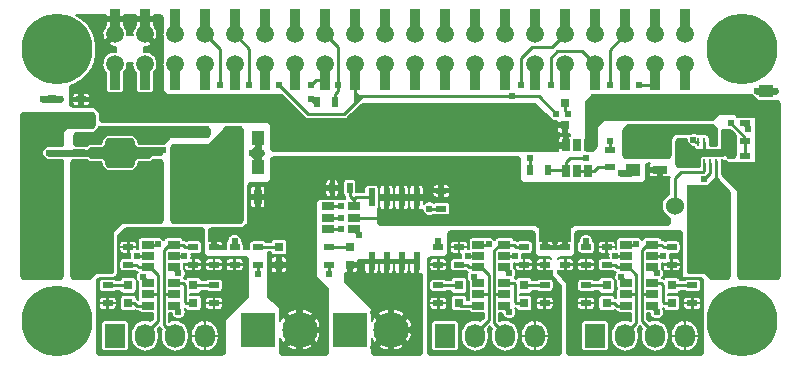
<source format=gtl>
G04 #@! TF.FileFunction,Copper,L1,Top,Signal*
%FSLAX46Y46*%
G04 Gerber Fmt 4.6, Leading zero omitted, Abs format (unit mm)*
G04 Created by KiCad (PCBNEW 4.0.2-stable) date Sunday, September 24, 2017 'PMt' 11:09:44 PM*
%MOMM*%
G01*
G04 APERTURE LIST*
%ADD10C,0.100000*%
%ADD11R,2.499360X2.301240*%
%ADD12C,6.000000*%
%ADD13R,2.999740X7.500620*%
%ADD14R,0.889000X1.680000*%
%ADD15C,1.500000*%
%ADD16R,3.000000X3.000000*%
%ADD17O,3.000000X3.000000*%
%ADD18R,0.600000X1.550000*%
%ADD19R,1.060000X0.650000*%
%ADD20R,1.727200X2.032000*%
%ADD21O,1.727200X2.032000*%
%ADD22R,0.650000X1.060000*%
%ADD23R,0.800100X0.800100*%
%ADD24R,0.250000X0.700000*%
%ADD25R,1.200000X0.640000*%
%ADD26R,0.750000X0.800000*%
%ADD27R,0.797560X0.797560*%
%ADD28R,0.900000X0.500000*%
%ADD29R,0.500000X0.900000*%
%ADD30R,1.000000X1.250000*%
%ADD31R,1.250000X1.000000*%
%ADD32R,1.300000X0.700000*%
%ADD33R,0.700000X1.300000*%
%ADD34C,1.524000*%
%ADD35C,0.609600*%
%ADD36C,0.254000*%
%ADD37C,0.609600*%
%ADD38C,0.558800*%
%ADD39C,0.203200*%
G04 APERTURE END LIST*
D10*
D11*
X14898840Y14250000D03*
X10601160Y14250000D03*
D12*
X3500000Y26500000D03*
X3500000Y3500000D03*
X61500000Y3500000D03*
X61500000Y26500000D03*
D13*
X1750640Y11250000D03*
X6749360Y11250000D03*
D14*
X8370000Y23920000D03*
X8370000Y29080000D03*
X10910000Y23920000D03*
X10910000Y29080000D03*
X13450000Y23920000D03*
X13450000Y29080000D03*
X15990000Y23920000D03*
X15990000Y29080000D03*
X18530000Y23920000D03*
X18530000Y29080000D03*
X21070000Y23920000D03*
X21070000Y29080000D03*
X23610000Y23920000D03*
X23610000Y29080000D03*
X26150000Y23920000D03*
X26150000Y29080000D03*
X28690000Y23920000D03*
X28690000Y29080000D03*
X31230000Y23920000D03*
X31230000Y29080000D03*
X33770000Y23920000D03*
X33770000Y29080000D03*
X36310000Y23920000D03*
X36310000Y29080000D03*
X38850000Y23920000D03*
X38850000Y29080000D03*
D15*
X8370000Y25230000D03*
X8370000Y27770000D03*
X10910000Y25230000D03*
X13450000Y25230000D03*
X15990000Y25230000D03*
X18530000Y25230000D03*
X21070000Y25230000D03*
X23610000Y25230000D03*
X26150000Y25230000D03*
X28690000Y25230000D03*
X31230000Y25230000D03*
X33770000Y25230000D03*
X36310000Y25230000D03*
X38850000Y25230000D03*
X10910000Y27770000D03*
X13450000Y27770000D03*
X15990000Y27770000D03*
X18530000Y27770000D03*
X21070000Y27770000D03*
X23610000Y27770000D03*
X26150000Y27770000D03*
X28690000Y27770000D03*
X31230000Y27770000D03*
X33770000Y27770000D03*
X36310000Y27770000D03*
X38850000Y27770000D03*
X41390000Y25230000D03*
X43930000Y25230000D03*
X46470000Y25230000D03*
X49010000Y25230000D03*
X51550000Y25230000D03*
X54090000Y25230000D03*
X56630000Y25230000D03*
X56630000Y27770000D03*
X54090000Y27770000D03*
X51550000Y27770000D03*
X49010000Y27770000D03*
X46470000Y27770000D03*
X43930000Y27770000D03*
X41390000Y27770000D03*
D14*
X41390000Y23920000D03*
X43930000Y23920000D03*
X46470000Y23920000D03*
X49010000Y23920000D03*
X51550000Y23920000D03*
X54090000Y23920000D03*
X56630000Y23920000D03*
X56630000Y29080000D03*
X54090000Y29080000D03*
X51550000Y29080000D03*
X49010000Y29080000D03*
X46470000Y29080000D03*
X43930000Y29080000D03*
X41390000Y29080000D03*
D16*
X28250000Y2750000D03*
D17*
X31750000Y2750000D03*
D18*
X33905000Y13950000D03*
X32635000Y13950000D03*
X31365000Y13950000D03*
X30095000Y13950000D03*
X30095000Y8550000D03*
X31365000Y8550000D03*
X32635000Y8550000D03*
X33905000Y8550000D03*
D19*
X5350000Y16800000D03*
X5350000Y17750000D03*
X5350000Y18700000D03*
X3150000Y18700000D03*
X3150000Y16800000D03*
D16*
X20500000Y2750000D03*
D17*
X24000000Y2750000D03*
D20*
X8370000Y2230000D03*
D21*
X10910000Y2230000D03*
X13450000Y2230000D03*
X15990000Y2230000D03*
D22*
X48450000Y18350000D03*
X47500000Y18350000D03*
X46550000Y18350000D03*
X46550000Y16150000D03*
X48450000Y16150000D03*
X47500000Y16150000D03*
D23*
X46499240Y21950000D03*
X46499240Y20050000D03*
X48498220Y21000000D03*
D24*
X59750000Y18675000D03*
X59250000Y18675000D03*
X58750000Y18675000D03*
X58250000Y18675000D03*
X57750000Y18675000D03*
X57750000Y16825000D03*
X58250000Y16825000D03*
X58750000Y16825000D03*
X59250000Y16825000D03*
X59750000Y16825000D03*
D25*
X58150000Y17750000D03*
X59350000Y17750000D03*
D13*
X58250640Y11250000D03*
X63249360Y11250000D03*
D26*
X3000000Y20750000D03*
X3000000Y22250000D03*
X15750000Y18000000D03*
X15750000Y19500000D03*
D27*
X28250000Y8250700D03*
X28250000Y9749300D03*
X9500000Y6499300D03*
X9500000Y5000700D03*
X15000000Y6499300D03*
X15000000Y5000700D03*
X37500000Y6499300D03*
X37500000Y5000700D03*
X22250000Y8250700D03*
X22250000Y9749300D03*
D19*
X26400000Y13200000D03*
X26400000Y12250000D03*
X26400000Y11300000D03*
X28600000Y11300000D03*
X28600000Y13200000D03*
X28600000Y12250000D03*
X13350000Y4800000D03*
X13350000Y5750000D03*
X13350000Y6700000D03*
X11150000Y6700000D03*
X11150000Y4800000D03*
X11150000Y5750000D03*
X11150000Y9950000D03*
X11150000Y9000000D03*
X11150000Y8050000D03*
X13350000Y8050000D03*
X13350000Y9950000D03*
X13350000Y9000000D03*
D28*
X14000000Y18000000D03*
X14000000Y19500000D03*
X12250000Y19500000D03*
X12250000Y18000000D03*
X7750000Y5000000D03*
X7750000Y6500000D03*
X5500000Y20750000D03*
X5500000Y22250000D03*
X50000000Y9750000D03*
X50000000Y8250000D03*
D29*
X27000000Y22000000D03*
X25500000Y22000000D03*
X26750000Y14750000D03*
X28250000Y14750000D03*
D28*
X61750000Y16000000D03*
X61750000Y17500000D03*
X61750000Y18750000D03*
X61750000Y20250000D03*
X50250000Y16500000D03*
X50250000Y18000000D03*
D29*
X45000000Y16250000D03*
X43500000Y16250000D03*
D28*
X37500000Y9750000D03*
X37500000Y8250000D03*
X26500000Y9750000D03*
X26500000Y8250000D03*
X16750000Y5000000D03*
X16750000Y6500000D03*
X55500000Y8250000D03*
X55500000Y9750000D03*
X43000000Y8250000D03*
X43000000Y9750000D03*
X9500000Y9750000D03*
X9500000Y8250000D03*
X15000000Y8250000D03*
X15000000Y9750000D03*
X36000000Y14500000D03*
X36000000Y13000000D03*
X48250000Y5000000D03*
X48250000Y6500000D03*
X20500000Y9750000D03*
X20500000Y8250000D03*
D27*
X50000000Y6499300D03*
X50000000Y5000700D03*
X55500000Y6499300D03*
X55500000Y5000700D03*
X43000000Y6499300D03*
X43000000Y5000700D03*
D28*
X46500000Y8250000D03*
X46500000Y9750000D03*
X48250000Y8250000D03*
X48250000Y9750000D03*
X44750000Y8250000D03*
X44750000Y9750000D03*
X35750000Y8250000D03*
X35750000Y9750000D03*
X16750000Y8250000D03*
X16750000Y9750000D03*
X18500000Y8250000D03*
X18500000Y9750000D03*
D20*
X49010000Y2230000D03*
D21*
X51550000Y2230000D03*
X54090000Y2230000D03*
X56630000Y2230000D03*
D20*
X36310000Y2230000D03*
D21*
X38850000Y2230000D03*
X41390000Y2230000D03*
X43930000Y2230000D03*
D19*
X39150000Y9950000D03*
X39150000Y9000000D03*
X39150000Y8050000D03*
X41350000Y8050000D03*
X41350000Y9950000D03*
X41350000Y9000000D03*
X51650000Y9950000D03*
X51650000Y9000000D03*
X51650000Y8050000D03*
X53850000Y8050000D03*
X53850000Y9950000D03*
X53850000Y9000000D03*
X41350000Y4800000D03*
X41350000Y5750000D03*
X41350000Y6700000D03*
X39150000Y6700000D03*
X39150000Y4800000D03*
X39150000Y5750000D03*
X53850000Y4800000D03*
X53850000Y5750000D03*
X53850000Y6700000D03*
X51650000Y6700000D03*
X51650000Y4800000D03*
X51650000Y5750000D03*
D28*
X35750000Y5000000D03*
X35750000Y6500000D03*
X57250000Y5000000D03*
X57250000Y6500000D03*
X44750000Y5000000D03*
X44750000Y6500000D03*
D30*
X18500000Y16500000D03*
X20500000Y16500000D03*
X18500000Y19000000D03*
X20500000Y19000000D03*
D31*
X52250000Y18250000D03*
X52250000Y16250000D03*
X63500000Y21000000D03*
X63500000Y23000000D03*
D32*
X54500000Y16300000D03*
X54500000Y18200000D03*
D33*
X18550000Y14000000D03*
X20450000Y14000000D03*
D34*
X55750000Y13250000D03*
D35*
X35750000Y18250000D03*
X45500000Y18250000D03*
X48250000Y10250000D03*
X35750000Y10250000D03*
X18500000Y20750000D03*
X18500000Y10250000D03*
X62000000Y19750000D03*
X64250000Y23000000D03*
X62750000Y23000000D03*
X51250000Y16000000D03*
X2750000Y17750000D03*
X3500000Y17750000D03*
X4250000Y17750000D03*
X56250000Y18500000D03*
X43500000Y17250000D03*
X25000000Y22250000D03*
X20500000Y7500000D03*
X50250000Y18750000D03*
X13750000Y4250000D03*
X10750000Y7216998D03*
X51250000Y7216998D03*
X54250000Y4250000D03*
X26500000Y7500000D03*
X29000000Y10750000D03*
X27500000Y13250000D03*
X35000000Y13000000D03*
X38750000Y7216998D03*
X41750000Y4250000D03*
X20750000Y17750000D03*
X20000000Y17750000D03*
X3750000Y22250000D03*
X2250000Y22250000D03*
X11000000Y17750000D03*
X10250000Y17750000D03*
X9500000Y17000000D03*
X9500000Y18500000D03*
X9500000Y17750000D03*
X8750000Y17000000D03*
X8750000Y18500000D03*
X8750000Y17750000D03*
X8000000Y17000000D03*
X8000000Y18500000D03*
X8000000Y17750000D03*
X7250000Y17750000D03*
X6500000Y17750000D03*
X60500000Y19250000D03*
X60500000Y18500000D03*
X60500000Y17750000D03*
X56250000Y17000000D03*
X56250000Y17750000D03*
X57000000Y17000000D03*
X57000000Y17750000D03*
X45250000Y23500000D03*
X41750000Y7533002D03*
X52750000Y23500000D03*
X54250000Y7533002D03*
X17250000Y23500000D03*
X12000000Y10000000D03*
X19750000Y23500000D03*
X13750000Y7533002D03*
X25000000Y23500000D03*
X27500000Y11250000D03*
X27250000Y23500000D03*
X27500000Y12250000D03*
X50250000Y23500000D03*
X52500000Y10000000D03*
X42750000Y23500000D03*
X40000000Y10000000D03*
X46750000Y21000000D03*
X48250000Y17250000D03*
X22250000Y23500000D03*
X14250000Y9000000D03*
X10250000Y9000000D03*
X42000000Y22500000D03*
X45750000Y21000000D03*
X54750000Y9000000D03*
X50750000Y9000000D03*
X38250000Y9000000D03*
X42250000Y9000000D03*
X60500000Y15500000D03*
X58250000Y15508312D03*
X60500000Y20250000D03*
X57350000Y18850000D03*
D36*
X48250000Y9750000D02*
X48250000Y10250000D01*
X35750000Y9750000D02*
X35750000Y10250000D01*
X18500000Y9750000D02*
X18500000Y10250000D01*
X8370000Y27770000D02*
X8370000Y29080000D01*
X10910000Y27770000D02*
X10910000Y29080000D01*
X61750000Y20250000D02*
X61750000Y20000000D01*
X61750000Y20000000D02*
X62000000Y19750000D01*
D37*
X63500000Y23000000D02*
X64250000Y23000000D01*
X63500000Y23000000D02*
X62750000Y23000000D01*
X51250000Y16000000D02*
X52000000Y16000000D01*
X52000000Y16000000D02*
X52250000Y16250000D01*
X3500000Y17750000D02*
X2750000Y17750000D01*
X4250000Y17750000D02*
X3500000Y17750000D01*
X5350000Y17750000D02*
X4250000Y17750000D01*
X5350000Y17750000D02*
X6500000Y17750000D01*
D36*
X56250000Y17750000D02*
X56250000Y18500000D01*
X43500000Y16250000D02*
X43500000Y17250000D01*
X25500000Y22000000D02*
X25250000Y22000000D01*
X25250000Y22000000D02*
X25000000Y22250000D01*
X20500000Y8250000D02*
X20500000Y7500000D01*
X50250000Y18000000D02*
X50250000Y18750000D01*
X13350000Y4800000D02*
X13350000Y4650000D01*
X13350000Y4650000D02*
X13750000Y4250000D01*
X11150000Y6700000D02*
X11150000Y6816998D01*
X11150000Y6816998D02*
X10750000Y7216998D01*
X51650000Y6700000D02*
X51650000Y6816998D01*
X51650000Y6816998D02*
X51250000Y7216998D01*
X53850000Y4800000D02*
X53850000Y4650000D01*
X53850000Y4650000D02*
X54250000Y4250000D01*
X26500000Y8250000D02*
X26500000Y7500000D01*
X28600000Y11300000D02*
X28600000Y11150000D01*
X28600000Y11150000D02*
X29000000Y10750000D01*
X26400000Y13200000D02*
X27450000Y13200000D01*
X27450000Y13200000D02*
X27500000Y13250000D01*
X36000000Y13000000D02*
X35000000Y13000000D01*
X39150000Y6700000D02*
X39150000Y6816998D01*
X39150000Y6816998D02*
X38750000Y7216998D01*
X41350000Y4800000D02*
X41350000Y4650000D01*
X41350000Y4650000D02*
X41750000Y4250000D01*
D37*
X20500000Y16500000D02*
X20500000Y17500000D01*
X20500000Y17500000D02*
X20750000Y17750000D01*
X20500000Y19000000D02*
X20500000Y18250000D01*
X20500000Y18250000D02*
X20000000Y17750000D01*
X20500000Y19000000D02*
X20500000Y18000000D01*
X20500000Y18000000D02*
X20750000Y17750000D01*
X20500000Y16500000D02*
X20500000Y17250000D01*
X20500000Y17250000D02*
X20000000Y17750000D01*
X3000000Y22250000D02*
X3750000Y22250000D01*
X3000000Y22250000D02*
X2250000Y22250000D01*
D36*
X12250000Y18000000D02*
X11250000Y18000000D01*
X11250000Y18000000D02*
X11000000Y17750000D01*
X10250000Y17750000D02*
X11000000Y17750000D01*
X9500000Y17750000D02*
X10250000Y17750000D01*
X9500000Y17750000D02*
X9500000Y17000000D01*
X9500000Y17750000D02*
X9500000Y18500000D01*
X8750000Y17750000D02*
X9500000Y17750000D01*
X8750000Y17750000D02*
X8750000Y17000000D01*
X8750000Y17750000D02*
X8750000Y18500000D01*
X8000000Y17750000D02*
X8750000Y17750000D01*
X8000000Y17750000D02*
X8000000Y17000000D01*
X8000000Y17750000D02*
X8000000Y18500000D01*
X7250000Y17750000D02*
X8000000Y17750000D01*
X6500000Y17750000D02*
X7250000Y17750000D01*
X58250000Y18675000D02*
X58250000Y17850000D01*
X58250000Y17850000D02*
X58150000Y17750000D01*
X60500000Y18500000D02*
X60500000Y19250000D01*
X60500000Y17750000D02*
X60500000Y18500000D01*
X59350000Y17750000D02*
X60500000Y17750000D01*
X57000000Y17000000D02*
X56250000Y17000000D01*
X57000000Y17750000D02*
X56250000Y17750000D01*
X57000000Y17750000D02*
X57000000Y17000000D01*
X57000000Y17750000D02*
X58150000Y17750000D01*
X59350000Y17750000D02*
X58150000Y17750000D01*
X18530000Y25230000D02*
X18530000Y23920000D01*
X13450000Y27770000D02*
X13450000Y29080000D01*
X23610000Y29080000D02*
X23610000Y27770000D01*
X31230000Y29080000D02*
X31230000Y27770000D01*
X38850000Y25230000D02*
X38850000Y23920000D01*
X43930000Y29080000D02*
X43930000Y27770000D01*
X49010000Y29080000D02*
X49010000Y27770000D01*
X56630000Y25230000D02*
X56630000Y23920000D01*
D38*
X24000000Y2750000D02*
X22750000Y1500000D01*
X24000000Y2750000D02*
X22750000Y4000000D01*
D36*
X28600000Y12250000D02*
X30750000Y12250000D01*
D38*
X24000000Y2750000D02*
X25500000Y1250000D01*
X24000000Y2750000D02*
X25499999Y4249999D01*
D36*
X39150000Y4800000D02*
X37700700Y4800000D01*
X37700700Y4800000D02*
X37500000Y5000700D01*
X20500000Y9750000D02*
X22249300Y9750000D01*
X22249300Y9750000D02*
X22250000Y9749300D01*
X45250000Y25750000D02*
X45250000Y23500000D01*
X45810201Y26310201D02*
X45250000Y25750000D01*
X49010000Y25230000D02*
X47929799Y26310201D01*
X47929799Y26310201D02*
X45810201Y26310201D01*
X49010000Y23920000D02*
X49010000Y23524500D01*
X49010000Y25230000D02*
X49010000Y23920000D01*
X41350000Y8050000D02*
X41350000Y7933002D01*
X41350000Y7933002D02*
X41750000Y7533002D01*
X51550000Y23524500D02*
X51550000Y23920000D01*
X51550000Y25230000D02*
X51550000Y23920000D01*
X52750000Y23500000D02*
X53670000Y23500000D01*
X53670000Y23500000D02*
X54090000Y23920000D01*
X53850000Y8050000D02*
X53850000Y7933002D01*
X53850000Y7933002D02*
X54250000Y7533002D01*
X54090000Y25230000D02*
X54090000Y23920000D01*
X8370000Y25230000D02*
X8370000Y23920000D01*
X10910000Y25230000D02*
X10910000Y23920000D01*
X13450000Y25230000D02*
X13450000Y23920000D01*
X15990000Y25230000D02*
X15990000Y23920000D01*
X17250000Y23500000D02*
X17250000Y26510000D01*
X17250000Y26510000D02*
X15990000Y27770000D01*
X11150000Y9950000D02*
X11950000Y9950000D01*
X11950000Y9950000D02*
X12000000Y10000000D01*
X15990000Y27770000D02*
X15990000Y29080000D01*
X19750000Y23500000D02*
X19750000Y26550000D01*
X19750000Y26550000D02*
X18530000Y27770000D01*
X13350000Y8050000D02*
X13350000Y7933002D01*
X13350000Y7933002D02*
X13750000Y7533002D01*
X18530000Y29080000D02*
X18530000Y27770000D01*
X21070000Y25230000D02*
X21070000Y23920000D01*
X21070000Y27770000D02*
X21070000Y29080000D01*
X23610000Y25230000D02*
X23610000Y23920000D01*
X26150000Y23920000D02*
X25420000Y23920000D01*
X25420000Y23920000D02*
X25000000Y23500000D01*
X26400000Y11300000D02*
X27450000Y11300000D01*
X27450000Y11300000D02*
X27500000Y11250000D01*
X26150000Y25230000D02*
X26150000Y23920000D01*
X27000000Y22750000D02*
X27250000Y23000000D01*
X27250000Y23000000D02*
X27250000Y23500000D01*
X27000000Y22000000D02*
X27000000Y22750000D01*
X27250000Y26670000D02*
X27250000Y23500000D01*
X26150000Y27770000D02*
X27250000Y26670000D01*
X26150000Y27770000D02*
X26150000Y29080000D01*
X26400000Y12250000D02*
X27500000Y12250000D01*
X28690000Y27770000D02*
X28690000Y29080000D01*
X31230000Y25230000D02*
X31230000Y23920000D01*
X33770000Y23920000D02*
X33770000Y25230000D01*
X33770000Y27770000D02*
X33770000Y29080000D01*
X36310000Y25230000D02*
X36310000Y23920000D01*
X36310000Y29080000D02*
X36310000Y27770000D01*
X38850000Y29080000D02*
X38850000Y27770000D01*
X41390000Y25230000D02*
X41390000Y23920000D01*
X43930000Y25230000D02*
X43930000Y23920000D01*
X46470000Y25230000D02*
X46470000Y23920000D01*
X56630000Y29080000D02*
X56630000Y27770000D01*
X54090000Y27770000D02*
X54090000Y29080000D01*
X50250000Y23500000D02*
X50250000Y26470000D01*
X50250000Y26470000D02*
X51550000Y27770000D01*
X51650000Y9950000D02*
X52450000Y9950000D01*
X52450000Y9950000D02*
X52500000Y10000000D01*
X51550000Y29080000D02*
X51550000Y27770000D01*
X42750000Y25750000D02*
X42750000Y23500000D01*
X43689799Y26689799D02*
X42750000Y25750000D01*
X46470000Y27770000D02*
X45389799Y26689799D01*
X45389799Y26689799D02*
X43689799Y26689799D01*
X39150000Y9950000D02*
X39950000Y9950000D01*
X39950000Y9950000D02*
X40000000Y10000000D01*
X46470000Y29080000D02*
X46470000Y27770000D01*
X41390000Y29080000D02*
X41390000Y27770000D01*
X10166000Y8250000D02*
X9500000Y8250000D01*
X11150000Y8050000D02*
X10366000Y8050000D01*
X10366000Y8050000D02*
X10166000Y8250000D01*
X12010201Y3482601D02*
X12010201Y5750000D01*
X12010201Y5750000D02*
X12010201Y7394799D01*
X11150000Y5750000D02*
X12010201Y5750000D01*
X10910000Y2230000D02*
X10910000Y2382400D01*
X10910000Y2382400D02*
X12010201Y3482601D01*
X12010201Y7394799D02*
X11355000Y8050000D01*
X11355000Y8050000D02*
X11150000Y8050000D01*
X12950000Y9950000D02*
X13350000Y9950000D01*
X14334000Y9750000D02*
X15000000Y9750000D01*
X13350000Y9950000D02*
X14134000Y9950000D01*
X14134000Y9950000D02*
X14334000Y9750000D01*
X12489799Y3190201D02*
X12489799Y5750000D01*
X13350000Y5750000D02*
X12489799Y5750000D01*
X12489799Y5750000D02*
X12489799Y9489799D01*
X13450000Y2230000D02*
X12489799Y3190201D01*
X12489799Y9489799D02*
X12950000Y9950000D01*
X28250000Y9749300D02*
X26500700Y9749300D01*
X26500700Y9749300D02*
X26500000Y9750000D01*
X46499240Y21950000D02*
X46499240Y21250760D01*
X46499240Y21250760D02*
X46750000Y21000000D01*
X46550000Y16150000D02*
X46550000Y16934000D01*
X46550000Y16934000D02*
X46866000Y17250000D01*
X46866000Y17250000D02*
X48250000Y17250000D01*
X45000000Y16250000D02*
X46450000Y16250000D01*
X46450000Y16250000D02*
X46550000Y16150000D01*
X50250000Y16500000D02*
X49250000Y16500000D01*
X48900000Y16150000D02*
X48450000Y16150000D01*
X49250000Y16500000D02*
X48900000Y16150000D01*
X47500000Y16150000D02*
X48450000Y16150000D01*
X9500000Y6499300D02*
X7750700Y6499300D01*
X7750700Y6499300D02*
X7750000Y6500000D01*
X11150000Y4800000D02*
X10200000Y4800000D01*
X9999300Y5000700D02*
X9500000Y5000700D01*
X10200000Y4800000D02*
X9999300Y5000700D01*
X15000000Y6499300D02*
X16749300Y6499300D01*
X16749300Y6499300D02*
X16750000Y6500000D01*
X13350000Y6700000D02*
X14134000Y6700000D01*
X14134000Y6700000D02*
X14271019Y6562981D01*
X14271019Y6562981D02*
X14271019Y5076901D01*
X14271019Y5076901D02*
X14347220Y5000700D01*
X14347220Y5000700D02*
X15000000Y5000700D01*
X29000000Y22500000D02*
X28750000Y22250000D01*
X29016000Y22500000D02*
X29250000Y22500000D01*
X29250000Y22500000D02*
X42000000Y22500000D01*
X28690000Y21940000D02*
X29250000Y22500000D01*
X29016000Y22500000D02*
X29000000Y22500000D01*
X28690000Y21940000D02*
X28690000Y22500000D01*
X29016000Y22500000D02*
X28690000Y22500000D01*
X28690000Y22500000D02*
X28690000Y22826000D01*
X22250000Y23500000D02*
X24750000Y21000000D01*
X24750000Y21000000D02*
X27750000Y21000000D01*
X27750000Y21000000D02*
X28690000Y21940000D01*
X13350000Y9000000D02*
X14250000Y9000000D01*
X11150000Y9000000D02*
X10250000Y9000000D01*
X42000000Y22500000D02*
X44250000Y22500000D01*
X44250000Y22500000D02*
X45750000Y21000000D01*
X29016000Y22500000D02*
X28690000Y22826000D01*
X28690000Y22826000D02*
X28690000Y23920000D01*
X54750000Y9000000D02*
X53850000Y9000000D01*
X51650000Y9000000D02*
X50750000Y9000000D01*
X39150000Y9000000D02*
X38250000Y9000000D01*
X41350000Y9000000D02*
X42250000Y9000000D01*
X28690000Y23920000D02*
X28690000Y23524500D01*
X28690000Y25230000D02*
X28690000Y23920000D01*
D38*
X31750000Y2750000D02*
X30250000Y1250000D01*
X31750000Y2750000D02*
X33250000Y1250000D01*
X31750000Y2750000D02*
X33250000Y4250000D01*
X31750000Y2750000D02*
X30250000Y4250000D01*
D36*
X28250000Y14750000D02*
X28250000Y14046000D01*
X28250000Y14046000D02*
X28517000Y13779000D01*
X28517000Y13779000D02*
X28600000Y13779000D01*
X30095000Y13950000D02*
X28771000Y13950000D01*
X28771000Y13950000D02*
X28600000Y13779000D01*
X28600000Y13779000D02*
X28600000Y13200000D01*
X48250000Y6500000D02*
X49999300Y6500000D01*
X49999300Y6500000D02*
X50000000Y6499300D01*
X51650000Y4800000D02*
X50866000Y4800000D01*
X50866000Y4800000D02*
X50665300Y5000700D01*
X50665300Y5000700D02*
X50000000Y5000700D01*
X35750000Y6500000D02*
X37499300Y6500000D01*
X37499300Y6500000D02*
X37500000Y6499300D01*
X57250000Y6500000D02*
X55500700Y6500000D01*
X55500700Y6500000D02*
X55500000Y6499300D01*
X53850000Y6700000D02*
X54634000Y6700000D01*
X54634000Y6700000D02*
X54771019Y6562981D01*
X54771019Y6562981D02*
X54771019Y5076901D01*
X54847220Y5000700D02*
X55500000Y5000700D01*
X54771019Y5076901D02*
X54847220Y5000700D01*
X43000000Y6499300D02*
X44749300Y6499300D01*
X44749300Y6499300D02*
X44750000Y6500000D01*
X43000000Y5000700D02*
X42347220Y5000700D01*
X42347220Y5000700D02*
X42210201Y5137719D01*
X42210201Y5137719D02*
X42210201Y6623799D01*
X42210201Y6623799D02*
X42134000Y6700000D01*
X42134000Y6700000D02*
X41350000Y6700000D01*
X52510201Y3342601D02*
X52510201Y5750000D01*
X52510201Y5750000D02*
X52510201Y7394799D01*
X51650000Y5750000D02*
X52510201Y5750000D01*
X50666000Y8250000D02*
X50000000Y8250000D01*
X51650000Y8050000D02*
X50866000Y8050000D01*
X50866000Y8050000D02*
X50666000Y8250000D01*
X51550000Y2230000D02*
X51550000Y2382400D01*
X51550000Y2382400D02*
X52510201Y3342601D01*
X52510201Y7394799D02*
X51855000Y8050000D01*
X51855000Y8050000D02*
X51650000Y8050000D01*
X52989799Y3482601D02*
X52989799Y5750000D01*
X52989799Y5750000D02*
X52989799Y9489799D01*
X53850000Y5750000D02*
X52989799Y5750000D01*
X54834000Y9750000D02*
X55500000Y9750000D01*
X53850000Y9950000D02*
X54634000Y9950000D01*
X54634000Y9950000D02*
X54834000Y9750000D01*
X54090000Y2230000D02*
X54090000Y2382400D01*
X54090000Y2382400D02*
X52989799Y3482601D01*
X52989799Y9489799D02*
X53450000Y9950000D01*
X53450000Y9950000D02*
X53850000Y9950000D01*
X40010201Y3542601D02*
X40010201Y5750000D01*
X40010201Y5750000D02*
X40010201Y7394799D01*
X39150000Y5750000D02*
X40010201Y5750000D01*
X38166000Y8250000D02*
X37500000Y8250000D01*
X39150000Y8050000D02*
X38366000Y8050000D01*
X38366000Y8050000D02*
X38166000Y8250000D01*
X38850000Y2230000D02*
X38850000Y2382400D01*
X38850000Y2382400D02*
X40010201Y3542601D01*
X40010201Y7394799D02*
X39355000Y8050000D01*
X39355000Y8050000D02*
X39150000Y8050000D01*
X40489799Y3282601D02*
X40489799Y5750000D01*
X40489799Y5750000D02*
X40489799Y9489799D01*
X41350000Y5750000D02*
X40489799Y5750000D01*
X42334000Y9750000D02*
X43000000Y9750000D01*
X41350000Y9950000D02*
X42134000Y9950000D01*
X42134000Y9950000D02*
X42334000Y9750000D01*
X41390000Y2230000D02*
X41390000Y2382400D01*
X41390000Y2382400D02*
X40489799Y3282601D01*
X40489799Y9489799D02*
X40950000Y9950000D01*
X40950000Y9950000D02*
X41350000Y9950000D01*
X58750000Y16825000D02*
X58750000Y16008312D01*
X58750000Y16008312D02*
X58250000Y15508312D01*
X55750000Y15593902D02*
X55750000Y13250000D01*
X56300897Y16144799D02*
X55750000Y15593902D01*
X58250000Y16825000D02*
X58250000Y16221000D01*
X58250000Y16221000D02*
X58173799Y16144799D01*
X58173799Y16144799D02*
X56300897Y16144799D01*
X61750000Y18750000D02*
X61750000Y17500000D01*
X61750000Y19000000D02*
X60500000Y20250000D01*
X61750000Y18955638D02*
X61750000Y19000000D01*
X61750000Y18750000D02*
X61750000Y18955638D01*
X57750000Y18675000D02*
X57525000Y18675000D01*
X57525000Y18675000D02*
X57350000Y18850000D01*
G36*
X59273000Y15600000D02*
X59278028Y15564619D01*
X59292714Y15532039D01*
X59310197Y15510197D01*
X60373000Y14447394D01*
X60373000Y7302606D01*
X60197394Y7127000D01*
X58802606Y7127000D01*
X58339803Y7589803D01*
X58311229Y7611266D01*
X58277807Y7623918D01*
X58250000Y7627000D01*
X56877000Y7627000D01*
X56877000Y14873000D01*
X58256990Y14873000D01*
X58298952Y14872121D01*
X58303937Y14873000D01*
X58500000Y14873000D01*
X58535381Y14878028D01*
X58567961Y14892714D01*
X58589803Y14910197D01*
X59189803Y15510197D01*
X59211266Y15538771D01*
X59223918Y15572193D01*
X59227000Y15600000D01*
X59227000Y17073000D01*
X59273000Y17073000D01*
X59273000Y15600000D01*
X59273000Y15600000D01*
G37*
X59273000Y15600000D02*
X59278028Y15564619D01*
X59292714Y15532039D01*
X59310197Y15510197D01*
X60373000Y14447394D01*
X60373000Y7302606D01*
X60197394Y7127000D01*
X58802606Y7127000D01*
X58339803Y7589803D01*
X58311229Y7611266D01*
X58277807Y7623918D01*
X58250000Y7627000D01*
X56877000Y7627000D01*
X56877000Y14873000D01*
X58256990Y14873000D01*
X58298952Y14872121D01*
X58303937Y14873000D01*
X58500000Y14873000D01*
X58535381Y14878028D01*
X58567961Y14892714D01*
X58589803Y14910197D01*
X59189803Y15510197D01*
X59211266Y15538771D01*
X59223918Y15572193D01*
X59227000Y15600000D01*
X59227000Y17073000D01*
X59273000Y17073000D01*
X59273000Y15600000D01*
G36*
X60424450Y19616417D02*
X60488343Y19615079D01*
X60873000Y19230422D01*
X60873000Y17552606D01*
X60697394Y17377000D01*
X60302606Y17377000D01*
X60089803Y17589803D01*
X60061229Y17611266D01*
X60027807Y17623918D01*
X60000000Y17627000D01*
X58000000Y17627000D01*
X57964619Y17621972D01*
X57932039Y17607286D01*
X57904840Y17584105D01*
X57885177Y17554264D01*
X57874605Y17520127D01*
X57873000Y17500000D01*
X57873000Y17385750D01*
X57844707Y17352554D01*
X57806339Y17267436D01*
X57793203Y17175000D01*
X57793203Y16834576D01*
X57792845Y16831384D01*
X57792800Y16825000D01*
X57792800Y16627000D01*
X56052606Y16627000D01*
X55877000Y16802606D01*
X55877000Y18697394D01*
X56052606Y18873000D01*
X56715233Y18873000D01*
X56714166Y18796608D01*
X56736646Y18674124D01*
X56782488Y18558339D01*
X56849947Y18453663D01*
X56936453Y18364084D01*
X57038710Y18293013D01*
X57152825Y18243157D01*
X57274450Y18216417D01*
X57315002Y18215568D01*
X57325016Y18183231D01*
X57373000Y18110412D01*
X57373000Y18000000D01*
X57378028Y17964619D01*
X57392714Y17932039D01*
X57415895Y17904840D01*
X57445736Y17885177D01*
X57479873Y17874605D01*
X57500000Y17873000D01*
X59600000Y17873000D01*
X59635381Y17878028D01*
X59667961Y17892714D01*
X59695160Y17915895D01*
X59714823Y17945736D01*
X59725395Y17979873D01*
X59727000Y18000000D01*
X59727000Y19547394D01*
X59802606Y19623000D01*
X60394508Y19623000D01*
X60424450Y19616417D01*
X60424450Y19616417D01*
G37*
X60424450Y19616417D02*
X60488343Y19615079D01*
X60873000Y19230422D01*
X60873000Y17552606D01*
X60697394Y17377000D01*
X60302606Y17377000D01*
X60089803Y17589803D01*
X60061229Y17611266D01*
X60027807Y17623918D01*
X60000000Y17627000D01*
X58000000Y17627000D01*
X57964619Y17621972D01*
X57932039Y17607286D01*
X57904840Y17584105D01*
X57885177Y17554264D01*
X57874605Y17520127D01*
X57873000Y17500000D01*
X57873000Y17385750D01*
X57844707Y17352554D01*
X57806339Y17267436D01*
X57793203Y17175000D01*
X57793203Y16834576D01*
X57792845Y16831384D01*
X57792800Y16825000D01*
X57792800Y16627000D01*
X56052606Y16627000D01*
X55877000Y16802606D01*
X55877000Y18697394D01*
X56052606Y18873000D01*
X56715233Y18873000D01*
X56714166Y18796608D01*
X56736646Y18674124D01*
X56782488Y18558339D01*
X56849947Y18453663D01*
X56936453Y18364084D01*
X57038710Y18293013D01*
X57152825Y18243157D01*
X57274450Y18216417D01*
X57315002Y18215568D01*
X57325016Y18183231D01*
X57373000Y18110412D01*
X57373000Y18000000D01*
X57378028Y17964619D01*
X57392714Y17932039D01*
X57415895Y17904840D01*
X57445736Y17885177D01*
X57479873Y17874605D01*
X57500000Y17873000D01*
X59600000Y17873000D01*
X59635381Y17878028D01*
X59667961Y17892714D01*
X59695160Y17915895D01*
X59714823Y17945736D01*
X59725395Y17979873D01*
X59727000Y18000000D01*
X59727000Y19547394D01*
X59802606Y19623000D01*
X60394508Y19623000D01*
X60424450Y19616417D01*
G36*
X62660197Y22160197D02*
X62688771Y22138734D01*
X62722193Y22126082D01*
X62750000Y22123000D01*
X64447394Y22123000D01*
X64594800Y21975594D01*
X64594800Y7274406D01*
X64447394Y7127000D01*
X61302606Y7127000D01*
X61127000Y7302606D01*
X61127000Y14500000D01*
X61121972Y14535381D01*
X61107286Y14567961D01*
X61089803Y14589803D01*
X59730200Y15949406D01*
X59730200Y17073000D01*
X59955451Y17073000D01*
X59978326Y17054700D01*
X60016513Y17016513D01*
X60076737Y16975971D01*
X60170664Y16900830D01*
X60201433Y16882653D01*
X60250000Y16873000D01*
X62500000Y16873000D01*
X62535381Y16878028D01*
X62567961Y16892714D01*
X62595160Y16915895D01*
X62614823Y16945736D01*
X62625395Y16979873D01*
X62627000Y17000000D01*
X62627000Y19643439D01*
X62633041Y19670028D01*
X62635027Y19812265D01*
X62627000Y19852804D01*
X62627000Y20750000D01*
X62621972Y20785381D01*
X62607286Y20817961D01*
X62584105Y20845160D01*
X62554264Y20864823D01*
X62520127Y20875395D01*
X62500000Y20877000D01*
X61052606Y20877000D01*
X60839803Y21089803D01*
X60811229Y21111266D01*
X60777807Y21123918D01*
X60750000Y21127000D01*
X59500000Y21127000D01*
X59464619Y21121972D01*
X59432039Y21107286D01*
X59410197Y21089803D01*
X58947394Y20627000D01*
X49750000Y20627000D01*
X49714619Y20621972D01*
X49682039Y20607286D01*
X49660197Y20589803D01*
X49160197Y20089803D01*
X49138734Y20061229D01*
X49126082Y20027807D01*
X49123000Y20000000D01*
X49123000Y18302606D01*
X48747394Y17927000D01*
X48227000Y17927000D01*
X48227000Y22047394D01*
X48802606Y22623000D01*
X62197394Y22623000D01*
X62660197Y22160197D01*
X62660197Y22160197D01*
G37*
X62660197Y22160197D02*
X62688771Y22138734D01*
X62722193Y22126082D01*
X62750000Y22123000D01*
X64447394Y22123000D01*
X64594800Y21975594D01*
X64594800Y7274406D01*
X64447394Y7127000D01*
X61302606Y7127000D01*
X61127000Y7302606D01*
X61127000Y14500000D01*
X61121972Y14535381D01*
X61107286Y14567961D01*
X61089803Y14589803D01*
X59730200Y15949406D01*
X59730200Y17073000D01*
X59955451Y17073000D01*
X59978326Y17054700D01*
X60016513Y17016513D01*
X60076737Y16975971D01*
X60170664Y16900830D01*
X60201433Y16882653D01*
X60250000Y16873000D01*
X62500000Y16873000D01*
X62535381Y16878028D01*
X62567961Y16892714D01*
X62595160Y16915895D01*
X62614823Y16945736D01*
X62625395Y16979873D01*
X62627000Y17000000D01*
X62627000Y19643439D01*
X62633041Y19670028D01*
X62635027Y19812265D01*
X62627000Y19852804D01*
X62627000Y20750000D01*
X62621972Y20785381D01*
X62607286Y20817961D01*
X62584105Y20845160D01*
X62554264Y20864823D01*
X62520127Y20875395D01*
X62500000Y20877000D01*
X61052606Y20877000D01*
X60839803Y21089803D01*
X60811229Y21111266D01*
X60777807Y21123918D01*
X60750000Y21127000D01*
X59500000Y21127000D01*
X59464619Y21121972D01*
X59432039Y21107286D01*
X59410197Y21089803D01*
X58947394Y20627000D01*
X49750000Y20627000D01*
X49714619Y20621972D01*
X49682039Y20607286D01*
X49660197Y20589803D01*
X49160197Y20089803D01*
X49138734Y20061229D01*
X49126082Y20027807D01*
X49123000Y20000000D01*
X49123000Y18302606D01*
X48747394Y17927000D01*
X48227000Y17927000D01*
X48227000Y22047394D01*
X48802606Y22623000D01*
X62197394Y22623000D01*
X62660197Y22160197D01*
G36*
X59273000Y19797394D02*
X59273000Y19615802D01*
X59269800Y19600000D01*
X59269800Y18427000D01*
X58727000Y18427000D01*
X58727000Y19000000D01*
X58721972Y19035381D01*
X58707286Y19067961D01*
X58702938Y19073393D01*
X58702604Y19077583D01*
X58674984Y19166769D01*
X58623612Y19244730D01*
X58552554Y19305293D01*
X58467436Y19343661D01*
X58427021Y19349404D01*
X58411229Y19361266D01*
X58377807Y19373918D01*
X58350000Y19377000D01*
X57704303Y19377000D01*
X57653482Y19411279D01*
X57538683Y19459536D01*
X57416697Y19484577D01*
X57292170Y19485446D01*
X57169846Y19462111D01*
X57054384Y19415462D01*
X56995608Y19377000D01*
X55750000Y19377000D01*
X55714619Y19371972D01*
X55682039Y19357286D01*
X55660197Y19339803D01*
X55410197Y19089803D01*
X55388734Y19061229D01*
X55376082Y19027807D01*
X55373000Y19000000D01*
X55373000Y17552606D01*
X55197394Y17377000D01*
X51552606Y17377000D01*
X51377000Y17552606D01*
X51377000Y19697394D01*
X51802606Y20123000D01*
X58947394Y20123000D01*
X59273000Y19797394D01*
X59273000Y19797394D01*
G37*
X59273000Y19797394D02*
X59273000Y19615802D01*
X59269800Y19600000D01*
X59269800Y18427000D01*
X58727000Y18427000D01*
X58727000Y19000000D01*
X58721972Y19035381D01*
X58707286Y19067961D01*
X58702938Y19073393D01*
X58702604Y19077583D01*
X58674984Y19166769D01*
X58623612Y19244730D01*
X58552554Y19305293D01*
X58467436Y19343661D01*
X58427021Y19349404D01*
X58411229Y19361266D01*
X58377807Y19373918D01*
X58350000Y19377000D01*
X57704303Y19377000D01*
X57653482Y19411279D01*
X57538683Y19459536D01*
X57416697Y19484577D01*
X57292170Y19485446D01*
X57169846Y19462111D01*
X57054384Y19415462D01*
X56995608Y19377000D01*
X55750000Y19377000D01*
X55714619Y19371972D01*
X55682039Y19357286D01*
X55660197Y19339803D01*
X55410197Y19089803D01*
X55388734Y19061229D01*
X55376082Y19027807D01*
X55373000Y19000000D01*
X55373000Y17552606D01*
X55197394Y17377000D01*
X51552606Y17377000D01*
X51377000Y17552606D01*
X51377000Y19697394D01*
X51802606Y20123000D01*
X58947394Y20123000D01*
X59273000Y19797394D01*
G36*
X6623000Y20910026D02*
X6623000Y20089974D01*
X6410026Y19877000D01*
X4250000Y19877000D01*
X4214619Y19871972D01*
X4182039Y19857286D01*
X4160197Y19839803D01*
X3910197Y19589803D01*
X3888734Y19561229D01*
X3876082Y19527807D01*
X3873000Y19500000D01*
X3873000Y18385000D01*
X3506081Y18385000D01*
X3442170Y18385446D01*
X3439832Y18385000D01*
X2756081Y18385000D01*
X2692170Y18385446D01*
X2569846Y18362111D01*
X2454384Y18315462D01*
X2350182Y18247274D01*
X2261208Y18160145D01*
X2190853Y18057394D01*
X2141796Y17942934D01*
X2115905Y17821125D01*
X2114166Y17696608D01*
X2136646Y17574124D01*
X2182488Y17458339D01*
X2249947Y17353663D01*
X2336453Y17264084D01*
X2438710Y17193013D01*
X2552825Y17143157D01*
X2674450Y17116417D01*
X2798952Y17113809D01*
X2805707Y17115000D01*
X3492095Y17115000D01*
X3548952Y17113809D01*
X3555707Y17115000D01*
X3873000Y17115000D01*
X3873000Y7302606D01*
X3697394Y7127000D01*
X552606Y7127000D01*
X405200Y7274406D01*
X405200Y20975594D01*
X552606Y21123000D01*
X6410026Y21123000D01*
X6623000Y20910026D01*
X6623000Y20910026D01*
G37*
X6623000Y20910026D02*
X6623000Y20089974D01*
X6410026Y19877000D01*
X4250000Y19877000D01*
X4214619Y19871972D01*
X4182039Y19857286D01*
X4160197Y19839803D01*
X3910197Y19589803D01*
X3888734Y19561229D01*
X3876082Y19527807D01*
X3873000Y19500000D01*
X3873000Y18385000D01*
X3506081Y18385000D01*
X3442170Y18385446D01*
X3439832Y18385000D01*
X2756081Y18385000D01*
X2692170Y18385446D01*
X2569846Y18362111D01*
X2454384Y18315462D01*
X2350182Y18247274D01*
X2261208Y18160145D01*
X2190853Y18057394D01*
X2141796Y17942934D01*
X2115905Y17821125D01*
X2114166Y17696608D01*
X2136646Y17574124D01*
X2182488Y17458339D01*
X2249947Y17353663D01*
X2336453Y17264084D01*
X2438710Y17193013D01*
X2552825Y17143157D01*
X2674450Y17116417D01*
X2798952Y17113809D01*
X2805707Y17115000D01*
X3492095Y17115000D01*
X3548952Y17113809D01*
X3555707Y17115000D01*
X3873000Y17115000D01*
X3873000Y7302606D01*
X3697394Y7127000D01*
X552606Y7127000D01*
X405200Y7274406D01*
X405200Y20975594D01*
X552606Y21123000D01*
X6410026Y21123000D01*
X6623000Y20910026D01*
G36*
X12373000Y16947394D02*
X12373000Y12052606D01*
X12197394Y11877000D01*
X9000000Y11877000D01*
X8964619Y11871972D01*
X8932039Y11857286D01*
X8910197Y11839803D01*
X8160197Y11089803D01*
X8138734Y11061229D01*
X8126082Y11027807D01*
X8123000Y11000000D01*
X8123000Y7627000D01*
X6750000Y7627000D01*
X6714619Y7621972D01*
X6682039Y7607286D01*
X6660197Y7589803D01*
X6197394Y7127000D01*
X4802606Y7127000D01*
X4627000Y7302606D01*
X4627000Y16947394D01*
X4778681Y17099075D01*
X4820000Y17093203D01*
X5880000Y17093203D01*
X5932583Y17097396D01*
X5934910Y17098116D01*
X6016513Y17016513D01*
X6121534Y16945815D01*
X6250000Y16919800D01*
X7113226Y16919800D01*
X7169800Y16863226D01*
X7169800Y16750000D01*
X7194069Y16625748D01*
X7266513Y16516513D01*
X7516513Y16266513D01*
X7621534Y16195815D01*
X7750000Y16169800D01*
X9750000Y16169800D01*
X9874252Y16194069D01*
X9983487Y16266513D01*
X10233487Y16516513D01*
X10304185Y16621534D01*
X10330200Y16750000D01*
X10330200Y16863226D01*
X10386774Y16919800D01*
X11250000Y16919800D01*
X11374252Y16944069D01*
X11483487Y17016513D01*
X11589974Y17123000D01*
X12197394Y17123000D01*
X12373000Y16947394D01*
X12373000Y16947394D01*
G37*
X12373000Y16947394D02*
X12373000Y12052606D01*
X12197394Y11877000D01*
X9000000Y11877000D01*
X8964619Y11871972D01*
X8932039Y11857286D01*
X8910197Y11839803D01*
X8160197Y11089803D01*
X8138734Y11061229D01*
X8126082Y11027807D01*
X8123000Y11000000D01*
X8123000Y7627000D01*
X6750000Y7627000D01*
X6714619Y7621972D01*
X6682039Y7607286D01*
X6660197Y7589803D01*
X6197394Y7127000D01*
X4802606Y7127000D01*
X4627000Y7302606D01*
X4627000Y16947394D01*
X4778681Y17099075D01*
X4820000Y17093203D01*
X5880000Y17093203D01*
X5932583Y17097396D01*
X5934910Y17098116D01*
X6016513Y17016513D01*
X6121534Y16945815D01*
X6250000Y16919800D01*
X7113226Y16919800D01*
X7169800Y16863226D01*
X7169800Y16750000D01*
X7194069Y16625748D01*
X7266513Y16516513D01*
X7516513Y16266513D01*
X7621534Y16195815D01*
X7750000Y16169800D01*
X9750000Y16169800D01*
X9874252Y16194069D01*
X9983487Y16266513D01*
X10233487Y16516513D01*
X10304185Y16621534D01*
X10330200Y16750000D01*
X10330200Y16863226D01*
X10386774Y16919800D01*
X11250000Y16919800D01*
X11374252Y16944069D01*
X11483487Y17016513D01*
X11589974Y17123000D01*
X12197394Y17123000D01*
X12373000Y16947394D01*
G36*
X9873000Y18697394D02*
X9873000Y18500000D01*
X9878028Y18464619D01*
X9892714Y18432039D01*
X9910197Y18410197D01*
X10160197Y18160197D01*
X10188771Y18138734D01*
X10222193Y18126082D01*
X10250000Y18123000D01*
X12373000Y18123000D01*
X12373000Y17802606D01*
X12197394Y17627000D01*
X11500000Y17627000D01*
X11464619Y17621972D01*
X11432039Y17607286D01*
X11410197Y17589803D01*
X11197394Y17377000D01*
X10250000Y17377000D01*
X10214619Y17371972D01*
X10182039Y17357286D01*
X10160197Y17339803D01*
X9910197Y17089803D01*
X9888734Y17061229D01*
X9876082Y17027807D01*
X9873000Y17000000D01*
X9873000Y16802606D01*
X9697394Y16627000D01*
X7802606Y16627000D01*
X7627000Y16802606D01*
X7627000Y17000000D01*
X7621972Y17035381D01*
X7607286Y17067961D01*
X7589803Y17089803D01*
X7339803Y17339803D01*
X7311229Y17361266D01*
X7277807Y17373918D01*
X7250000Y17377000D01*
X6302606Y17377000D01*
X6127000Y17552606D01*
X6127000Y17947394D01*
X6302606Y18123000D01*
X7250000Y18123000D01*
X7285381Y18128028D01*
X7317961Y18142714D01*
X7339803Y18160197D01*
X7589803Y18410197D01*
X7611266Y18438771D01*
X7623918Y18472193D01*
X7627000Y18500000D01*
X7627000Y18697394D01*
X7802606Y18873000D01*
X9697394Y18873000D01*
X9873000Y18697394D01*
X9873000Y18697394D01*
G37*
X9873000Y18697394D02*
X9873000Y18500000D01*
X9878028Y18464619D01*
X9892714Y18432039D01*
X9910197Y18410197D01*
X10160197Y18160197D01*
X10188771Y18138734D01*
X10222193Y18126082D01*
X10250000Y18123000D01*
X12373000Y18123000D01*
X12373000Y17802606D01*
X12197394Y17627000D01*
X11500000Y17627000D01*
X11464619Y17621972D01*
X11432039Y17607286D01*
X11410197Y17589803D01*
X11197394Y17377000D01*
X10250000Y17377000D01*
X10214619Y17371972D01*
X10182039Y17357286D01*
X10160197Y17339803D01*
X9910197Y17089803D01*
X9888734Y17061229D01*
X9876082Y17027807D01*
X9873000Y17000000D01*
X9873000Y16802606D01*
X9697394Y16627000D01*
X7802606Y16627000D01*
X7627000Y16802606D01*
X7627000Y17000000D01*
X7621972Y17035381D01*
X7607286Y17067961D01*
X7589803Y17089803D01*
X7339803Y17339803D01*
X7311229Y17361266D01*
X7277807Y17373918D01*
X7250000Y17377000D01*
X6302606Y17377000D01*
X6127000Y17552606D01*
X6127000Y17947394D01*
X6302606Y18123000D01*
X7250000Y18123000D01*
X7285381Y18128028D01*
X7317961Y18142714D01*
X7339803Y18160197D01*
X7589803Y18410197D01*
X7611266Y18438771D01*
X7623918Y18472193D01*
X7627000Y18500000D01*
X7627000Y18697394D01*
X7802606Y18873000D01*
X9697394Y18873000D01*
X9873000Y18697394D01*
G36*
X16373000Y19697394D02*
X16373000Y19302606D01*
X16197394Y19127000D01*
X13000000Y19127000D01*
X12964619Y19121972D01*
X12932039Y19107286D01*
X12910197Y19089803D01*
X12402191Y18581797D01*
X11800000Y18581797D01*
X11779973Y18580200D01*
X10386774Y18580200D01*
X10330200Y18636774D01*
X10330200Y18750000D01*
X10305931Y18874252D01*
X10233487Y18983487D01*
X9983487Y19233487D01*
X9878466Y19304185D01*
X9750000Y19330200D01*
X7750000Y19330200D01*
X7625748Y19305931D01*
X7516513Y19233487D01*
X7266513Y18983487D01*
X7195815Y18878466D01*
X7169800Y18750000D01*
X7169800Y18636774D01*
X7113226Y18580200D01*
X6250000Y18580200D01*
X6125748Y18555931D01*
X6016513Y18483487D01*
X5932379Y18399353D01*
X5880000Y18406797D01*
X5022809Y18406797D01*
X4877000Y18552606D01*
X4877000Y19197394D01*
X5052606Y19373000D01*
X6500000Y19373000D01*
X6535381Y19378028D01*
X6567961Y19392714D01*
X6589803Y19410197D01*
X7052606Y19873000D01*
X16197394Y19873000D01*
X16373000Y19697394D01*
X16373000Y19697394D01*
G37*
X16373000Y19697394D02*
X16373000Y19302606D01*
X16197394Y19127000D01*
X13000000Y19127000D01*
X12964619Y19121972D01*
X12932039Y19107286D01*
X12910197Y19089803D01*
X12402191Y18581797D01*
X11800000Y18581797D01*
X11779973Y18580200D01*
X10386774Y18580200D01*
X10330200Y18636774D01*
X10330200Y18750000D01*
X10305931Y18874252D01*
X10233487Y18983487D01*
X9983487Y19233487D01*
X9878466Y19304185D01*
X9750000Y19330200D01*
X7750000Y19330200D01*
X7625748Y19305931D01*
X7516513Y19233487D01*
X7266513Y18983487D01*
X7195815Y18878466D01*
X7169800Y18750000D01*
X7169800Y18636774D01*
X7113226Y18580200D01*
X6250000Y18580200D01*
X6125748Y18555931D01*
X6016513Y18483487D01*
X5932379Y18399353D01*
X5880000Y18406797D01*
X5022809Y18406797D01*
X4877000Y18552606D01*
X4877000Y19197394D01*
X5052606Y19373000D01*
X6500000Y19373000D01*
X6535381Y19378028D01*
X6567961Y19392714D01*
X6589803Y19410197D01*
X7052606Y19873000D01*
X16197394Y19873000D01*
X16373000Y19697394D01*
G36*
X19123000Y19697394D02*
X19123000Y12052606D01*
X18947394Y11877000D01*
X13302606Y11877000D01*
X13127000Y12052606D01*
X13127000Y18197394D01*
X13302606Y18373000D01*
X16250000Y18373000D01*
X16285381Y18378028D01*
X16317961Y18392714D01*
X16339803Y18410197D01*
X17802606Y19873000D01*
X18947394Y19873000D01*
X19123000Y19697394D01*
X19123000Y19697394D01*
G37*
X19123000Y19697394D02*
X19123000Y12052606D01*
X18947394Y11877000D01*
X13302606Y11877000D01*
X13127000Y12052606D01*
X13127000Y18197394D01*
X13302606Y18373000D01*
X16250000Y18373000D01*
X16285381Y18378028D01*
X16317961Y18392714D01*
X16339803Y18410197D01*
X17802606Y19873000D01*
X18947394Y19873000D01*
X19123000Y19697394D01*
D39*
G36*
X43898400Y10957916D02*
X43898400Y9250000D01*
X43902422Y9221695D01*
X43914171Y9195631D01*
X43928158Y9178158D01*
X44178158Y8928158D01*
X44201017Y8910988D01*
X44227755Y8900865D01*
X44250000Y8898400D01*
X45207916Y8898400D01*
X45330428Y8775888D01*
X45288907Y8793087D01*
X45230020Y8804800D01*
X44852100Y8804800D01*
X44775900Y8728600D01*
X44775900Y8275900D01*
X44795900Y8275900D01*
X44795900Y8224100D01*
X44775900Y8224100D01*
X44775900Y7771400D01*
X44852100Y7695200D01*
X45230020Y7695200D01*
X45288907Y7706913D01*
X45344377Y7729890D01*
X45394299Y7763247D01*
X45398400Y7767348D01*
X45398400Y7250000D01*
X45402422Y7221695D01*
X45414171Y7195631D01*
X45428158Y7178158D01*
X46148400Y6457916D01*
X46148400Y792084D01*
X45957916Y601600D01*
X35042084Y601600D01*
X34851600Y792084D01*
X34851600Y3246000D01*
X35140126Y3246000D01*
X35140126Y1214000D01*
X35143997Y1165462D01*
X35169491Y1083136D01*
X35216912Y1011172D01*
X35282504Y955268D01*
X35361074Y919852D01*
X35446400Y907726D01*
X37173600Y907726D01*
X37222138Y911597D01*
X37304464Y937091D01*
X37376428Y984512D01*
X37432332Y1050104D01*
X37467748Y1128674D01*
X37479874Y1214000D01*
X37479874Y3246000D01*
X37476003Y3294538D01*
X37450509Y3376864D01*
X37403088Y3448828D01*
X37337496Y3504732D01*
X37258926Y3540148D01*
X37173600Y3552274D01*
X35446400Y3552274D01*
X35397862Y3548403D01*
X35315536Y3522909D01*
X35243572Y3475488D01*
X35187668Y3409896D01*
X35152252Y3331326D01*
X35140126Y3246000D01*
X34851600Y3246000D01*
X34851600Y4897900D01*
X34995200Y4897900D01*
X34995200Y4719980D01*
X35006913Y4661093D01*
X35029890Y4605623D01*
X35063246Y4555701D01*
X35105701Y4513247D01*
X35155623Y4479890D01*
X35211093Y4456913D01*
X35269980Y4445200D01*
X35647900Y4445200D01*
X35724100Y4521400D01*
X35724100Y4974100D01*
X35775900Y4974100D01*
X35775900Y4521400D01*
X35852100Y4445200D01*
X36230020Y4445200D01*
X36288907Y4456913D01*
X36344377Y4479890D01*
X36394299Y4513247D01*
X36436754Y4555701D01*
X36470110Y4605623D01*
X36493087Y4661093D01*
X36504800Y4719980D01*
X36504800Y4897900D01*
X36428600Y4974100D01*
X35775900Y4974100D01*
X35724100Y4974100D01*
X35071400Y4974100D01*
X34995200Y4897900D01*
X34851600Y4897900D01*
X34851600Y5280020D01*
X34995200Y5280020D01*
X34995200Y5102100D01*
X35071400Y5025900D01*
X35724100Y5025900D01*
X35724100Y5478600D01*
X35775900Y5478600D01*
X35775900Y5025900D01*
X36428600Y5025900D01*
X36504800Y5102100D01*
X36504800Y5280020D01*
X36493087Y5338907D01*
X36470110Y5394377D01*
X36436754Y5444299D01*
X36394299Y5486753D01*
X36344377Y5520110D01*
X36288907Y5543087D01*
X36230020Y5554800D01*
X35852100Y5554800D01*
X35775900Y5478600D01*
X35724100Y5478600D01*
X35647900Y5554800D01*
X35269980Y5554800D01*
X35211093Y5543087D01*
X35155623Y5520110D01*
X35105701Y5486753D01*
X35063246Y5444299D01*
X35029890Y5394377D01*
X35006913Y5338907D01*
X34995200Y5280020D01*
X34851600Y5280020D01*
X34851600Y6750000D01*
X34993726Y6750000D01*
X34993726Y6250000D01*
X34997597Y6201462D01*
X35023091Y6119136D01*
X35070512Y6047172D01*
X35136104Y5991268D01*
X35214674Y5955852D01*
X35300000Y5943726D01*
X36200000Y5943726D01*
X36248538Y5947597D01*
X36330864Y5973091D01*
X36402828Y6020512D01*
X36443472Y6068200D01*
X36797524Y6068200D01*
X36798817Y6051982D01*
X36824311Y5969656D01*
X36871732Y5897692D01*
X36937324Y5841788D01*
X37015894Y5806372D01*
X37101220Y5794246D01*
X37898780Y5794246D01*
X37947318Y5798117D01*
X38029644Y5823611D01*
X38101608Y5871032D01*
X38157512Y5936624D01*
X38192928Y6015194D01*
X38205054Y6100520D01*
X38205054Y6898080D01*
X38201183Y6946618D01*
X38200472Y6948915D01*
X38205188Y6937003D01*
X38269949Y6836514D01*
X38313726Y6791181D01*
X38313726Y6375000D01*
X38317597Y6326462D01*
X38343091Y6244136D01*
X38355287Y6225628D01*
X38325852Y6160326D01*
X38313726Y6075000D01*
X38313726Y5425000D01*
X38317597Y5376462D01*
X38343091Y5294136D01*
X38355287Y5275628D01*
X38335532Y5231800D01*
X38205054Y5231800D01*
X38205054Y5399480D01*
X38201183Y5448018D01*
X38175689Y5530344D01*
X38128268Y5602308D01*
X38062676Y5658212D01*
X37984106Y5693628D01*
X37898780Y5705754D01*
X37101220Y5705754D01*
X37052682Y5701883D01*
X36970356Y5676389D01*
X36898392Y5628968D01*
X36842488Y5563376D01*
X36807072Y5484806D01*
X36794946Y5399480D01*
X36794946Y4601920D01*
X36798817Y4553382D01*
X36824311Y4471056D01*
X36871732Y4399092D01*
X36937324Y4343188D01*
X37015894Y4307772D01*
X37101220Y4295646D01*
X37898780Y4295646D01*
X37947318Y4299517D01*
X38029644Y4325011D01*
X38095186Y4368200D01*
X38335639Y4368200D01*
X38343091Y4344136D01*
X38390512Y4272172D01*
X38456104Y4216268D01*
X38534674Y4180852D01*
X38620000Y4168726D01*
X39578401Y4168726D01*
X39578401Y3721459D01*
X39315796Y3458854D01*
X39302773Y3465896D01*
X39084939Y3533327D01*
X38858157Y3557163D01*
X38631064Y3536495D01*
X38412310Y3472113D01*
X38210227Y3366466D01*
X38032513Y3223581D01*
X37885937Y3048898D01*
X37776082Y2849073D01*
X37707132Y2631715D01*
X37681714Y2405104D01*
X37681600Y2388791D01*
X37681600Y2071209D01*
X37703852Y1844266D01*
X37769760Y1625966D01*
X37876815Y1424626D01*
X38020938Y1247914D01*
X38196639Y1102562D01*
X38397227Y994104D01*
X38615061Y926673D01*
X38841843Y902837D01*
X39068936Y923505D01*
X39287690Y987887D01*
X39489773Y1093534D01*
X39667487Y1236419D01*
X39814063Y1411102D01*
X39923918Y1610927D01*
X39992868Y1828285D01*
X40018286Y2054896D01*
X40018400Y2071209D01*
X40018400Y2388791D01*
X39996148Y2615734D01*
X39930240Y2834034D01*
X39924010Y2845752D01*
X40126986Y3048728D01*
X40127661Y3047426D01*
X40129079Y3045649D01*
X40130144Y3043647D01*
X40155340Y3012753D01*
X40180237Y2981565D01*
X40183354Y2978404D01*
X40183406Y2978340D01*
X40183465Y2978291D01*
X40184470Y2977272D01*
X40315260Y2846482D01*
X40247132Y2631715D01*
X40221714Y2405104D01*
X40221600Y2388791D01*
X40221600Y2071209D01*
X40243852Y1844266D01*
X40309760Y1625966D01*
X40416815Y1424626D01*
X40560938Y1247914D01*
X40736639Y1102562D01*
X40937227Y994104D01*
X41155061Y926673D01*
X41381843Y902837D01*
X41608936Y923505D01*
X41827690Y987887D01*
X42029773Y1093534D01*
X42207487Y1236419D01*
X42354063Y1411102D01*
X42463918Y1610927D01*
X42532868Y1828285D01*
X42558286Y2054896D01*
X42558400Y2071209D01*
X42558400Y2204100D01*
X42761600Y2204100D01*
X42761600Y2051700D01*
X42789103Y1824254D01*
X42860450Y1606544D01*
X42972900Y1406936D01*
X43122130Y1233102D01*
X43302406Y1091721D01*
X43506800Y988227D01*
X43721686Y927920D01*
X43904100Y985707D01*
X43904100Y2204100D01*
X43955900Y2204100D01*
X43955900Y985707D01*
X44138314Y927920D01*
X44353200Y988227D01*
X44557594Y1091721D01*
X44737870Y1233102D01*
X44887100Y1406936D01*
X44999550Y1606544D01*
X45070897Y1824254D01*
X45098400Y2051700D01*
X45098400Y2204100D01*
X43955900Y2204100D01*
X43904100Y2204100D01*
X42761600Y2204100D01*
X42558400Y2204100D01*
X42558400Y2388791D01*
X42556488Y2408300D01*
X42761600Y2408300D01*
X42761600Y2255900D01*
X43904100Y2255900D01*
X43904100Y3474293D01*
X43955900Y3474293D01*
X43955900Y2255900D01*
X45098400Y2255900D01*
X45098400Y2408300D01*
X45070897Y2635746D01*
X44999550Y2853456D01*
X44887100Y3053064D01*
X44737870Y3226898D01*
X44557594Y3368279D01*
X44353200Y3471773D01*
X44138314Y3532080D01*
X43955900Y3474293D01*
X43904100Y3474293D01*
X43721686Y3532080D01*
X43506800Y3471773D01*
X43302406Y3368279D01*
X43122130Y3226898D01*
X42972900Y3053064D01*
X42860450Y2853456D01*
X42789103Y2635746D01*
X42761600Y2408300D01*
X42556488Y2408300D01*
X42536148Y2615734D01*
X42470240Y2834034D01*
X42363185Y3035374D01*
X42219062Y3212086D01*
X42043361Y3357438D01*
X41842773Y3465896D01*
X41624939Y3533327D01*
X41398157Y3557163D01*
X41171064Y3536495D01*
X40952310Y3472113D01*
X40925146Y3457912D01*
X40921599Y3461459D01*
X40921599Y4168726D01*
X41145107Y4168726D01*
X41161179Y4081158D01*
X41205188Y3970005D01*
X41269949Y3869516D01*
X41352994Y3783520D01*
X41451162Y3715292D01*
X41560712Y3667430D01*
X41677472Y3641759D01*
X41796994Y3639255D01*
X41914727Y3660015D01*
X42026185Y3703247D01*
X42127123Y3767304D01*
X42213697Y3849747D01*
X42282609Y3947436D01*
X42331234Y4056649D01*
X42357720Y4173227D01*
X42359627Y4309774D01*
X42336406Y4427046D01*
X42290850Y4537575D01*
X42264558Y4577147D01*
X42297186Y4573833D01*
X42298817Y4553382D01*
X42324311Y4471056D01*
X42371732Y4399092D01*
X42437324Y4343188D01*
X42515894Y4307772D01*
X42601220Y4295646D01*
X43398780Y4295646D01*
X43447318Y4299517D01*
X43529644Y4325011D01*
X43601608Y4372432D01*
X43657512Y4438024D01*
X43692928Y4516594D01*
X43705054Y4601920D01*
X43705054Y4897900D01*
X43995200Y4897900D01*
X43995200Y4719980D01*
X44006913Y4661093D01*
X44029890Y4605623D01*
X44063246Y4555701D01*
X44105701Y4513247D01*
X44155623Y4479890D01*
X44211093Y4456913D01*
X44269980Y4445200D01*
X44647900Y4445200D01*
X44724100Y4521400D01*
X44724100Y4974100D01*
X44775900Y4974100D01*
X44775900Y4521400D01*
X44852100Y4445200D01*
X45230020Y4445200D01*
X45288907Y4456913D01*
X45344377Y4479890D01*
X45394299Y4513247D01*
X45436754Y4555701D01*
X45470110Y4605623D01*
X45493087Y4661093D01*
X45504800Y4719980D01*
X45504800Y4897900D01*
X45428600Y4974100D01*
X44775900Y4974100D01*
X44724100Y4974100D01*
X44071400Y4974100D01*
X43995200Y4897900D01*
X43705054Y4897900D01*
X43705054Y5280020D01*
X43995200Y5280020D01*
X43995200Y5102100D01*
X44071400Y5025900D01*
X44724100Y5025900D01*
X44724100Y5478600D01*
X44775900Y5478600D01*
X44775900Y5025900D01*
X45428600Y5025900D01*
X45504800Y5102100D01*
X45504800Y5280020D01*
X45493087Y5338907D01*
X45470110Y5394377D01*
X45436754Y5444299D01*
X45394299Y5486753D01*
X45344377Y5520110D01*
X45288907Y5543087D01*
X45230020Y5554800D01*
X44852100Y5554800D01*
X44775900Y5478600D01*
X44724100Y5478600D01*
X44647900Y5554800D01*
X44269980Y5554800D01*
X44211093Y5543087D01*
X44155623Y5520110D01*
X44105701Y5486753D01*
X44063246Y5444299D01*
X44029890Y5394377D01*
X44006913Y5338907D01*
X43995200Y5280020D01*
X43705054Y5280020D01*
X43705054Y5399480D01*
X43701183Y5448018D01*
X43675689Y5530344D01*
X43628268Y5602308D01*
X43562676Y5658212D01*
X43484106Y5693628D01*
X43398780Y5705754D01*
X42642001Y5705754D01*
X42642001Y5794246D01*
X43398780Y5794246D01*
X43447318Y5798117D01*
X43529644Y5823611D01*
X43601608Y5871032D01*
X43657512Y5936624D01*
X43692928Y6015194D01*
X43700361Y6067500D01*
X44057117Y6067500D01*
X44070512Y6047172D01*
X44136104Y5991268D01*
X44214674Y5955852D01*
X44300000Y5943726D01*
X45200000Y5943726D01*
X45248538Y5947597D01*
X45330864Y5973091D01*
X45402828Y6020512D01*
X45458732Y6086104D01*
X45494148Y6164674D01*
X45506274Y6250000D01*
X45506274Y6750000D01*
X45502403Y6798538D01*
X45476909Y6880864D01*
X45429488Y6952828D01*
X45363896Y7008732D01*
X45285326Y7044148D01*
X45200000Y7056274D01*
X44300000Y7056274D01*
X44251462Y7052403D01*
X44169136Y7026909D01*
X44097172Y6979488D01*
X44055931Y6931100D01*
X43702421Y6931100D01*
X43701183Y6946618D01*
X43675689Y7028944D01*
X43628268Y7100908D01*
X43562676Y7156812D01*
X43484106Y7192228D01*
X43398780Y7204354D01*
X42601220Y7204354D01*
X42552682Y7200483D01*
X42470356Y7174989D01*
X42398392Y7127568D01*
X42350591Y7071483D01*
X42339086Y7077651D01*
X42304104Y7096883D01*
X42301938Y7097570D01*
X42299939Y7098642D01*
X42261853Y7110285D01*
X42223776Y7122364D01*
X42221514Y7122618D01*
X42219348Y7123280D01*
X42205257Y7124712D01*
X42213697Y7132749D01*
X42282609Y7230438D01*
X42331234Y7339651D01*
X42357720Y7456229D01*
X42359627Y7592776D01*
X42336406Y7710048D01*
X42290850Y7820577D01*
X42224692Y7920152D01*
X42186274Y7958839D01*
X42186274Y8147900D01*
X42245200Y8147900D01*
X42245200Y7969980D01*
X42256913Y7911093D01*
X42279890Y7855623D01*
X42313246Y7805701D01*
X42355701Y7763247D01*
X42405623Y7729890D01*
X42461093Y7706913D01*
X42519980Y7695200D01*
X42897900Y7695200D01*
X42974100Y7771400D01*
X42974100Y8224100D01*
X43025900Y8224100D01*
X43025900Y7771400D01*
X43102100Y7695200D01*
X43480020Y7695200D01*
X43538907Y7706913D01*
X43594377Y7729890D01*
X43644299Y7763247D01*
X43686754Y7805701D01*
X43720110Y7855623D01*
X43743087Y7911093D01*
X43754800Y7969980D01*
X43754800Y8147900D01*
X43995200Y8147900D01*
X43995200Y7969980D01*
X44006913Y7911093D01*
X44029890Y7855623D01*
X44063246Y7805701D01*
X44105701Y7763247D01*
X44155623Y7729890D01*
X44211093Y7706913D01*
X44269980Y7695200D01*
X44647900Y7695200D01*
X44724100Y7771400D01*
X44724100Y8224100D01*
X44071400Y8224100D01*
X43995200Y8147900D01*
X43754800Y8147900D01*
X43678600Y8224100D01*
X43025900Y8224100D01*
X42974100Y8224100D01*
X42321400Y8224100D01*
X42245200Y8147900D01*
X42186274Y8147900D01*
X42186274Y8375000D01*
X42184950Y8391602D01*
X42245200Y8390340D01*
X42245200Y8352100D01*
X42321400Y8275900D01*
X42974100Y8275900D01*
X42974100Y8728600D01*
X43025900Y8728600D01*
X43025900Y8275900D01*
X43678600Y8275900D01*
X43754800Y8352100D01*
X43754800Y8530020D01*
X43995200Y8530020D01*
X43995200Y8352100D01*
X44071400Y8275900D01*
X44724100Y8275900D01*
X44724100Y8728600D01*
X44647900Y8804800D01*
X44269980Y8804800D01*
X44211093Y8793087D01*
X44155623Y8770110D01*
X44105701Y8736753D01*
X44063246Y8694299D01*
X44029890Y8644377D01*
X44006913Y8588907D01*
X43995200Y8530020D01*
X43754800Y8530020D01*
X43743087Y8588907D01*
X43720110Y8644377D01*
X43686754Y8694299D01*
X43644299Y8736753D01*
X43594377Y8770110D01*
X43538907Y8793087D01*
X43480020Y8804800D01*
X43102100Y8804800D01*
X43025900Y8728600D01*
X42974100Y8728600D01*
X42897900Y8804800D01*
X42830411Y8804800D01*
X42831234Y8806649D01*
X42857720Y8923227D01*
X42859627Y9059774D01*
X42836406Y9177046D01*
X42829531Y9193726D01*
X43450000Y9193726D01*
X43498538Y9197597D01*
X43580864Y9223091D01*
X43652828Y9270512D01*
X43708732Y9336104D01*
X43744148Y9414674D01*
X43756274Y9500000D01*
X43756274Y10000000D01*
X43752403Y10048538D01*
X43726909Y10130864D01*
X43679488Y10202828D01*
X43613896Y10258732D01*
X43535326Y10294148D01*
X43450000Y10306274D01*
X42550000Y10306274D01*
X42501462Y10302403D01*
X42419136Y10276909D01*
X42415763Y10274686D01*
X42408513Y10280641D01*
X42377953Y10306284D01*
X42375961Y10307379D01*
X42374208Y10308819D01*
X42339086Y10327651D01*
X42304104Y10346883D01*
X42301938Y10347570D01*
X42299939Y10348642D01*
X42261853Y10360285D01*
X42223776Y10372364D01*
X42221514Y10372618D01*
X42219348Y10373280D01*
X42179689Y10377309D01*
X42165250Y10378929D01*
X42156909Y10405864D01*
X42109488Y10477828D01*
X42043896Y10533732D01*
X41965326Y10569148D01*
X41880000Y10581274D01*
X40820000Y10581274D01*
X40771462Y10577403D01*
X40689136Y10551909D01*
X40617172Y10504488D01*
X40561268Y10438896D01*
X40525852Y10360326D01*
X40519978Y10318990D01*
X40474692Y10387150D01*
X40390454Y10471978D01*
X40291344Y10538829D01*
X40181136Y10585156D01*
X40064029Y10609194D01*
X39944483Y10610029D01*
X39827052Y10587628D01*
X39772882Y10565742D01*
X39765326Y10569148D01*
X39680000Y10581274D01*
X38620000Y10581274D01*
X38571462Y10577403D01*
X38489136Y10551909D01*
X38417172Y10504488D01*
X38361268Y10438896D01*
X38325852Y10360326D01*
X38313726Y10275000D01*
X38313726Y9625000D01*
X38315002Y9608994D01*
X38314029Y9609194D01*
X38254800Y9609608D01*
X38254800Y9647900D01*
X38178600Y9724100D01*
X37525900Y9724100D01*
X37525900Y9271400D01*
X37602100Y9195200D01*
X37670402Y9195200D01*
X37666123Y9185217D01*
X37641267Y9068280D01*
X37639598Y8948743D01*
X37661179Y8831158D01*
X37671031Y8806274D01*
X37050000Y8806274D01*
X37001462Y8802403D01*
X36919136Y8776909D01*
X36847172Y8729488D01*
X36791268Y8663896D01*
X36755852Y8585326D01*
X36743726Y8500000D01*
X36743726Y8000000D01*
X36747597Y7951462D01*
X36773091Y7869136D01*
X36820512Y7797172D01*
X36886104Y7741268D01*
X36964674Y7705852D01*
X37050000Y7693726D01*
X37950000Y7693726D01*
X37998538Y7697597D01*
X38080864Y7723091D01*
X38084237Y7725314D01*
X38091487Y7719359D01*
X38122047Y7693716D01*
X38124039Y7692621D01*
X38125792Y7691181D01*
X38160914Y7672349D01*
X38195896Y7653117D01*
X38198062Y7652430D01*
X38200061Y7651358D01*
X38238188Y7639701D01*
X38276224Y7627636D01*
X38278481Y7627383D01*
X38280652Y7626719D01*
X38295535Y7625207D01*
X38280759Y7610738D01*
X38213218Y7512096D01*
X38166123Y7402215D01*
X38141267Y7285278D01*
X38139598Y7165741D01*
X38160465Y7052048D01*
X38128268Y7100908D01*
X38062676Y7156812D01*
X37984106Y7192228D01*
X37898780Y7204354D01*
X37101220Y7204354D01*
X37052682Y7200483D01*
X36970356Y7174989D01*
X36898392Y7127568D01*
X36842488Y7061976D01*
X36807072Y6983406D01*
X36799738Y6931800D01*
X36443344Y6931800D01*
X36429488Y6952828D01*
X36363896Y7008732D01*
X36285326Y7044148D01*
X36200000Y7056274D01*
X35300000Y7056274D01*
X35251462Y7052403D01*
X35169136Y7026909D01*
X35097172Y6979488D01*
X35041268Y6913896D01*
X35005852Y6835326D01*
X34993726Y6750000D01*
X34851600Y6750000D01*
X34851600Y8147900D01*
X34995200Y8147900D01*
X34995200Y7969980D01*
X35006913Y7911093D01*
X35029890Y7855623D01*
X35063246Y7805701D01*
X35105701Y7763247D01*
X35155623Y7729890D01*
X35211093Y7706913D01*
X35269980Y7695200D01*
X35647900Y7695200D01*
X35724100Y7771400D01*
X35724100Y8224100D01*
X35775900Y8224100D01*
X35775900Y7771400D01*
X35852100Y7695200D01*
X36230020Y7695200D01*
X36288907Y7706913D01*
X36344377Y7729890D01*
X36394299Y7763247D01*
X36436754Y7805701D01*
X36470110Y7855623D01*
X36493087Y7911093D01*
X36504800Y7969980D01*
X36504800Y8147900D01*
X36428600Y8224100D01*
X35775900Y8224100D01*
X35724100Y8224100D01*
X35071400Y8224100D01*
X34995200Y8147900D01*
X34851600Y8147900D01*
X34851600Y8530020D01*
X34995200Y8530020D01*
X34995200Y8352100D01*
X35071400Y8275900D01*
X35724100Y8275900D01*
X35724100Y8728600D01*
X35775900Y8728600D01*
X35775900Y8275900D01*
X36428600Y8275900D01*
X36504800Y8352100D01*
X36504800Y8530020D01*
X36493087Y8588907D01*
X36470110Y8644377D01*
X36436754Y8694299D01*
X36394299Y8736753D01*
X36344377Y8770110D01*
X36288907Y8793087D01*
X36230020Y8804800D01*
X35852100Y8804800D01*
X35775900Y8728600D01*
X35724100Y8728600D01*
X35647900Y8804800D01*
X35269980Y8804800D01*
X35211093Y8793087D01*
X35155623Y8770110D01*
X35105701Y8736753D01*
X35063246Y8694299D01*
X35029890Y8644377D01*
X35006913Y8588907D01*
X34995200Y8530020D01*
X34851600Y8530020D01*
X34851600Y8707916D01*
X35042084Y8898400D01*
X36250000Y8898400D01*
X36278305Y8902422D01*
X36304369Y8914171D01*
X36321842Y8928158D01*
X36571842Y9178158D01*
X36589012Y9201017D01*
X36599135Y9227755D01*
X36601600Y9250000D01*
X36601600Y9647900D01*
X36745200Y9647900D01*
X36745200Y9469980D01*
X36756913Y9411093D01*
X36779890Y9355623D01*
X36813246Y9305701D01*
X36855701Y9263247D01*
X36905623Y9229890D01*
X36961093Y9206913D01*
X37019980Y9195200D01*
X37397900Y9195200D01*
X37474100Y9271400D01*
X37474100Y9724100D01*
X36821400Y9724100D01*
X36745200Y9647900D01*
X36601600Y9647900D01*
X36601600Y10030020D01*
X36745200Y10030020D01*
X36745200Y9852100D01*
X36821400Y9775900D01*
X37474100Y9775900D01*
X37474100Y10228600D01*
X37525900Y10228600D01*
X37525900Y9775900D01*
X38178600Y9775900D01*
X38254800Y9852100D01*
X38254800Y10030020D01*
X38243087Y10088907D01*
X38220110Y10144377D01*
X38186754Y10194299D01*
X38144299Y10236753D01*
X38094377Y10270110D01*
X38038907Y10293087D01*
X37980020Y10304800D01*
X37602100Y10304800D01*
X37525900Y10228600D01*
X37474100Y10228600D01*
X37397900Y10304800D01*
X37019980Y10304800D01*
X36961093Y10293087D01*
X36905623Y10270110D01*
X36855701Y10236753D01*
X36813246Y10194299D01*
X36779890Y10144377D01*
X36756913Y10088907D01*
X36745200Y10030020D01*
X36601600Y10030020D01*
X36601600Y10957916D01*
X36792084Y11148400D01*
X43707916Y11148400D01*
X43898400Y10957916D01*
X43898400Y10957916D01*
G37*
X43898400Y10957916D02*
X43898400Y9250000D01*
X43902422Y9221695D01*
X43914171Y9195631D01*
X43928158Y9178158D01*
X44178158Y8928158D01*
X44201017Y8910988D01*
X44227755Y8900865D01*
X44250000Y8898400D01*
X45207916Y8898400D01*
X45330428Y8775888D01*
X45288907Y8793087D01*
X45230020Y8804800D01*
X44852100Y8804800D01*
X44775900Y8728600D01*
X44775900Y8275900D01*
X44795900Y8275900D01*
X44795900Y8224100D01*
X44775900Y8224100D01*
X44775900Y7771400D01*
X44852100Y7695200D01*
X45230020Y7695200D01*
X45288907Y7706913D01*
X45344377Y7729890D01*
X45394299Y7763247D01*
X45398400Y7767348D01*
X45398400Y7250000D01*
X45402422Y7221695D01*
X45414171Y7195631D01*
X45428158Y7178158D01*
X46148400Y6457916D01*
X46148400Y792084D01*
X45957916Y601600D01*
X35042084Y601600D01*
X34851600Y792084D01*
X34851600Y3246000D01*
X35140126Y3246000D01*
X35140126Y1214000D01*
X35143997Y1165462D01*
X35169491Y1083136D01*
X35216912Y1011172D01*
X35282504Y955268D01*
X35361074Y919852D01*
X35446400Y907726D01*
X37173600Y907726D01*
X37222138Y911597D01*
X37304464Y937091D01*
X37376428Y984512D01*
X37432332Y1050104D01*
X37467748Y1128674D01*
X37479874Y1214000D01*
X37479874Y3246000D01*
X37476003Y3294538D01*
X37450509Y3376864D01*
X37403088Y3448828D01*
X37337496Y3504732D01*
X37258926Y3540148D01*
X37173600Y3552274D01*
X35446400Y3552274D01*
X35397862Y3548403D01*
X35315536Y3522909D01*
X35243572Y3475488D01*
X35187668Y3409896D01*
X35152252Y3331326D01*
X35140126Y3246000D01*
X34851600Y3246000D01*
X34851600Y4897900D01*
X34995200Y4897900D01*
X34995200Y4719980D01*
X35006913Y4661093D01*
X35029890Y4605623D01*
X35063246Y4555701D01*
X35105701Y4513247D01*
X35155623Y4479890D01*
X35211093Y4456913D01*
X35269980Y4445200D01*
X35647900Y4445200D01*
X35724100Y4521400D01*
X35724100Y4974100D01*
X35775900Y4974100D01*
X35775900Y4521400D01*
X35852100Y4445200D01*
X36230020Y4445200D01*
X36288907Y4456913D01*
X36344377Y4479890D01*
X36394299Y4513247D01*
X36436754Y4555701D01*
X36470110Y4605623D01*
X36493087Y4661093D01*
X36504800Y4719980D01*
X36504800Y4897900D01*
X36428600Y4974100D01*
X35775900Y4974100D01*
X35724100Y4974100D01*
X35071400Y4974100D01*
X34995200Y4897900D01*
X34851600Y4897900D01*
X34851600Y5280020D01*
X34995200Y5280020D01*
X34995200Y5102100D01*
X35071400Y5025900D01*
X35724100Y5025900D01*
X35724100Y5478600D01*
X35775900Y5478600D01*
X35775900Y5025900D01*
X36428600Y5025900D01*
X36504800Y5102100D01*
X36504800Y5280020D01*
X36493087Y5338907D01*
X36470110Y5394377D01*
X36436754Y5444299D01*
X36394299Y5486753D01*
X36344377Y5520110D01*
X36288907Y5543087D01*
X36230020Y5554800D01*
X35852100Y5554800D01*
X35775900Y5478600D01*
X35724100Y5478600D01*
X35647900Y5554800D01*
X35269980Y5554800D01*
X35211093Y5543087D01*
X35155623Y5520110D01*
X35105701Y5486753D01*
X35063246Y5444299D01*
X35029890Y5394377D01*
X35006913Y5338907D01*
X34995200Y5280020D01*
X34851600Y5280020D01*
X34851600Y6750000D01*
X34993726Y6750000D01*
X34993726Y6250000D01*
X34997597Y6201462D01*
X35023091Y6119136D01*
X35070512Y6047172D01*
X35136104Y5991268D01*
X35214674Y5955852D01*
X35300000Y5943726D01*
X36200000Y5943726D01*
X36248538Y5947597D01*
X36330864Y5973091D01*
X36402828Y6020512D01*
X36443472Y6068200D01*
X36797524Y6068200D01*
X36798817Y6051982D01*
X36824311Y5969656D01*
X36871732Y5897692D01*
X36937324Y5841788D01*
X37015894Y5806372D01*
X37101220Y5794246D01*
X37898780Y5794246D01*
X37947318Y5798117D01*
X38029644Y5823611D01*
X38101608Y5871032D01*
X38157512Y5936624D01*
X38192928Y6015194D01*
X38205054Y6100520D01*
X38205054Y6898080D01*
X38201183Y6946618D01*
X38200472Y6948915D01*
X38205188Y6937003D01*
X38269949Y6836514D01*
X38313726Y6791181D01*
X38313726Y6375000D01*
X38317597Y6326462D01*
X38343091Y6244136D01*
X38355287Y6225628D01*
X38325852Y6160326D01*
X38313726Y6075000D01*
X38313726Y5425000D01*
X38317597Y5376462D01*
X38343091Y5294136D01*
X38355287Y5275628D01*
X38335532Y5231800D01*
X38205054Y5231800D01*
X38205054Y5399480D01*
X38201183Y5448018D01*
X38175689Y5530344D01*
X38128268Y5602308D01*
X38062676Y5658212D01*
X37984106Y5693628D01*
X37898780Y5705754D01*
X37101220Y5705754D01*
X37052682Y5701883D01*
X36970356Y5676389D01*
X36898392Y5628968D01*
X36842488Y5563376D01*
X36807072Y5484806D01*
X36794946Y5399480D01*
X36794946Y4601920D01*
X36798817Y4553382D01*
X36824311Y4471056D01*
X36871732Y4399092D01*
X36937324Y4343188D01*
X37015894Y4307772D01*
X37101220Y4295646D01*
X37898780Y4295646D01*
X37947318Y4299517D01*
X38029644Y4325011D01*
X38095186Y4368200D01*
X38335639Y4368200D01*
X38343091Y4344136D01*
X38390512Y4272172D01*
X38456104Y4216268D01*
X38534674Y4180852D01*
X38620000Y4168726D01*
X39578401Y4168726D01*
X39578401Y3721459D01*
X39315796Y3458854D01*
X39302773Y3465896D01*
X39084939Y3533327D01*
X38858157Y3557163D01*
X38631064Y3536495D01*
X38412310Y3472113D01*
X38210227Y3366466D01*
X38032513Y3223581D01*
X37885937Y3048898D01*
X37776082Y2849073D01*
X37707132Y2631715D01*
X37681714Y2405104D01*
X37681600Y2388791D01*
X37681600Y2071209D01*
X37703852Y1844266D01*
X37769760Y1625966D01*
X37876815Y1424626D01*
X38020938Y1247914D01*
X38196639Y1102562D01*
X38397227Y994104D01*
X38615061Y926673D01*
X38841843Y902837D01*
X39068936Y923505D01*
X39287690Y987887D01*
X39489773Y1093534D01*
X39667487Y1236419D01*
X39814063Y1411102D01*
X39923918Y1610927D01*
X39992868Y1828285D01*
X40018286Y2054896D01*
X40018400Y2071209D01*
X40018400Y2388791D01*
X39996148Y2615734D01*
X39930240Y2834034D01*
X39924010Y2845752D01*
X40126986Y3048728D01*
X40127661Y3047426D01*
X40129079Y3045649D01*
X40130144Y3043647D01*
X40155340Y3012753D01*
X40180237Y2981565D01*
X40183354Y2978404D01*
X40183406Y2978340D01*
X40183465Y2978291D01*
X40184470Y2977272D01*
X40315260Y2846482D01*
X40247132Y2631715D01*
X40221714Y2405104D01*
X40221600Y2388791D01*
X40221600Y2071209D01*
X40243852Y1844266D01*
X40309760Y1625966D01*
X40416815Y1424626D01*
X40560938Y1247914D01*
X40736639Y1102562D01*
X40937227Y994104D01*
X41155061Y926673D01*
X41381843Y902837D01*
X41608936Y923505D01*
X41827690Y987887D01*
X42029773Y1093534D01*
X42207487Y1236419D01*
X42354063Y1411102D01*
X42463918Y1610927D01*
X42532868Y1828285D01*
X42558286Y2054896D01*
X42558400Y2071209D01*
X42558400Y2204100D01*
X42761600Y2204100D01*
X42761600Y2051700D01*
X42789103Y1824254D01*
X42860450Y1606544D01*
X42972900Y1406936D01*
X43122130Y1233102D01*
X43302406Y1091721D01*
X43506800Y988227D01*
X43721686Y927920D01*
X43904100Y985707D01*
X43904100Y2204100D01*
X43955900Y2204100D01*
X43955900Y985707D01*
X44138314Y927920D01*
X44353200Y988227D01*
X44557594Y1091721D01*
X44737870Y1233102D01*
X44887100Y1406936D01*
X44999550Y1606544D01*
X45070897Y1824254D01*
X45098400Y2051700D01*
X45098400Y2204100D01*
X43955900Y2204100D01*
X43904100Y2204100D01*
X42761600Y2204100D01*
X42558400Y2204100D01*
X42558400Y2388791D01*
X42556488Y2408300D01*
X42761600Y2408300D01*
X42761600Y2255900D01*
X43904100Y2255900D01*
X43904100Y3474293D01*
X43955900Y3474293D01*
X43955900Y2255900D01*
X45098400Y2255900D01*
X45098400Y2408300D01*
X45070897Y2635746D01*
X44999550Y2853456D01*
X44887100Y3053064D01*
X44737870Y3226898D01*
X44557594Y3368279D01*
X44353200Y3471773D01*
X44138314Y3532080D01*
X43955900Y3474293D01*
X43904100Y3474293D01*
X43721686Y3532080D01*
X43506800Y3471773D01*
X43302406Y3368279D01*
X43122130Y3226898D01*
X42972900Y3053064D01*
X42860450Y2853456D01*
X42789103Y2635746D01*
X42761600Y2408300D01*
X42556488Y2408300D01*
X42536148Y2615734D01*
X42470240Y2834034D01*
X42363185Y3035374D01*
X42219062Y3212086D01*
X42043361Y3357438D01*
X41842773Y3465896D01*
X41624939Y3533327D01*
X41398157Y3557163D01*
X41171064Y3536495D01*
X40952310Y3472113D01*
X40925146Y3457912D01*
X40921599Y3461459D01*
X40921599Y4168726D01*
X41145107Y4168726D01*
X41161179Y4081158D01*
X41205188Y3970005D01*
X41269949Y3869516D01*
X41352994Y3783520D01*
X41451162Y3715292D01*
X41560712Y3667430D01*
X41677472Y3641759D01*
X41796994Y3639255D01*
X41914727Y3660015D01*
X42026185Y3703247D01*
X42127123Y3767304D01*
X42213697Y3849747D01*
X42282609Y3947436D01*
X42331234Y4056649D01*
X42357720Y4173227D01*
X42359627Y4309774D01*
X42336406Y4427046D01*
X42290850Y4537575D01*
X42264558Y4577147D01*
X42297186Y4573833D01*
X42298817Y4553382D01*
X42324311Y4471056D01*
X42371732Y4399092D01*
X42437324Y4343188D01*
X42515894Y4307772D01*
X42601220Y4295646D01*
X43398780Y4295646D01*
X43447318Y4299517D01*
X43529644Y4325011D01*
X43601608Y4372432D01*
X43657512Y4438024D01*
X43692928Y4516594D01*
X43705054Y4601920D01*
X43705054Y4897900D01*
X43995200Y4897900D01*
X43995200Y4719980D01*
X44006913Y4661093D01*
X44029890Y4605623D01*
X44063246Y4555701D01*
X44105701Y4513247D01*
X44155623Y4479890D01*
X44211093Y4456913D01*
X44269980Y4445200D01*
X44647900Y4445200D01*
X44724100Y4521400D01*
X44724100Y4974100D01*
X44775900Y4974100D01*
X44775900Y4521400D01*
X44852100Y4445200D01*
X45230020Y4445200D01*
X45288907Y4456913D01*
X45344377Y4479890D01*
X45394299Y4513247D01*
X45436754Y4555701D01*
X45470110Y4605623D01*
X45493087Y4661093D01*
X45504800Y4719980D01*
X45504800Y4897900D01*
X45428600Y4974100D01*
X44775900Y4974100D01*
X44724100Y4974100D01*
X44071400Y4974100D01*
X43995200Y4897900D01*
X43705054Y4897900D01*
X43705054Y5280020D01*
X43995200Y5280020D01*
X43995200Y5102100D01*
X44071400Y5025900D01*
X44724100Y5025900D01*
X44724100Y5478600D01*
X44775900Y5478600D01*
X44775900Y5025900D01*
X45428600Y5025900D01*
X45504800Y5102100D01*
X45504800Y5280020D01*
X45493087Y5338907D01*
X45470110Y5394377D01*
X45436754Y5444299D01*
X45394299Y5486753D01*
X45344377Y5520110D01*
X45288907Y5543087D01*
X45230020Y5554800D01*
X44852100Y5554800D01*
X44775900Y5478600D01*
X44724100Y5478600D01*
X44647900Y5554800D01*
X44269980Y5554800D01*
X44211093Y5543087D01*
X44155623Y5520110D01*
X44105701Y5486753D01*
X44063246Y5444299D01*
X44029890Y5394377D01*
X44006913Y5338907D01*
X43995200Y5280020D01*
X43705054Y5280020D01*
X43705054Y5399480D01*
X43701183Y5448018D01*
X43675689Y5530344D01*
X43628268Y5602308D01*
X43562676Y5658212D01*
X43484106Y5693628D01*
X43398780Y5705754D01*
X42642001Y5705754D01*
X42642001Y5794246D01*
X43398780Y5794246D01*
X43447318Y5798117D01*
X43529644Y5823611D01*
X43601608Y5871032D01*
X43657512Y5936624D01*
X43692928Y6015194D01*
X43700361Y6067500D01*
X44057117Y6067500D01*
X44070512Y6047172D01*
X44136104Y5991268D01*
X44214674Y5955852D01*
X44300000Y5943726D01*
X45200000Y5943726D01*
X45248538Y5947597D01*
X45330864Y5973091D01*
X45402828Y6020512D01*
X45458732Y6086104D01*
X45494148Y6164674D01*
X45506274Y6250000D01*
X45506274Y6750000D01*
X45502403Y6798538D01*
X45476909Y6880864D01*
X45429488Y6952828D01*
X45363896Y7008732D01*
X45285326Y7044148D01*
X45200000Y7056274D01*
X44300000Y7056274D01*
X44251462Y7052403D01*
X44169136Y7026909D01*
X44097172Y6979488D01*
X44055931Y6931100D01*
X43702421Y6931100D01*
X43701183Y6946618D01*
X43675689Y7028944D01*
X43628268Y7100908D01*
X43562676Y7156812D01*
X43484106Y7192228D01*
X43398780Y7204354D01*
X42601220Y7204354D01*
X42552682Y7200483D01*
X42470356Y7174989D01*
X42398392Y7127568D01*
X42350591Y7071483D01*
X42339086Y7077651D01*
X42304104Y7096883D01*
X42301938Y7097570D01*
X42299939Y7098642D01*
X42261853Y7110285D01*
X42223776Y7122364D01*
X42221514Y7122618D01*
X42219348Y7123280D01*
X42205257Y7124712D01*
X42213697Y7132749D01*
X42282609Y7230438D01*
X42331234Y7339651D01*
X42357720Y7456229D01*
X42359627Y7592776D01*
X42336406Y7710048D01*
X42290850Y7820577D01*
X42224692Y7920152D01*
X42186274Y7958839D01*
X42186274Y8147900D01*
X42245200Y8147900D01*
X42245200Y7969980D01*
X42256913Y7911093D01*
X42279890Y7855623D01*
X42313246Y7805701D01*
X42355701Y7763247D01*
X42405623Y7729890D01*
X42461093Y7706913D01*
X42519980Y7695200D01*
X42897900Y7695200D01*
X42974100Y7771400D01*
X42974100Y8224100D01*
X43025900Y8224100D01*
X43025900Y7771400D01*
X43102100Y7695200D01*
X43480020Y7695200D01*
X43538907Y7706913D01*
X43594377Y7729890D01*
X43644299Y7763247D01*
X43686754Y7805701D01*
X43720110Y7855623D01*
X43743087Y7911093D01*
X43754800Y7969980D01*
X43754800Y8147900D01*
X43995200Y8147900D01*
X43995200Y7969980D01*
X44006913Y7911093D01*
X44029890Y7855623D01*
X44063246Y7805701D01*
X44105701Y7763247D01*
X44155623Y7729890D01*
X44211093Y7706913D01*
X44269980Y7695200D01*
X44647900Y7695200D01*
X44724100Y7771400D01*
X44724100Y8224100D01*
X44071400Y8224100D01*
X43995200Y8147900D01*
X43754800Y8147900D01*
X43678600Y8224100D01*
X43025900Y8224100D01*
X42974100Y8224100D01*
X42321400Y8224100D01*
X42245200Y8147900D01*
X42186274Y8147900D01*
X42186274Y8375000D01*
X42184950Y8391602D01*
X42245200Y8390340D01*
X42245200Y8352100D01*
X42321400Y8275900D01*
X42974100Y8275900D01*
X42974100Y8728600D01*
X43025900Y8728600D01*
X43025900Y8275900D01*
X43678600Y8275900D01*
X43754800Y8352100D01*
X43754800Y8530020D01*
X43995200Y8530020D01*
X43995200Y8352100D01*
X44071400Y8275900D01*
X44724100Y8275900D01*
X44724100Y8728600D01*
X44647900Y8804800D01*
X44269980Y8804800D01*
X44211093Y8793087D01*
X44155623Y8770110D01*
X44105701Y8736753D01*
X44063246Y8694299D01*
X44029890Y8644377D01*
X44006913Y8588907D01*
X43995200Y8530020D01*
X43754800Y8530020D01*
X43743087Y8588907D01*
X43720110Y8644377D01*
X43686754Y8694299D01*
X43644299Y8736753D01*
X43594377Y8770110D01*
X43538907Y8793087D01*
X43480020Y8804800D01*
X43102100Y8804800D01*
X43025900Y8728600D01*
X42974100Y8728600D01*
X42897900Y8804800D01*
X42830411Y8804800D01*
X42831234Y8806649D01*
X42857720Y8923227D01*
X42859627Y9059774D01*
X42836406Y9177046D01*
X42829531Y9193726D01*
X43450000Y9193726D01*
X43498538Y9197597D01*
X43580864Y9223091D01*
X43652828Y9270512D01*
X43708732Y9336104D01*
X43744148Y9414674D01*
X43756274Y9500000D01*
X43756274Y10000000D01*
X43752403Y10048538D01*
X43726909Y10130864D01*
X43679488Y10202828D01*
X43613896Y10258732D01*
X43535326Y10294148D01*
X43450000Y10306274D01*
X42550000Y10306274D01*
X42501462Y10302403D01*
X42419136Y10276909D01*
X42415763Y10274686D01*
X42408513Y10280641D01*
X42377953Y10306284D01*
X42375961Y10307379D01*
X42374208Y10308819D01*
X42339086Y10327651D01*
X42304104Y10346883D01*
X42301938Y10347570D01*
X42299939Y10348642D01*
X42261853Y10360285D01*
X42223776Y10372364D01*
X42221514Y10372618D01*
X42219348Y10373280D01*
X42179689Y10377309D01*
X42165250Y10378929D01*
X42156909Y10405864D01*
X42109488Y10477828D01*
X42043896Y10533732D01*
X41965326Y10569148D01*
X41880000Y10581274D01*
X40820000Y10581274D01*
X40771462Y10577403D01*
X40689136Y10551909D01*
X40617172Y10504488D01*
X40561268Y10438896D01*
X40525852Y10360326D01*
X40519978Y10318990D01*
X40474692Y10387150D01*
X40390454Y10471978D01*
X40291344Y10538829D01*
X40181136Y10585156D01*
X40064029Y10609194D01*
X39944483Y10610029D01*
X39827052Y10587628D01*
X39772882Y10565742D01*
X39765326Y10569148D01*
X39680000Y10581274D01*
X38620000Y10581274D01*
X38571462Y10577403D01*
X38489136Y10551909D01*
X38417172Y10504488D01*
X38361268Y10438896D01*
X38325852Y10360326D01*
X38313726Y10275000D01*
X38313726Y9625000D01*
X38315002Y9608994D01*
X38314029Y9609194D01*
X38254800Y9609608D01*
X38254800Y9647900D01*
X38178600Y9724100D01*
X37525900Y9724100D01*
X37525900Y9271400D01*
X37602100Y9195200D01*
X37670402Y9195200D01*
X37666123Y9185217D01*
X37641267Y9068280D01*
X37639598Y8948743D01*
X37661179Y8831158D01*
X37671031Y8806274D01*
X37050000Y8806274D01*
X37001462Y8802403D01*
X36919136Y8776909D01*
X36847172Y8729488D01*
X36791268Y8663896D01*
X36755852Y8585326D01*
X36743726Y8500000D01*
X36743726Y8000000D01*
X36747597Y7951462D01*
X36773091Y7869136D01*
X36820512Y7797172D01*
X36886104Y7741268D01*
X36964674Y7705852D01*
X37050000Y7693726D01*
X37950000Y7693726D01*
X37998538Y7697597D01*
X38080864Y7723091D01*
X38084237Y7725314D01*
X38091487Y7719359D01*
X38122047Y7693716D01*
X38124039Y7692621D01*
X38125792Y7691181D01*
X38160914Y7672349D01*
X38195896Y7653117D01*
X38198062Y7652430D01*
X38200061Y7651358D01*
X38238188Y7639701D01*
X38276224Y7627636D01*
X38278481Y7627383D01*
X38280652Y7626719D01*
X38295535Y7625207D01*
X38280759Y7610738D01*
X38213218Y7512096D01*
X38166123Y7402215D01*
X38141267Y7285278D01*
X38139598Y7165741D01*
X38160465Y7052048D01*
X38128268Y7100908D01*
X38062676Y7156812D01*
X37984106Y7192228D01*
X37898780Y7204354D01*
X37101220Y7204354D01*
X37052682Y7200483D01*
X36970356Y7174989D01*
X36898392Y7127568D01*
X36842488Y7061976D01*
X36807072Y6983406D01*
X36799738Y6931800D01*
X36443344Y6931800D01*
X36429488Y6952828D01*
X36363896Y7008732D01*
X36285326Y7044148D01*
X36200000Y7056274D01*
X35300000Y7056274D01*
X35251462Y7052403D01*
X35169136Y7026909D01*
X35097172Y6979488D01*
X35041268Y6913896D01*
X35005852Y6835326D01*
X34993726Y6750000D01*
X34851600Y6750000D01*
X34851600Y8147900D01*
X34995200Y8147900D01*
X34995200Y7969980D01*
X35006913Y7911093D01*
X35029890Y7855623D01*
X35063246Y7805701D01*
X35105701Y7763247D01*
X35155623Y7729890D01*
X35211093Y7706913D01*
X35269980Y7695200D01*
X35647900Y7695200D01*
X35724100Y7771400D01*
X35724100Y8224100D01*
X35775900Y8224100D01*
X35775900Y7771400D01*
X35852100Y7695200D01*
X36230020Y7695200D01*
X36288907Y7706913D01*
X36344377Y7729890D01*
X36394299Y7763247D01*
X36436754Y7805701D01*
X36470110Y7855623D01*
X36493087Y7911093D01*
X36504800Y7969980D01*
X36504800Y8147900D01*
X36428600Y8224100D01*
X35775900Y8224100D01*
X35724100Y8224100D01*
X35071400Y8224100D01*
X34995200Y8147900D01*
X34851600Y8147900D01*
X34851600Y8530020D01*
X34995200Y8530020D01*
X34995200Y8352100D01*
X35071400Y8275900D01*
X35724100Y8275900D01*
X35724100Y8728600D01*
X35775900Y8728600D01*
X35775900Y8275900D01*
X36428600Y8275900D01*
X36504800Y8352100D01*
X36504800Y8530020D01*
X36493087Y8588907D01*
X36470110Y8644377D01*
X36436754Y8694299D01*
X36394299Y8736753D01*
X36344377Y8770110D01*
X36288907Y8793087D01*
X36230020Y8804800D01*
X35852100Y8804800D01*
X35775900Y8728600D01*
X35724100Y8728600D01*
X35647900Y8804800D01*
X35269980Y8804800D01*
X35211093Y8793087D01*
X35155623Y8770110D01*
X35105701Y8736753D01*
X35063246Y8694299D01*
X35029890Y8644377D01*
X35006913Y8588907D01*
X34995200Y8530020D01*
X34851600Y8530020D01*
X34851600Y8707916D01*
X35042084Y8898400D01*
X36250000Y8898400D01*
X36278305Y8902422D01*
X36304369Y8914171D01*
X36321842Y8928158D01*
X36571842Y9178158D01*
X36589012Y9201017D01*
X36599135Y9227755D01*
X36601600Y9250000D01*
X36601600Y9647900D01*
X36745200Y9647900D01*
X36745200Y9469980D01*
X36756913Y9411093D01*
X36779890Y9355623D01*
X36813246Y9305701D01*
X36855701Y9263247D01*
X36905623Y9229890D01*
X36961093Y9206913D01*
X37019980Y9195200D01*
X37397900Y9195200D01*
X37474100Y9271400D01*
X37474100Y9724100D01*
X36821400Y9724100D01*
X36745200Y9647900D01*
X36601600Y9647900D01*
X36601600Y10030020D01*
X36745200Y10030020D01*
X36745200Y9852100D01*
X36821400Y9775900D01*
X37474100Y9775900D01*
X37474100Y10228600D01*
X37525900Y10228600D01*
X37525900Y9775900D01*
X38178600Y9775900D01*
X38254800Y9852100D01*
X38254800Y10030020D01*
X38243087Y10088907D01*
X38220110Y10144377D01*
X38186754Y10194299D01*
X38144299Y10236753D01*
X38094377Y10270110D01*
X38038907Y10293087D01*
X37980020Y10304800D01*
X37602100Y10304800D01*
X37525900Y10228600D01*
X37474100Y10228600D01*
X37397900Y10304800D01*
X37019980Y10304800D01*
X36961093Y10293087D01*
X36905623Y10270110D01*
X36855701Y10236753D01*
X36813246Y10194299D01*
X36779890Y10144377D01*
X36756913Y10088907D01*
X36745200Y10030020D01*
X36601600Y10030020D01*
X36601600Y10957916D01*
X36792084Y11148400D01*
X43707916Y11148400D01*
X43898400Y10957916D01*
G36*
X56398400Y10957916D02*
X56398400Y7250000D01*
X56402422Y7221695D01*
X56414171Y7195631D01*
X56432716Y7173872D01*
X56456589Y7158141D01*
X56483898Y7149684D01*
X56500000Y7148400D01*
X57957916Y7148400D01*
X58148400Y6957916D01*
X58148400Y792084D01*
X57957916Y601600D01*
X46792084Y601600D01*
X46601600Y792084D01*
X46601600Y3246000D01*
X47840126Y3246000D01*
X47840126Y1214000D01*
X47843997Y1165462D01*
X47869491Y1083136D01*
X47916912Y1011172D01*
X47982504Y955268D01*
X48061074Y919852D01*
X48146400Y907726D01*
X49873600Y907726D01*
X49922138Y911597D01*
X50004464Y937091D01*
X50076428Y984512D01*
X50132332Y1050104D01*
X50167748Y1128674D01*
X50179874Y1214000D01*
X50179874Y3246000D01*
X50176003Y3294538D01*
X50150509Y3376864D01*
X50103088Y3448828D01*
X50037496Y3504732D01*
X49958926Y3540148D01*
X49873600Y3552274D01*
X48146400Y3552274D01*
X48097862Y3548403D01*
X48015536Y3522909D01*
X47943572Y3475488D01*
X47887668Y3409896D01*
X47852252Y3331326D01*
X47840126Y3246000D01*
X46601600Y3246000D01*
X46601600Y4897900D01*
X47495200Y4897900D01*
X47495200Y4719980D01*
X47506913Y4661093D01*
X47529890Y4605623D01*
X47563246Y4555701D01*
X47605701Y4513247D01*
X47655623Y4479890D01*
X47711093Y4456913D01*
X47769980Y4445200D01*
X48147900Y4445200D01*
X48224100Y4521400D01*
X48224100Y4974100D01*
X48275900Y4974100D01*
X48275900Y4521400D01*
X48352100Y4445200D01*
X48730020Y4445200D01*
X48788907Y4456913D01*
X48844377Y4479890D01*
X48894299Y4513247D01*
X48936754Y4555701D01*
X48970110Y4605623D01*
X48993087Y4661093D01*
X49004800Y4719980D01*
X49004800Y4897900D01*
X48928600Y4974100D01*
X48275900Y4974100D01*
X48224100Y4974100D01*
X47571400Y4974100D01*
X47495200Y4897900D01*
X46601600Y4897900D01*
X46601600Y5280020D01*
X47495200Y5280020D01*
X47495200Y5102100D01*
X47571400Y5025900D01*
X48224100Y5025900D01*
X48224100Y5478600D01*
X48275900Y5478600D01*
X48275900Y5025900D01*
X48928600Y5025900D01*
X49004800Y5102100D01*
X49004800Y5280020D01*
X48993087Y5338907D01*
X48970110Y5394377D01*
X48936754Y5444299D01*
X48894299Y5486753D01*
X48844377Y5520110D01*
X48788907Y5543087D01*
X48730020Y5554800D01*
X48352100Y5554800D01*
X48275900Y5478600D01*
X48224100Y5478600D01*
X48147900Y5554800D01*
X47769980Y5554800D01*
X47711093Y5543087D01*
X47655623Y5520110D01*
X47605701Y5486753D01*
X47563246Y5444299D01*
X47529890Y5394377D01*
X47506913Y5338907D01*
X47495200Y5280020D01*
X46601600Y5280020D01*
X46601600Y6750000D01*
X47493726Y6750000D01*
X47493726Y6250000D01*
X47497597Y6201462D01*
X47523091Y6119136D01*
X47570512Y6047172D01*
X47636104Y5991268D01*
X47714674Y5955852D01*
X47800000Y5943726D01*
X48700000Y5943726D01*
X48748538Y5947597D01*
X48830864Y5973091D01*
X48902828Y6020512D01*
X48943472Y6068200D01*
X49297524Y6068200D01*
X49298817Y6051982D01*
X49324311Y5969656D01*
X49371732Y5897692D01*
X49437324Y5841788D01*
X49515894Y5806372D01*
X49601220Y5794246D01*
X50398780Y5794246D01*
X50447318Y5798117D01*
X50529644Y5823611D01*
X50601608Y5871032D01*
X50657512Y5936624D01*
X50692928Y6015194D01*
X50705054Y6100520D01*
X50705054Y6898080D01*
X50701183Y6946618D01*
X50700472Y6948915D01*
X50705188Y6937003D01*
X50769949Y6836514D01*
X50813726Y6791181D01*
X50813726Y6375000D01*
X50817597Y6326462D01*
X50843091Y6244136D01*
X50855287Y6225628D01*
X50825852Y6160326D01*
X50813726Y6075000D01*
X50813726Y5425000D01*
X50815386Y5404189D01*
X50793153Y5410985D01*
X50755076Y5423064D01*
X50752814Y5423318D01*
X50750648Y5423980D01*
X50710989Y5428009D01*
X50702705Y5428939D01*
X50701183Y5448018D01*
X50675689Y5530344D01*
X50628268Y5602308D01*
X50562676Y5658212D01*
X50484106Y5693628D01*
X50398780Y5705754D01*
X49601220Y5705754D01*
X49552682Y5701883D01*
X49470356Y5676389D01*
X49398392Y5628968D01*
X49342488Y5563376D01*
X49307072Y5484806D01*
X49294946Y5399480D01*
X49294946Y4601920D01*
X49298817Y4553382D01*
X49324311Y4471056D01*
X49371732Y4399092D01*
X49437324Y4343188D01*
X49515894Y4307772D01*
X49601220Y4295646D01*
X50398780Y4295646D01*
X50447318Y4299517D01*
X50529644Y4325011D01*
X50601608Y4372432D01*
X50649409Y4428517D01*
X50660914Y4422349D01*
X50695896Y4403117D01*
X50698062Y4402430D01*
X50700061Y4401358D01*
X50738188Y4389701D01*
X50776224Y4377636D01*
X50778481Y4377383D01*
X50780652Y4376719D01*
X50820356Y4372686D01*
X50834750Y4371071D01*
X50843091Y4344136D01*
X50890512Y4272172D01*
X50956104Y4216268D01*
X51034674Y4180852D01*
X51120000Y4168726D01*
X52078401Y4168726D01*
X52078401Y3521459D01*
X52015796Y3458854D01*
X52002773Y3465896D01*
X51784939Y3533327D01*
X51558157Y3557163D01*
X51331064Y3536495D01*
X51112310Y3472113D01*
X50910227Y3366466D01*
X50732513Y3223581D01*
X50585937Y3048898D01*
X50476082Y2849073D01*
X50407132Y2631715D01*
X50381714Y2405104D01*
X50381600Y2388791D01*
X50381600Y2071209D01*
X50403852Y1844266D01*
X50469760Y1625966D01*
X50576815Y1424626D01*
X50720938Y1247914D01*
X50896639Y1102562D01*
X51097227Y994104D01*
X51315061Y926673D01*
X51541843Y902837D01*
X51768936Y923505D01*
X51987690Y987887D01*
X52189773Y1093534D01*
X52367487Y1236419D01*
X52514063Y1411102D01*
X52623918Y1610927D01*
X52692868Y1828285D01*
X52718286Y2054896D01*
X52718400Y2071209D01*
X52718400Y2388791D01*
X52696148Y2615734D01*
X52630240Y2834034D01*
X52624010Y2845752D01*
X52815530Y3037272D01*
X52819562Y3042180D01*
X53015260Y2846482D01*
X52947132Y2631715D01*
X52921714Y2405104D01*
X52921600Y2388791D01*
X52921600Y2071209D01*
X52943852Y1844266D01*
X53009760Y1625966D01*
X53116815Y1424626D01*
X53260938Y1247914D01*
X53436639Y1102562D01*
X53637227Y994104D01*
X53855061Y926673D01*
X54081843Y902837D01*
X54308936Y923505D01*
X54527690Y987887D01*
X54729773Y1093534D01*
X54907487Y1236419D01*
X55054063Y1411102D01*
X55163918Y1610927D01*
X55232868Y1828285D01*
X55258286Y2054896D01*
X55258400Y2071209D01*
X55258400Y2204100D01*
X55461600Y2204100D01*
X55461600Y2051700D01*
X55489103Y1824254D01*
X55560450Y1606544D01*
X55672900Y1406936D01*
X55822130Y1233102D01*
X56002406Y1091721D01*
X56206800Y988227D01*
X56421686Y927920D01*
X56604100Y985707D01*
X56604100Y2204100D01*
X56655900Y2204100D01*
X56655900Y985707D01*
X56838314Y927920D01*
X57053200Y988227D01*
X57257594Y1091721D01*
X57437870Y1233102D01*
X57587100Y1406936D01*
X57699550Y1606544D01*
X57770897Y1824254D01*
X57798400Y2051700D01*
X57798400Y2204100D01*
X56655900Y2204100D01*
X56604100Y2204100D01*
X55461600Y2204100D01*
X55258400Y2204100D01*
X55258400Y2388791D01*
X55256488Y2408300D01*
X55461600Y2408300D01*
X55461600Y2255900D01*
X56604100Y2255900D01*
X56604100Y3474293D01*
X56655900Y3474293D01*
X56655900Y2255900D01*
X57798400Y2255900D01*
X57798400Y2408300D01*
X57770897Y2635746D01*
X57699550Y2853456D01*
X57587100Y3053064D01*
X57437870Y3226898D01*
X57257594Y3368279D01*
X57053200Y3471773D01*
X56838314Y3532080D01*
X56655900Y3474293D01*
X56604100Y3474293D01*
X56421686Y3532080D01*
X56206800Y3471773D01*
X56002406Y3368279D01*
X55822130Y3226898D01*
X55672900Y3053064D01*
X55560450Y2853456D01*
X55489103Y2635746D01*
X55461600Y2408300D01*
X55256488Y2408300D01*
X55236148Y2615734D01*
X55170240Y2834034D01*
X55063185Y3035374D01*
X54919062Y3212086D01*
X54743361Y3357438D01*
X54542773Y3465896D01*
X54324939Y3533327D01*
X54098157Y3557163D01*
X53871064Y3536495D01*
X53652310Y3472113D01*
X53625146Y3457912D01*
X53421599Y3661459D01*
X53421599Y4168726D01*
X53645107Y4168726D01*
X53661179Y4081158D01*
X53705188Y3970005D01*
X53769949Y3869516D01*
X53852994Y3783520D01*
X53951162Y3715292D01*
X54060712Y3667430D01*
X54177472Y3641759D01*
X54296994Y3639255D01*
X54414727Y3660015D01*
X54526185Y3703247D01*
X54627123Y3767304D01*
X54713697Y3849747D01*
X54782609Y3947436D01*
X54831234Y4056649D01*
X54857720Y4173227D01*
X54859627Y4309774D01*
X54836406Y4427046D01*
X54790850Y4537575D01*
X54764558Y4577147D01*
X54797186Y4573833D01*
X54798817Y4553382D01*
X54824311Y4471056D01*
X54871732Y4399092D01*
X54937324Y4343188D01*
X55015894Y4307772D01*
X55101220Y4295646D01*
X55898780Y4295646D01*
X55947318Y4299517D01*
X56029644Y4325011D01*
X56101608Y4372432D01*
X56157512Y4438024D01*
X56192928Y4516594D01*
X56205054Y4601920D01*
X56205054Y4897900D01*
X56495200Y4897900D01*
X56495200Y4719980D01*
X56506913Y4661093D01*
X56529890Y4605623D01*
X56563246Y4555701D01*
X56605701Y4513247D01*
X56655623Y4479890D01*
X56711093Y4456913D01*
X56769980Y4445200D01*
X57147900Y4445200D01*
X57224100Y4521400D01*
X57224100Y4974100D01*
X57275900Y4974100D01*
X57275900Y4521400D01*
X57352100Y4445200D01*
X57730020Y4445200D01*
X57788907Y4456913D01*
X57844377Y4479890D01*
X57894299Y4513247D01*
X57936754Y4555701D01*
X57970110Y4605623D01*
X57993087Y4661093D01*
X58004800Y4719980D01*
X58004800Y4897900D01*
X57928600Y4974100D01*
X57275900Y4974100D01*
X57224100Y4974100D01*
X56571400Y4974100D01*
X56495200Y4897900D01*
X56205054Y4897900D01*
X56205054Y5280020D01*
X56495200Y5280020D01*
X56495200Y5102100D01*
X56571400Y5025900D01*
X57224100Y5025900D01*
X57224100Y5478600D01*
X57275900Y5478600D01*
X57275900Y5025900D01*
X57928600Y5025900D01*
X58004800Y5102100D01*
X58004800Y5280020D01*
X57993087Y5338907D01*
X57970110Y5394377D01*
X57936754Y5444299D01*
X57894299Y5486753D01*
X57844377Y5520110D01*
X57788907Y5543087D01*
X57730020Y5554800D01*
X57352100Y5554800D01*
X57275900Y5478600D01*
X57224100Y5478600D01*
X57147900Y5554800D01*
X56769980Y5554800D01*
X56711093Y5543087D01*
X56655623Y5520110D01*
X56605701Y5486753D01*
X56563246Y5444299D01*
X56529890Y5394377D01*
X56506913Y5338907D01*
X56495200Y5280020D01*
X56205054Y5280020D01*
X56205054Y5399480D01*
X56201183Y5448018D01*
X56175689Y5530344D01*
X56128268Y5602308D01*
X56062676Y5658212D01*
X55984106Y5693628D01*
X55898780Y5705754D01*
X55202819Y5705754D01*
X55202819Y5794246D01*
X55898780Y5794246D01*
X55947318Y5798117D01*
X56029644Y5823611D01*
X56101608Y5871032D01*
X56157512Y5936624D01*
X56192928Y6015194D01*
X56200461Y6068200D01*
X56556656Y6068200D01*
X56570512Y6047172D01*
X56636104Y5991268D01*
X56714674Y5955852D01*
X56800000Y5943726D01*
X57700000Y5943726D01*
X57748538Y5947597D01*
X57830864Y5973091D01*
X57902828Y6020512D01*
X57958732Y6086104D01*
X57994148Y6164674D01*
X58006274Y6250000D01*
X58006274Y6750000D01*
X58002403Y6798538D01*
X57976909Y6880864D01*
X57929488Y6952828D01*
X57863896Y7008732D01*
X57785326Y7044148D01*
X57700000Y7056274D01*
X56800000Y7056274D01*
X56751462Y7052403D01*
X56669136Y7026909D01*
X56597172Y6979488D01*
X56556528Y6931800D01*
X56202365Y6931800D01*
X56201183Y6946618D01*
X56175689Y7028944D01*
X56128268Y7100908D01*
X56062676Y7156812D01*
X55984106Y7192228D01*
X55898780Y7204354D01*
X55101220Y7204354D01*
X55052682Y7200483D01*
X54970356Y7174989D01*
X54898392Y7127568D01*
X54850591Y7071483D01*
X54839086Y7077651D01*
X54804104Y7096883D01*
X54801938Y7097570D01*
X54799939Y7098642D01*
X54761853Y7110285D01*
X54723776Y7122364D01*
X54721514Y7122618D01*
X54719348Y7123280D01*
X54705257Y7124712D01*
X54713697Y7132749D01*
X54782609Y7230438D01*
X54831234Y7339651D01*
X54857720Y7456229D01*
X54859627Y7592776D01*
X54836406Y7710048D01*
X54790850Y7820577D01*
X54724692Y7920152D01*
X54686274Y7958839D01*
X54686274Y8147900D01*
X54745200Y8147900D01*
X54745200Y7969980D01*
X54756913Y7911093D01*
X54779890Y7855623D01*
X54813246Y7805701D01*
X54855701Y7763247D01*
X54905623Y7729890D01*
X54961093Y7706913D01*
X55019980Y7695200D01*
X55397900Y7695200D01*
X55474100Y7771400D01*
X55474100Y8224100D01*
X55525900Y8224100D01*
X55525900Y7771400D01*
X55602100Y7695200D01*
X55980020Y7695200D01*
X56038907Y7706913D01*
X56094377Y7729890D01*
X56144299Y7763247D01*
X56186754Y7805701D01*
X56220110Y7855623D01*
X56243087Y7911093D01*
X56254800Y7969980D01*
X56254800Y8147900D01*
X56178600Y8224100D01*
X55525900Y8224100D01*
X55474100Y8224100D01*
X54821400Y8224100D01*
X54745200Y8147900D01*
X54686274Y8147900D01*
X54686274Y8375000D01*
X54684950Y8391602D01*
X54745200Y8390340D01*
X54745200Y8352100D01*
X54821400Y8275900D01*
X55474100Y8275900D01*
X55474100Y8728600D01*
X55525900Y8728600D01*
X55525900Y8275900D01*
X56178600Y8275900D01*
X56254800Y8352100D01*
X56254800Y8530020D01*
X56243087Y8588907D01*
X56220110Y8644377D01*
X56186754Y8694299D01*
X56144299Y8736753D01*
X56094377Y8770110D01*
X56038907Y8793087D01*
X55980020Y8804800D01*
X55602100Y8804800D01*
X55525900Y8728600D01*
X55474100Y8728600D01*
X55397900Y8804800D01*
X55330411Y8804800D01*
X55331234Y8806649D01*
X55357720Y8923227D01*
X55359627Y9059774D01*
X55336406Y9177046D01*
X55329531Y9193726D01*
X55950000Y9193726D01*
X55998538Y9197597D01*
X56080864Y9223091D01*
X56152828Y9270512D01*
X56208732Y9336104D01*
X56244148Y9414674D01*
X56256274Y9500000D01*
X56256274Y10000000D01*
X56252403Y10048538D01*
X56226909Y10130864D01*
X56179488Y10202828D01*
X56113896Y10258732D01*
X56035326Y10294148D01*
X55950000Y10306274D01*
X55050000Y10306274D01*
X55001462Y10302403D01*
X54919136Y10276909D01*
X54915763Y10274686D01*
X54908513Y10280641D01*
X54877953Y10306284D01*
X54875961Y10307379D01*
X54874208Y10308819D01*
X54839086Y10327651D01*
X54804104Y10346883D01*
X54801938Y10347570D01*
X54799939Y10348642D01*
X54761853Y10360285D01*
X54723776Y10372364D01*
X54721514Y10372618D01*
X54719348Y10373280D01*
X54679689Y10377309D01*
X54665250Y10378929D01*
X54656909Y10405864D01*
X54609488Y10477828D01*
X54543896Y10533732D01*
X54465326Y10569148D01*
X54380000Y10581274D01*
X53320000Y10581274D01*
X53271462Y10577403D01*
X53189136Y10551909D01*
X53117172Y10504488D01*
X53061268Y10438896D01*
X53025852Y10360326D01*
X53019978Y10318990D01*
X52974692Y10387150D01*
X52890454Y10471978D01*
X52791344Y10538829D01*
X52681136Y10585156D01*
X52564029Y10609194D01*
X52444483Y10610029D01*
X52327052Y10587628D01*
X52272882Y10565742D01*
X52265326Y10569148D01*
X52180000Y10581274D01*
X51120000Y10581274D01*
X51071462Y10577403D01*
X50989136Y10551909D01*
X50917172Y10504488D01*
X50861268Y10438896D01*
X50825852Y10360326D01*
X50813726Y10275000D01*
X50813726Y9625000D01*
X50815002Y9608994D01*
X50814029Y9609194D01*
X50754800Y9609608D01*
X50754800Y9647900D01*
X50678600Y9724100D01*
X50025900Y9724100D01*
X50025900Y9271400D01*
X50102100Y9195200D01*
X50170402Y9195200D01*
X50166123Y9185217D01*
X50141267Y9068280D01*
X50139598Y8948743D01*
X50161179Y8831158D01*
X50171031Y8806274D01*
X49550000Y8806274D01*
X49501462Y8802403D01*
X49419136Y8776909D01*
X49347172Y8729488D01*
X49291268Y8663896D01*
X49255852Y8585326D01*
X49243726Y8500000D01*
X49243726Y8000000D01*
X49247597Y7951462D01*
X49273091Y7869136D01*
X49320512Y7797172D01*
X49386104Y7741268D01*
X49464674Y7705852D01*
X49550000Y7693726D01*
X50450000Y7693726D01*
X50498538Y7697597D01*
X50580864Y7723091D01*
X50584237Y7725314D01*
X50591487Y7719359D01*
X50622047Y7693716D01*
X50624039Y7692621D01*
X50625792Y7691181D01*
X50660914Y7672349D01*
X50695896Y7653117D01*
X50698062Y7652430D01*
X50700061Y7651358D01*
X50738188Y7639701D01*
X50776224Y7627636D01*
X50778481Y7627383D01*
X50780652Y7626719D01*
X50795535Y7625207D01*
X50780759Y7610738D01*
X50713218Y7512096D01*
X50666123Y7402215D01*
X50641267Y7285278D01*
X50639598Y7165741D01*
X50660465Y7052048D01*
X50628268Y7100908D01*
X50562676Y7156812D01*
X50484106Y7192228D01*
X50398780Y7204354D01*
X49601220Y7204354D01*
X49552682Y7200483D01*
X49470356Y7174989D01*
X49398392Y7127568D01*
X49342488Y7061976D01*
X49307072Y6983406D01*
X49299738Y6931800D01*
X48943344Y6931800D01*
X48929488Y6952828D01*
X48863896Y7008732D01*
X48785326Y7044148D01*
X48700000Y7056274D01*
X47800000Y7056274D01*
X47751462Y7052403D01*
X47669136Y7026909D01*
X47597172Y6979488D01*
X47541268Y6913896D01*
X47505852Y6835326D01*
X47493726Y6750000D01*
X46601600Y6750000D01*
X46597578Y6778305D01*
X46585829Y6804369D01*
X46571842Y6821842D01*
X45851600Y7542084D01*
X45851600Y7767348D01*
X45855701Y7763247D01*
X45905623Y7729890D01*
X45961093Y7706913D01*
X46019980Y7695200D01*
X46397900Y7695200D01*
X46474100Y7771400D01*
X46474100Y8224100D01*
X46525900Y8224100D01*
X46525900Y7771400D01*
X46602100Y7695200D01*
X46980020Y7695200D01*
X47038907Y7706913D01*
X47094377Y7729890D01*
X47144299Y7763247D01*
X47186754Y7805701D01*
X47220110Y7855623D01*
X47243087Y7911093D01*
X47254800Y7969980D01*
X47254800Y8147900D01*
X47495200Y8147900D01*
X47495200Y7969980D01*
X47506913Y7911093D01*
X47529890Y7855623D01*
X47563246Y7805701D01*
X47605701Y7763247D01*
X47655623Y7729890D01*
X47711093Y7706913D01*
X47769980Y7695200D01*
X48147900Y7695200D01*
X48224100Y7771400D01*
X48224100Y8224100D01*
X48275900Y8224100D01*
X48275900Y7771400D01*
X48352100Y7695200D01*
X48730020Y7695200D01*
X48788907Y7706913D01*
X48844377Y7729890D01*
X48894299Y7763247D01*
X48936754Y7805701D01*
X48970110Y7855623D01*
X48993087Y7911093D01*
X49004800Y7969980D01*
X49004800Y8147900D01*
X48928600Y8224100D01*
X48275900Y8224100D01*
X48224100Y8224100D01*
X47571400Y8224100D01*
X47495200Y8147900D01*
X47254800Y8147900D01*
X47178600Y8224100D01*
X46525900Y8224100D01*
X46474100Y8224100D01*
X46454100Y8224100D01*
X46454100Y8275900D01*
X46474100Y8275900D01*
X46474100Y8728600D01*
X46525900Y8728600D01*
X46525900Y8275900D01*
X47178600Y8275900D01*
X47254800Y8352100D01*
X47254800Y8530020D01*
X47495200Y8530020D01*
X47495200Y8352100D01*
X47571400Y8275900D01*
X48224100Y8275900D01*
X48224100Y8728600D01*
X48275900Y8728600D01*
X48275900Y8275900D01*
X48928600Y8275900D01*
X49004800Y8352100D01*
X49004800Y8530020D01*
X48993087Y8588907D01*
X48970110Y8644377D01*
X48936754Y8694299D01*
X48894299Y8736753D01*
X48844377Y8770110D01*
X48788907Y8793087D01*
X48730020Y8804800D01*
X48352100Y8804800D01*
X48275900Y8728600D01*
X48224100Y8728600D01*
X48147900Y8804800D01*
X47769980Y8804800D01*
X47711093Y8793087D01*
X47655623Y8770110D01*
X47605701Y8736753D01*
X47563246Y8694299D01*
X47529890Y8644377D01*
X47506913Y8588907D01*
X47495200Y8530020D01*
X47254800Y8530020D01*
X47243087Y8588907D01*
X47220110Y8644377D01*
X47186754Y8694299D01*
X47144299Y8736753D01*
X47094377Y8770110D01*
X47038907Y8793087D01*
X46980020Y8804800D01*
X46602100Y8804800D01*
X46525900Y8728600D01*
X46474100Y8728600D01*
X46397900Y8804800D01*
X46019980Y8804800D01*
X45961093Y8793087D01*
X45919572Y8775888D01*
X46042084Y8898400D01*
X47000000Y8898400D01*
X47028305Y8902422D01*
X47054369Y8914171D01*
X47071842Y8928158D01*
X47321842Y9178158D01*
X47339012Y9201017D01*
X47349135Y9227755D01*
X47351600Y9250000D01*
X47351600Y10000000D01*
X47493726Y10000000D01*
X47493726Y9500000D01*
X47497597Y9451462D01*
X47523091Y9369136D01*
X47570512Y9297172D01*
X47636104Y9241268D01*
X47714674Y9205852D01*
X47800000Y9193726D01*
X48700000Y9193726D01*
X48748538Y9197597D01*
X48830864Y9223091D01*
X48902828Y9270512D01*
X48958732Y9336104D01*
X48994148Y9414674D01*
X49006274Y9500000D01*
X49006274Y9647900D01*
X49245200Y9647900D01*
X49245200Y9469980D01*
X49256913Y9411093D01*
X49279890Y9355623D01*
X49313246Y9305701D01*
X49355701Y9263247D01*
X49405623Y9229890D01*
X49461093Y9206913D01*
X49519980Y9195200D01*
X49897900Y9195200D01*
X49974100Y9271400D01*
X49974100Y9724100D01*
X49321400Y9724100D01*
X49245200Y9647900D01*
X49006274Y9647900D01*
X49006274Y10000000D01*
X49003880Y10030020D01*
X49245200Y10030020D01*
X49245200Y9852100D01*
X49321400Y9775900D01*
X49974100Y9775900D01*
X49974100Y10228600D01*
X50025900Y10228600D01*
X50025900Y9775900D01*
X50678600Y9775900D01*
X50754800Y9852100D01*
X50754800Y10030020D01*
X50743087Y10088907D01*
X50720110Y10144377D01*
X50686754Y10194299D01*
X50644299Y10236753D01*
X50594377Y10270110D01*
X50538907Y10293087D01*
X50480020Y10304800D01*
X50102100Y10304800D01*
X50025900Y10228600D01*
X49974100Y10228600D01*
X49897900Y10304800D01*
X49519980Y10304800D01*
X49461093Y10293087D01*
X49405623Y10270110D01*
X49355701Y10236753D01*
X49313246Y10194299D01*
X49279890Y10144377D01*
X49256913Y10088907D01*
X49245200Y10030020D01*
X49003880Y10030020D01*
X49002403Y10048538D01*
X48976909Y10130864D01*
X48929488Y10202828D01*
X48863896Y10258732D01*
X48858945Y10260964D01*
X48859627Y10309774D01*
X48836406Y10427046D01*
X48790850Y10537575D01*
X48724692Y10637150D01*
X48640454Y10721978D01*
X48541344Y10788829D01*
X48431136Y10835156D01*
X48314029Y10859194D01*
X48194483Y10860029D01*
X48077052Y10837628D01*
X47966208Y10792844D01*
X47866174Y10727383D01*
X47780759Y10643740D01*
X47713218Y10545098D01*
X47666123Y10435217D01*
X47641267Y10318280D01*
X47640425Y10257990D01*
X47597172Y10229488D01*
X47541268Y10163896D01*
X47505852Y10085326D01*
X47493726Y10000000D01*
X47351600Y10000000D01*
X47351600Y10957916D01*
X47542084Y11148400D01*
X56207916Y11148400D01*
X56398400Y10957916D01*
X56398400Y10957916D01*
G37*
X56398400Y10957916D02*
X56398400Y7250000D01*
X56402422Y7221695D01*
X56414171Y7195631D01*
X56432716Y7173872D01*
X56456589Y7158141D01*
X56483898Y7149684D01*
X56500000Y7148400D01*
X57957916Y7148400D01*
X58148400Y6957916D01*
X58148400Y792084D01*
X57957916Y601600D01*
X46792084Y601600D01*
X46601600Y792084D01*
X46601600Y3246000D01*
X47840126Y3246000D01*
X47840126Y1214000D01*
X47843997Y1165462D01*
X47869491Y1083136D01*
X47916912Y1011172D01*
X47982504Y955268D01*
X48061074Y919852D01*
X48146400Y907726D01*
X49873600Y907726D01*
X49922138Y911597D01*
X50004464Y937091D01*
X50076428Y984512D01*
X50132332Y1050104D01*
X50167748Y1128674D01*
X50179874Y1214000D01*
X50179874Y3246000D01*
X50176003Y3294538D01*
X50150509Y3376864D01*
X50103088Y3448828D01*
X50037496Y3504732D01*
X49958926Y3540148D01*
X49873600Y3552274D01*
X48146400Y3552274D01*
X48097862Y3548403D01*
X48015536Y3522909D01*
X47943572Y3475488D01*
X47887668Y3409896D01*
X47852252Y3331326D01*
X47840126Y3246000D01*
X46601600Y3246000D01*
X46601600Y4897900D01*
X47495200Y4897900D01*
X47495200Y4719980D01*
X47506913Y4661093D01*
X47529890Y4605623D01*
X47563246Y4555701D01*
X47605701Y4513247D01*
X47655623Y4479890D01*
X47711093Y4456913D01*
X47769980Y4445200D01*
X48147900Y4445200D01*
X48224100Y4521400D01*
X48224100Y4974100D01*
X48275900Y4974100D01*
X48275900Y4521400D01*
X48352100Y4445200D01*
X48730020Y4445200D01*
X48788907Y4456913D01*
X48844377Y4479890D01*
X48894299Y4513247D01*
X48936754Y4555701D01*
X48970110Y4605623D01*
X48993087Y4661093D01*
X49004800Y4719980D01*
X49004800Y4897900D01*
X48928600Y4974100D01*
X48275900Y4974100D01*
X48224100Y4974100D01*
X47571400Y4974100D01*
X47495200Y4897900D01*
X46601600Y4897900D01*
X46601600Y5280020D01*
X47495200Y5280020D01*
X47495200Y5102100D01*
X47571400Y5025900D01*
X48224100Y5025900D01*
X48224100Y5478600D01*
X48275900Y5478600D01*
X48275900Y5025900D01*
X48928600Y5025900D01*
X49004800Y5102100D01*
X49004800Y5280020D01*
X48993087Y5338907D01*
X48970110Y5394377D01*
X48936754Y5444299D01*
X48894299Y5486753D01*
X48844377Y5520110D01*
X48788907Y5543087D01*
X48730020Y5554800D01*
X48352100Y5554800D01*
X48275900Y5478600D01*
X48224100Y5478600D01*
X48147900Y5554800D01*
X47769980Y5554800D01*
X47711093Y5543087D01*
X47655623Y5520110D01*
X47605701Y5486753D01*
X47563246Y5444299D01*
X47529890Y5394377D01*
X47506913Y5338907D01*
X47495200Y5280020D01*
X46601600Y5280020D01*
X46601600Y6750000D01*
X47493726Y6750000D01*
X47493726Y6250000D01*
X47497597Y6201462D01*
X47523091Y6119136D01*
X47570512Y6047172D01*
X47636104Y5991268D01*
X47714674Y5955852D01*
X47800000Y5943726D01*
X48700000Y5943726D01*
X48748538Y5947597D01*
X48830864Y5973091D01*
X48902828Y6020512D01*
X48943472Y6068200D01*
X49297524Y6068200D01*
X49298817Y6051982D01*
X49324311Y5969656D01*
X49371732Y5897692D01*
X49437324Y5841788D01*
X49515894Y5806372D01*
X49601220Y5794246D01*
X50398780Y5794246D01*
X50447318Y5798117D01*
X50529644Y5823611D01*
X50601608Y5871032D01*
X50657512Y5936624D01*
X50692928Y6015194D01*
X50705054Y6100520D01*
X50705054Y6898080D01*
X50701183Y6946618D01*
X50700472Y6948915D01*
X50705188Y6937003D01*
X50769949Y6836514D01*
X50813726Y6791181D01*
X50813726Y6375000D01*
X50817597Y6326462D01*
X50843091Y6244136D01*
X50855287Y6225628D01*
X50825852Y6160326D01*
X50813726Y6075000D01*
X50813726Y5425000D01*
X50815386Y5404189D01*
X50793153Y5410985D01*
X50755076Y5423064D01*
X50752814Y5423318D01*
X50750648Y5423980D01*
X50710989Y5428009D01*
X50702705Y5428939D01*
X50701183Y5448018D01*
X50675689Y5530344D01*
X50628268Y5602308D01*
X50562676Y5658212D01*
X50484106Y5693628D01*
X50398780Y5705754D01*
X49601220Y5705754D01*
X49552682Y5701883D01*
X49470356Y5676389D01*
X49398392Y5628968D01*
X49342488Y5563376D01*
X49307072Y5484806D01*
X49294946Y5399480D01*
X49294946Y4601920D01*
X49298817Y4553382D01*
X49324311Y4471056D01*
X49371732Y4399092D01*
X49437324Y4343188D01*
X49515894Y4307772D01*
X49601220Y4295646D01*
X50398780Y4295646D01*
X50447318Y4299517D01*
X50529644Y4325011D01*
X50601608Y4372432D01*
X50649409Y4428517D01*
X50660914Y4422349D01*
X50695896Y4403117D01*
X50698062Y4402430D01*
X50700061Y4401358D01*
X50738188Y4389701D01*
X50776224Y4377636D01*
X50778481Y4377383D01*
X50780652Y4376719D01*
X50820356Y4372686D01*
X50834750Y4371071D01*
X50843091Y4344136D01*
X50890512Y4272172D01*
X50956104Y4216268D01*
X51034674Y4180852D01*
X51120000Y4168726D01*
X52078401Y4168726D01*
X52078401Y3521459D01*
X52015796Y3458854D01*
X52002773Y3465896D01*
X51784939Y3533327D01*
X51558157Y3557163D01*
X51331064Y3536495D01*
X51112310Y3472113D01*
X50910227Y3366466D01*
X50732513Y3223581D01*
X50585937Y3048898D01*
X50476082Y2849073D01*
X50407132Y2631715D01*
X50381714Y2405104D01*
X50381600Y2388791D01*
X50381600Y2071209D01*
X50403852Y1844266D01*
X50469760Y1625966D01*
X50576815Y1424626D01*
X50720938Y1247914D01*
X50896639Y1102562D01*
X51097227Y994104D01*
X51315061Y926673D01*
X51541843Y902837D01*
X51768936Y923505D01*
X51987690Y987887D01*
X52189773Y1093534D01*
X52367487Y1236419D01*
X52514063Y1411102D01*
X52623918Y1610927D01*
X52692868Y1828285D01*
X52718286Y2054896D01*
X52718400Y2071209D01*
X52718400Y2388791D01*
X52696148Y2615734D01*
X52630240Y2834034D01*
X52624010Y2845752D01*
X52815530Y3037272D01*
X52819562Y3042180D01*
X53015260Y2846482D01*
X52947132Y2631715D01*
X52921714Y2405104D01*
X52921600Y2388791D01*
X52921600Y2071209D01*
X52943852Y1844266D01*
X53009760Y1625966D01*
X53116815Y1424626D01*
X53260938Y1247914D01*
X53436639Y1102562D01*
X53637227Y994104D01*
X53855061Y926673D01*
X54081843Y902837D01*
X54308936Y923505D01*
X54527690Y987887D01*
X54729773Y1093534D01*
X54907487Y1236419D01*
X55054063Y1411102D01*
X55163918Y1610927D01*
X55232868Y1828285D01*
X55258286Y2054896D01*
X55258400Y2071209D01*
X55258400Y2204100D01*
X55461600Y2204100D01*
X55461600Y2051700D01*
X55489103Y1824254D01*
X55560450Y1606544D01*
X55672900Y1406936D01*
X55822130Y1233102D01*
X56002406Y1091721D01*
X56206800Y988227D01*
X56421686Y927920D01*
X56604100Y985707D01*
X56604100Y2204100D01*
X56655900Y2204100D01*
X56655900Y985707D01*
X56838314Y927920D01*
X57053200Y988227D01*
X57257594Y1091721D01*
X57437870Y1233102D01*
X57587100Y1406936D01*
X57699550Y1606544D01*
X57770897Y1824254D01*
X57798400Y2051700D01*
X57798400Y2204100D01*
X56655900Y2204100D01*
X56604100Y2204100D01*
X55461600Y2204100D01*
X55258400Y2204100D01*
X55258400Y2388791D01*
X55256488Y2408300D01*
X55461600Y2408300D01*
X55461600Y2255900D01*
X56604100Y2255900D01*
X56604100Y3474293D01*
X56655900Y3474293D01*
X56655900Y2255900D01*
X57798400Y2255900D01*
X57798400Y2408300D01*
X57770897Y2635746D01*
X57699550Y2853456D01*
X57587100Y3053064D01*
X57437870Y3226898D01*
X57257594Y3368279D01*
X57053200Y3471773D01*
X56838314Y3532080D01*
X56655900Y3474293D01*
X56604100Y3474293D01*
X56421686Y3532080D01*
X56206800Y3471773D01*
X56002406Y3368279D01*
X55822130Y3226898D01*
X55672900Y3053064D01*
X55560450Y2853456D01*
X55489103Y2635746D01*
X55461600Y2408300D01*
X55256488Y2408300D01*
X55236148Y2615734D01*
X55170240Y2834034D01*
X55063185Y3035374D01*
X54919062Y3212086D01*
X54743361Y3357438D01*
X54542773Y3465896D01*
X54324939Y3533327D01*
X54098157Y3557163D01*
X53871064Y3536495D01*
X53652310Y3472113D01*
X53625146Y3457912D01*
X53421599Y3661459D01*
X53421599Y4168726D01*
X53645107Y4168726D01*
X53661179Y4081158D01*
X53705188Y3970005D01*
X53769949Y3869516D01*
X53852994Y3783520D01*
X53951162Y3715292D01*
X54060712Y3667430D01*
X54177472Y3641759D01*
X54296994Y3639255D01*
X54414727Y3660015D01*
X54526185Y3703247D01*
X54627123Y3767304D01*
X54713697Y3849747D01*
X54782609Y3947436D01*
X54831234Y4056649D01*
X54857720Y4173227D01*
X54859627Y4309774D01*
X54836406Y4427046D01*
X54790850Y4537575D01*
X54764558Y4577147D01*
X54797186Y4573833D01*
X54798817Y4553382D01*
X54824311Y4471056D01*
X54871732Y4399092D01*
X54937324Y4343188D01*
X55015894Y4307772D01*
X55101220Y4295646D01*
X55898780Y4295646D01*
X55947318Y4299517D01*
X56029644Y4325011D01*
X56101608Y4372432D01*
X56157512Y4438024D01*
X56192928Y4516594D01*
X56205054Y4601920D01*
X56205054Y4897900D01*
X56495200Y4897900D01*
X56495200Y4719980D01*
X56506913Y4661093D01*
X56529890Y4605623D01*
X56563246Y4555701D01*
X56605701Y4513247D01*
X56655623Y4479890D01*
X56711093Y4456913D01*
X56769980Y4445200D01*
X57147900Y4445200D01*
X57224100Y4521400D01*
X57224100Y4974100D01*
X57275900Y4974100D01*
X57275900Y4521400D01*
X57352100Y4445200D01*
X57730020Y4445200D01*
X57788907Y4456913D01*
X57844377Y4479890D01*
X57894299Y4513247D01*
X57936754Y4555701D01*
X57970110Y4605623D01*
X57993087Y4661093D01*
X58004800Y4719980D01*
X58004800Y4897900D01*
X57928600Y4974100D01*
X57275900Y4974100D01*
X57224100Y4974100D01*
X56571400Y4974100D01*
X56495200Y4897900D01*
X56205054Y4897900D01*
X56205054Y5280020D01*
X56495200Y5280020D01*
X56495200Y5102100D01*
X56571400Y5025900D01*
X57224100Y5025900D01*
X57224100Y5478600D01*
X57275900Y5478600D01*
X57275900Y5025900D01*
X57928600Y5025900D01*
X58004800Y5102100D01*
X58004800Y5280020D01*
X57993087Y5338907D01*
X57970110Y5394377D01*
X57936754Y5444299D01*
X57894299Y5486753D01*
X57844377Y5520110D01*
X57788907Y5543087D01*
X57730020Y5554800D01*
X57352100Y5554800D01*
X57275900Y5478600D01*
X57224100Y5478600D01*
X57147900Y5554800D01*
X56769980Y5554800D01*
X56711093Y5543087D01*
X56655623Y5520110D01*
X56605701Y5486753D01*
X56563246Y5444299D01*
X56529890Y5394377D01*
X56506913Y5338907D01*
X56495200Y5280020D01*
X56205054Y5280020D01*
X56205054Y5399480D01*
X56201183Y5448018D01*
X56175689Y5530344D01*
X56128268Y5602308D01*
X56062676Y5658212D01*
X55984106Y5693628D01*
X55898780Y5705754D01*
X55202819Y5705754D01*
X55202819Y5794246D01*
X55898780Y5794246D01*
X55947318Y5798117D01*
X56029644Y5823611D01*
X56101608Y5871032D01*
X56157512Y5936624D01*
X56192928Y6015194D01*
X56200461Y6068200D01*
X56556656Y6068200D01*
X56570512Y6047172D01*
X56636104Y5991268D01*
X56714674Y5955852D01*
X56800000Y5943726D01*
X57700000Y5943726D01*
X57748538Y5947597D01*
X57830864Y5973091D01*
X57902828Y6020512D01*
X57958732Y6086104D01*
X57994148Y6164674D01*
X58006274Y6250000D01*
X58006274Y6750000D01*
X58002403Y6798538D01*
X57976909Y6880864D01*
X57929488Y6952828D01*
X57863896Y7008732D01*
X57785326Y7044148D01*
X57700000Y7056274D01*
X56800000Y7056274D01*
X56751462Y7052403D01*
X56669136Y7026909D01*
X56597172Y6979488D01*
X56556528Y6931800D01*
X56202365Y6931800D01*
X56201183Y6946618D01*
X56175689Y7028944D01*
X56128268Y7100908D01*
X56062676Y7156812D01*
X55984106Y7192228D01*
X55898780Y7204354D01*
X55101220Y7204354D01*
X55052682Y7200483D01*
X54970356Y7174989D01*
X54898392Y7127568D01*
X54850591Y7071483D01*
X54839086Y7077651D01*
X54804104Y7096883D01*
X54801938Y7097570D01*
X54799939Y7098642D01*
X54761853Y7110285D01*
X54723776Y7122364D01*
X54721514Y7122618D01*
X54719348Y7123280D01*
X54705257Y7124712D01*
X54713697Y7132749D01*
X54782609Y7230438D01*
X54831234Y7339651D01*
X54857720Y7456229D01*
X54859627Y7592776D01*
X54836406Y7710048D01*
X54790850Y7820577D01*
X54724692Y7920152D01*
X54686274Y7958839D01*
X54686274Y8147900D01*
X54745200Y8147900D01*
X54745200Y7969980D01*
X54756913Y7911093D01*
X54779890Y7855623D01*
X54813246Y7805701D01*
X54855701Y7763247D01*
X54905623Y7729890D01*
X54961093Y7706913D01*
X55019980Y7695200D01*
X55397900Y7695200D01*
X55474100Y7771400D01*
X55474100Y8224100D01*
X55525900Y8224100D01*
X55525900Y7771400D01*
X55602100Y7695200D01*
X55980020Y7695200D01*
X56038907Y7706913D01*
X56094377Y7729890D01*
X56144299Y7763247D01*
X56186754Y7805701D01*
X56220110Y7855623D01*
X56243087Y7911093D01*
X56254800Y7969980D01*
X56254800Y8147900D01*
X56178600Y8224100D01*
X55525900Y8224100D01*
X55474100Y8224100D01*
X54821400Y8224100D01*
X54745200Y8147900D01*
X54686274Y8147900D01*
X54686274Y8375000D01*
X54684950Y8391602D01*
X54745200Y8390340D01*
X54745200Y8352100D01*
X54821400Y8275900D01*
X55474100Y8275900D01*
X55474100Y8728600D01*
X55525900Y8728600D01*
X55525900Y8275900D01*
X56178600Y8275900D01*
X56254800Y8352100D01*
X56254800Y8530020D01*
X56243087Y8588907D01*
X56220110Y8644377D01*
X56186754Y8694299D01*
X56144299Y8736753D01*
X56094377Y8770110D01*
X56038907Y8793087D01*
X55980020Y8804800D01*
X55602100Y8804800D01*
X55525900Y8728600D01*
X55474100Y8728600D01*
X55397900Y8804800D01*
X55330411Y8804800D01*
X55331234Y8806649D01*
X55357720Y8923227D01*
X55359627Y9059774D01*
X55336406Y9177046D01*
X55329531Y9193726D01*
X55950000Y9193726D01*
X55998538Y9197597D01*
X56080864Y9223091D01*
X56152828Y9270512D01*
X56208732Y9336104D01*
X56244148Y9414674D01*
X56256274Y9500000D01*
X56256274Y10000000D01*
X56252403Y10048538D01*
X56226909Y10130864D01*
X56179488Y10202828D01*
X56113896Y10258732D01*
X56035326Y10294148D01*
X55950000Y10306274D01*
X55050000Y10306274D01*
X55001462Y10302403D01*
X54919136Y10276909D01*
X54915763Y10274686D01*
X54908513Y10280641D01*
X54877953Y10306284D01*
X54875961Y10307379D01*
X54874208Y10308819D01*
X54839086Y10327651D01*
X54804104Y10346883D01*
X54801938Y10347570D01*
X54799939Y10348642D01*
X54761853Y10360285D01*
X54723776Y10372364D01*
X54721514Y10372618D01*
X54719348Y10373280D01*
X54679689Y10377309D01*
X54665250Y10378929D01*
X54656909Y10405864D01*
X54609488Y10477828D01*
X54543896Y10533732D01*
X54465326Y10569148D01*
X54380000Y10581274D01*
X53320000Y10581274D01*
X53271462Y10577403D01*
X53189136Y10551909D01*
X53117172Y10504488D01*
X53061268Y10438896D01*
X53025852Y10360326D01*
X53019978Y10318990D01*
X52974692Y10387150D01*
X52890454Y10471978D01*
X52791344Y10538829D01*
X52681136Y10585156D01*
X52564029Y10609194D01*
X52444483Y10610029D01*
X52327052Y10587628D01*
X52272882Y10565742D01*
X52265326Y10569148D01*
X52180000Y10581274D01*
X51120000Y10581274D01*
X51071462Y10577403D01*
X50989136Y10551909D01*
X50917172Y10504488D01*
X50861268Y10438896D01*
X50825852Y10360326D01*
X50813726Y10275000D01*
X50813726Y9625000D01*
X50815002Y9608994D01*
X50814029Y9609194D01*
X50754800Y9609608D01*
X50754800Y9647900D01*
X50678600Y9724100D01*
X50025900Y9724100D01*
X50025900Y9271400D01*
X50102100Y9195200D01*
X50170402Y9195200D01*
X50166123Y9185217D01*
X50141267Y9068280D01*
X50139598Y8948743D01*
X50161179Y8831158D01*
X50171031Y8806274D01*
X49550000Y8806274D01*
X49501462Y8802403D01*
X49419136Y8776909D01*
X49347172Y8729488D01*
X49291268Y8663896D01*
X49255852Y8585326D01*
X49243726Y8500000D01*
X49243726Y8000000D01*
X49247597Y7951462D01*
X49273091Y7869136D01*
X49320512Y7797172D01*
X49386104Y7741268D01*
X49464674Y7705852D01*
X49550000Y7693726D01*
X50450000Y7693726D01*
X50498538Y7697597D01*
X50580864Y7723091D01*
X50584237Y7725314D01*
X50591487Y7719359D01*
X50622047Y7693716D01*
X50624039Y7692621D01*
X50625792Y7691181D01*
X50660914Y7672349D01*
X50695896Y7653117D01*
X50698062Y7652430D01*
X50700061Y7651358D01*
X50738188Y7639701D01*
X50776224Y7627636D01*
X50778481Y7627383D01*
X50780652Y7626719D01*
X50795535Y7625207D01*
X50780759Y7610738D01*
X50713218Y7512096D01*
X50666123Y7402215D01*
X50641267Y7285278D01*
X50639598Y7165741D01*
X50660465Y7052048D01*
X50628268Y7100908D01*
X50562676Y7156812D01*
X50484106Y7192228D01*
X50398780Y7204354D01*
X49601220Y7204354D01*
X49552682Y7200483D01*
X49470356Y7174989D01*
X49398392Y7127568D01*
X49342488Y7061976D01*
X49307072Y6983406D01*
X49299738Y6931800D01*
X48943344Y6931800D01*
X48929488Y6952828D01*
X48863896Y7008732D01*
X48785326Y7044148D01*
X48700000Y7056274D01*
X47800000Y7056274D01*
X47751462Y7052403D01*
X47669136Y7026909D01*
X47597172Y6979488D01*
X47541268Y6913896D01*
X47505852Y6835326D01*
X47493726Y6750000D01*
X46601600Y6750000D01*
X46597578Y6778305D01*
X46585829Y6804369D01*
X46571842Y6821842D01*
X45851600Y7542084D01*
X45851600Y7767348D01*
X45855701Y7763247D01*
X45905623Y7729890D01*
X45961093Y7706913D01*
X46019980Y7695200D01*
X46397900Y7695200D01*
X46474100Y7771400D01*
X46474100Y8224100D01*
X46525900Y8224100D01*
X46525900Y7771400D01*
X46602100Y7695200D01*
X46980020Y7695200D01*
X47038907Y7706913D01*
X47094377Y7729890D01*
X47144299Y7763247D01*
X47186754Y7805701D01*
X47220110Y7855623D01*
X47243087Y7911093D01*
X47254800Y7969980D01*
X47254800Y8147900D01*
X47495200Y8147900D01*
X47495200Y7969980D01*
X47506913Y7911093D01*
X47529890Y7855623D01*
X47563246Y7805701D01*
X47605701Y7763247D01*
X47655623Y7729890D01*
X47711093Y7706913D01*
X47769980Y7695200D01*
X48147900Y7695200D01*
X48224100Y7771400D01*
X48224100Y8224100D01*
X48275900Y8224100D01*
X48275900Y7771400D01*
X48352100Y7695200D01*
X48730020Y7695200D01*
X48788907Y7706913D01*
X48844377Y7729890D01*
X48894299Y7763247D01*
X48936754Y7805701D01*
X48970110Y7855623D01*
X48993087Y7911093D01*
X49004800Y7969980D01*
X49004800Y8147900D01*
X48928600Y8224100D01*
X48275900Y8224100D01*
X48224100Y8224100D01*
X47571400Y8224100D01*
X47495200Y8147900D01*
X47254800Y8147900D01*
X47178600Y8224100D01*
X46525900Y8224100D01*
X46474100Y8224100D01*
X46454100Y8224100D01*
X46454100Y8275900D01*
X46474100Y8275900D01*
X46474100Y8728600D01*
X46525900Y8728600D01*
X46525900Y8275900D01*
X47178600Y8275900D01*
X47254800Y8352100D01*
X47254800Y8530020D01*
X47495200Y8530020D01*
X47495200Y8352100D01*
X47571400Y8275900D01*
X48224100Y8275900D01*
X48224100Y8728600D01*
X48275900Y8728600D01*
X48275900Y8275900D01*
X48928600Y8275900D01*
X49004800Y8352100D01*
X49004800Y8530020D01*
X48993087Y8588907D01*
X48970110Y8644377D01*
X48936754Y8694299D01*
X48894299Y8736753D01*
X48844377Y8770110D01*
X48788907Y8793087D01*
X48730020Y8804800D01*
X48352100Y8804800D01*
X48275900Y8728600D01*
X48224100Y8728600D01*
X48147900Y8804800D01*
X47769980Y8804800D01*
X47711093Y8793087D01*
X47655623Y8770110D01*
X47605701Y8736753D01*
X47563246Y8694299D01*
X47529890Y8644377D01*
X47506913Y8588907D01*
X47495200Y8530020D01*
X47254800Y8530020D01*
X47243087Y8588907D01*
X47220110Y8644377D01*
X47186754Y8694299D01*
X47144299Y8736753D01*
X47094377Y8770110D01*
X47038907Y8793087D01*
X46980020Y8804800D01*
X46602100Y8804800D01*
X46525900Y8728600D01*
X46474100Y8728600D01*
X46397900Y8804800D01*
X46019980Y8804800D01*
X45961093Y8793087D01*
X45919572Y8775888D01*
X46042084Y8898400D01*
X47000000Y8898400D01*
X47028305Y8902422D01*
X47054369Y8914171D01*
X47071842Y8928158D01*
X47321842Y9178158D01*
X47339012Y9201017D01*
X47349135Y9227755D01*
X47351600Y9250000D01*
X47351600Y10000000D01*
X47493726Y10000000D01*
X47493726Y9500000D01*
X47497597Y9451462D01*
X47523091Y9369136D01*
X47570512Y9297172D01*
X47636104Y9241268D01*
X47714674Y9205852D01*
X47800000Y9193726D01*
X48700000Y9193726D01*
X48748538Y9197597D01*
X48830864Y9223091D01*
X48902828Y9270512D01*
X48958732Y9336104D01*
X48994148Y9414674D01*
X49006274Y9500000D01*
X49006274Y9647900D01*
X49245200Y9647900D01*
X49245200Y9469980D01*
X49256913Y9411093D01*
X49279890Y9355623D01*
X49313246Y9305701D01*
X49355701Y9263247D01*
X49405623Y9229890D01*
X49461093Y9206913D01*
X49519980Y9195200D01*
X49897900Y9195200D01*
X49974100Y9271400D01*
X49974100Y9724100D01*
X49321400Y9724100D01*
X49245200Y9647900D01*
X49006274Y9647900D01*
X49006274Y10000000D01*
X49003880Y10030020D01*
X49245200Y10030020D01*
X49245200Y9852100D01*
X49321400Y9775900D01*
X49974100Y9775900D01*
X49974100Y10228600D01*
X50025900Y10228600D01*
X50025900Y9775900D01*
X50678600Y9775900D01*
X50754800Y9852100D01*
X50754800Y10030020D01*
X50743087Y10088907D01*
X50720110Y10144377D01*
X50686754Y10194299D01*
X50644299Y10236753D01*
X50594377Y10270110D01*
X50538907Y10293087D01*
X50480020Y10304800D01*
X50102100Y10304800D01*
X50025900Y10228600D01*
X49974100Y10228600D01*
X49897900Y10304800D01*
X49519980Y10304800D01*
X49461093Y10293087D01*
X49405623Y10270110D01*
X49355701Y10236753D01*
X49313246Y10194299D01*
X49279890Y10144377D01*
X49256913Y10088907D01*
X49245200Y10030020D01*
X49003880Y10030020D01*
X49002403Y10048538D01*
X48976909Y10130864D01*
X48929488Y10202828D01*
X48863896Y10258732D01*
X48858945Y10260964D01*
X48859627Y10309774D01*
X48836406Y10427046D01*
X48790850Y10537575D01*
X48724692Y10637150D01*
X48640454Y10721978D01*
X48541344Y10788829D01*
X48431136Y10835156D01*
X48314029Y10859194D01*
X48194483Y10860029D01*
X48077052Y10837628D01*
X47966208Y10792844D01*
X47866174Y10727383D01*
X47780759Y10643740D01*
X47713218Y10545098D01*
X47666123Y10435217D01*
X47641267Y10318280D01*
X47640425Y10257990D01*
X47597172Y10229488D01*
X47541268Y10163896D01*
X47505852Y10085326D01*
X47493726Y10000000D01*
X47351600Y10000000D01*
X47351600Y10957916D01*
X47542084Y11148400D01*
X56207916Y11148400D01*
X56398400Y10957916D01*
G36*
X15898400Y11207916D02*
X15898400Y9250000D01*
X15902422Y9221695D01*
X15914171Y9195631D01*
X15928158Y9178158D01*
X16178158Y8928158D01*
X16201017Y8910988D01*
X16227755Y8900865D01*
X16250000Y8898400D01*
X19457916Y8898400D01*
X19648400Y8707916D01*
X19648400Y5542084D01*
X17678158Y3571842D01*
X17660988Y3548983D01*
X17650865Y3522245D01*
X17648400Y3500000D01*
X17648400Y792084D01*
X17457916Y601600D01*
X7042084Y601600D01*
X6851600Y792084D01*
X6851600Y3246000D01*
X7200126Y3246000D01*
X7200126Y1214000D01*
X7203997Y1165462D01*
X7229491Y1083136D01*
X7276912Y1011172D01*
X7342504Y955268D01*
X7421074Y919852D01*
X7506400Y907726D01*
X9233600Y907726D01*
X9282138Y911597D01*
X9364464Y937091D01*
X9436428Y984512D01*
X9492332Y1050104D01*
X9527748Y1128674D01*
X9539874Y1214000D01*
X9539874Y3246000D01*
X9536003Y3294538D01*
X9510509Y3376864D01*
X9463088Y3448828D01*
X9397496Y3504732D01*
X9318926Y3540148D01*
X9233600Y3552274D01*
X7506400Y3552274D01*
X7457862Y3548403D01*
X7375536Y3522909D01*
X7303572Y3475488D01*
X7247668Y3409896D01*
X7212252Y3331326D01*
X7200126Y3246000D01*
X6851600Y3246000D01*
X6851600Y4897900D01*
X6995200Y4897900D01*
X6995200Y4719980D01*
X7006913Y4661093D01*
X7029890Y4605623D01*
X7063246Y4555701D01*
X7105701Y4513247D01*
X7155623Y4479890D01*
X7211093Y4456913D01*
X7269980Y4445200D01*
X7647900Y4445200D01*
X7724100Y4521400D01*
X7724100Y4974100D01*
X7775900Y4974100D01*
X7775900Y4521400D01*
X7852100Y4445200D01*
X8230020Y4445200D01*
X8288907Y4456913D01*
X8344377Y4479890D01*
X8394299Y4513247D01*
X8436754Y4555701D01*
X8470110Y4605623D01*
X8493087Y4661093D01*
X8504800Y4719980D01*
X8504800Y4897900D01*
X8428600Y4974100D01*
X7775900Y4974100D01*
X7724100Y4974100D01*
X7071400Y4974100D01*
X6995200Y4897900D01*
X6851600Y4897900D01*
X6851600Y5280020D01*
X6995200Y5280020D01*
X6995200Y5102100D01*
X7071400Y5025900D01*
X7724100Y5025900D01*
X7724100Y5478600D01*
X7775900Y5478600D01*
X7775900Y5025900D01*
X8428600Y5025900D01*
X8504800Y5102100D01*
X8504800Y5280020D01*
X8493087Y5338907D01*
X8470110Y5394377D01*
X8436754Y5444299D01*
X8394299Y5486753D01*
X8344377Y5520110D01*
X8288907Y5543087D01*
X8230020Y5554800D01*
X7852100Y5554800D01*
X7775900Y5478600D01*
X7724100Y5478600D01*
X7647900Y5554800D01*
X7269980Y5554800D01*
X7211093Y5543087D01*
X7155623Y5520110D01*
X7105701Y5486753D01*
X7063246Y5444299D01*
X7029890Y5394377D01*
X7006913Y5338907D01*
X6995200Y5280020D01*
X6851600Y5280020D01*
X6851600Y6750000D01*
X6993726Y6750000D01*
X6993726Y6250000D01*
X6997597Y6201462D01*
X7023091Y6119136D01*
X7070512Y6047172D01*
X7136104Y5991268D01*
X7214674Y5955852D01*
X7300000Y5943726D01*
X8200000Y5943726D01*
X8248538Y5947597D01*
X8330864Y5973091D01*
X8402828Y6020512D01*
X8442876Y6067500D01*
X8797579Y6067500D01*
X8798817Y6051982D01*
X8824311Y5969656D01*
X8871732Y5897692D01*
X8937324Y5841788D01*
X9015894Y5806372D01*
X9101220Y5794246D01*
X9898780Y5794246D01*
X9947318Y5798117D01*
X10029644Y5823611D01*
X10101608Y5871032D01*
X10157512Y5936624D01*
X10192928Y6015194D01*
X10205054Y6100520D01*
X10205054Y6898080D01*
X10201183Y6946618D01*
X10200472Y6948915D01*
X10205188Y6937003D01*
X10269949Y6836514D01*
X10313726Y6791181D01*
X10313726Y6375000D01*
X10317597Y6326462D01*
X10343091Y6244136D01*
X10355287Y6225628D01*
X10325852Y6160326D01*
X10313726Y6075000D01*
X10313726Y5425000D01*
X10317597Y5376462D01*
X10343091Y5294136D01*
X10355287Y5275628D01*
X10348993Y5261665D01*
X10304629Y5306029D01*
X10273813Y5331341D01*
X10243253Y5356984D01*
X10241261Y5358079D01*
X10239508Y5359519D01*
X10205054Y5377993D01*
X10205054Y5399480D01*
X10201183Y5448018D01*
X10175689Y5530344D01*
X10128268Y5602308D01*
X10062676Y5658212D01*
X9984106Y5693628D01*
X9898780Y5705754D01*
X9101220Y5705754D01*
X9052682Y5701883D01*
X8970356Y5676389D01*
X8898392Y5628968D01*
X8842488Y5563376D01*
X8807072Y5484806D01*
X8794946Y5399480D01*
X8794946Y4601920D01*
X8798817Y4553382D01*
X8824311Y4471056D01*
X8871732Y4399092D01*
X8937324Y4343188D01*
X9015894Y4307772D01*
X9101220Y4295646D01*
X9898780Y4295646D01*
X9947318Y4299517D01*
X10029644Y4325011D01*
X10101608Y4372432D01*
X10106933Y4378680D01*
X10110224Y4377636D01*
X10112481Y4377383D01*
X10114652Y4376719D01*
X10154356Y4372686D01*
X10193971Y4368242D01*
X10198403Y4368211D01*
X10198493Y4368202D01*
X10198577Y4368210D01*
X10200000Y4368200D01*
X10335639Y4368200D01*
X10343091Y4344136D01*
X10390512Y4272172D01*
X10456104Y4216268D01*
X10534674Y4180852D01*
X10620000Y4168726D01*
X11578401Y4168726D01*
X11578401Y3661459D01*
X11375796Y3458854D01*
X11362773Y3465896D01*
X11144939Y3533327D01*
X10918157Y3557163D01*
X10691064Y3536495D01*
X10472310Y3472113D01*
X10270227Y3366466D01*
X10092513Y3223581D01*
X9945937Y3048898D01*
X9836082Y2849073D01*
X9767132Y2631715D01*
X9741714Y2405104D01*
X9741600Y2388791D01*
X9741600Y2071209D01*
X9763852Y1844266D01*
X9829760Y1625966D01*
X9936815Y1424626D01*
X10080938Y1247914D01*
X10256639Y1102562D01*
X10457227Y994104D01*
X10675061Y926673D01*
X10901843Y902837D01*
X11128936Y923505D01*
X11347690Y987887D01*
X11549773Y1093534D01*
X11727487Y1236419D01*
X11874063Y1411102D01*
X11983918Y1610927D01*
X12052868Y1828285D01*
X12078286Y2054896D01*
X12078400Y2071209D01*
X12078400Y2388791D01*
X12056148Y2615734D01*
X11990240Y2834034D01*
X11984010Y2845752D01*
X12115925Y2977667D01*
X12127661Y2955026D01*
X12129079Y2953249D01*
X12130144Y2951247D01*
X12155340Y2920353D01*
X12180237Y2889165D01*
X12183354Y2886004D01*
X12183406Y2885940D01*
X12183465Y2885891D01*
X12184470Y2884872D01*
X12338558Y2730784D01*
X12307132Y2631715D01*
X12281714Y2405104D01*
X12281600Y2388791D01*
X12281600Y2071209D01*
X12303852Y1844266D01*
X12369760Y1625966D01*
X12476815Y1424626D01*
X12620938Y1247914D01*
X12796639Y1102562D01*
X12997227Y994104D01*
X13215061Y926673D01*
X13441843Y902837D01*
X13668936Y923505D01*
X13887690Y987887D01*
X14089773Y1093534D01*
X14267487Y1236419D01*
X14414063Y1411102D01*
X14523918Y1610927D01*
X14592868Y1828285D01*
X14618286Y2054896D01*
X14618400Y2071209D01*
X14618400Y2204100D01*
X14821600Y2204100D01*
X14821600Y2051700D01*
X14849103Y1824254D01*
X14920450Y1606544D01*
X15032900Y1406936D01*
X15182130Y1233102D01*
X15362406Y1091721D01*
X15566800Y988227D01*
X15781686Y927920D01*
X15964100Y985707D01*
X15964100Y2204100D01*
X16015900Y2204100D01*
X16015900Y985707D01*
X16198314Y927920D01*
X16413200Y988227D01*
X16617594Y1091721D01*
X16797870Y1233102D01*
X16947100Y1406936D01*
X17059550Y1606544D01*
X17130897Y1824254D01*
X17158400Y2051700D01*
X17158400Y2204100D01*
X16015900Y2204100D01*
X15964100Y2204100D01*
X14821600Y2204100D01*
X14618400Y2204100D01*
X14618400Y2388791D01*
X14616488Y2408300D01*
X14821600Y2408300D01*
X14821600Y2255900D01*
X15964100Y2255900D01*
X15964100Y3474293D01*
X16015900Y3474293D01*
X16015900Y2255900D01*
X17158400Y2255900D01*
X17158400Y2408300D01*
X17130897Y2635746D01*
X17059550Y2853456D01*
X16947100Y3053064D01*
X16797870Y3226898D01*
X16617594Y3368279D01*
X16413200Y3471773D01*
X16198314Y3532080D01*
X16015900Y3474293D01*
X15964100Y3474293D01*
X15781686Y3532080D01*
X15566800Y3471773D01*
X15362406Y3368279D01*
X15182130Y3226898D01*
X15032900Y3053064D01*
X14920450Y2853456D01*
X14849103Y2635746D01*
X14821600Y2408300D01*
X14616488Y2408300D01*
X14596148Y2615734D01*
X14530240Y2834034D01*
X14423185Y3035374D01*
X14279062Y3212086D01*
X14103361Y3357438D01*
X13902773Y3465896D01*
X13684939Y3533327D01*
X13458157Y3557163D01*
X13231064Y3536495D01*
X13012310Y3472113D01*
X12921599Y3424690D01*
X12921599Y4168726D01*
X13145107Y4168726D01*
X13161179Y4081158D01*
X13205188Y3970005D01*
X13269949Y3869516D01*
X13352994Y3783520D01*
X13451162Y3715292D01*
X13560712Y3667430D01*
X13677472Y3641759D01*
X13796994Y3639255D01*
X13914727Y3660015D01*
X14026185Y3703247D01*
X14127123Y3767304D01*
X14213697Y3849747D01*
X14282609Y3947436D01*
X14331234Y4056649D01*
X14357720Y4173227D01*
X14359627Y4309774D01*
X14336406Y4427046D01*
X14290850Y4537575D01*
X14264558Y4577147D01*
X14297186Y4573833D01*
X14298817Y4553382D01*
X14324311Y4471056D01*
X14371732Y4399092D01*
X14437324Y4343188D01*
X14515894Y4307772D01*
X14601220Y4295646D01*
X15398780Y4295646D01*
X15447318Y4299517D01*
X15529644Y4325011D01*
X15601608Y4372432D01*
X15657512Y4438024D01*
X15692928Y4516594D01*
X15705054Y4601920D01*
X15705054Y4897900D01*
X15995200Y4897900D01*
X15995200Y4719980D01*
X16006913Y4661093D01*
X16029890Y4605623D01*
X16063246Y4555701D01*
X16105701Y4513247D01*
X16155623Y4479890D01*
X16211093Y4456913D01*
X16269980Y4445200D01*
X16647900Y4445200D01*
X16724100Y4521400D01*
X16724100Y4974100D01*
X16775900Y4974100D01*
X16775900Y4521400D01*
X16852100Y4445200D01*
X17230020Y4445200D01*
X17288907Y4456913D01*
X17344377Y4479890D01*
X17394299Y4513247D01*
X17436754Y4555701D01*
X17470110Y4605623D01*
X17493087Y4661093D01*
X17504800Y4719980D01*
X17504800Y4897900D01*
X17428600Y4974100D01*
X16775900Y4974100D01*
X16724100Y4974100D01*
X16071400Y4974100D01*
X15995200Y4897900D01*
X15705054Y4897900D01*
X15705054Y5280020D01*
X15995200Y5280020D01*
X15995200Y5102100D01*
X16071400Y5025900D01*
X16724100Y5025900D01*
X16724100Y5478600D01*
X16775900Y5478600D01*
X16775900Y5025900D01*
X17428600Y5025900D01*
X17504800Y5102100D01*
X17504800Y5280020D01*
X17493087Y5338907D01*
X17470110Y5394377D01*
X17436754Y5444299D01*
X17394299Y5486753D01*
X17344377Y5520110D01*
X17288907Y5543087D01*
X17230020Y5554800D01*
X16852100Y5554800D01*
X16775900Y5478600D01*
X16724100Y5478600D01*
X16647900Y5554800D01*
X16269980Y5554800D01*
X16211093Y5543087D01*
X16155623Y5520110D01*
X16105701Y5486753D01*
X16063246Y5444299D01*
X16029890Y5394377D01*
X16006913Y5338907D01*
X15995200Y5280020D01*
X15705054Y5280020D01*
X15705054Y5399480D01*
X15701183Y5448018D01*
X15675689Y5530344D01*
X15628268Y5602308D01*
X15562676Y5658212D01*
X15484106Y5693628D01*
X15398780Y5705754D01*
X14702819Y5705754D01*
X14702819Y5794246D01*
X15398780Y5794246D01*
X15447318Y5798117D01*
X15529644Y5823611D01*
X15601608Y5871032D01*
X15657512Y5936624D01*
X15692928Y6015194D01*
X15700361Y6067500D01*
X16057117Y6067500D01*
X16070512Y6047172D01*
X16136104Y5991268D01*
X16214674Y5955852D01*
X16300000Y5943726D01*
X17200000Y5943726D01*
X17248538Y5947597D01*
X17330864Y5973091D01*
X17402828Y6020512D01*
X17458732Y6086104D01*
X17494148Y6164674D01*
X17506274Y6250000D01*
X17506274Y6750000D01*
X17502403Y6798538D01*
X17476909Y6880864D01*
X17429488Y6952828D01*
X17363896Y7008732D01*
X17285326Y7044148D01*
X17200000Y7056274D01*
X16300000Y7056274D01*
X16251462Y7052403D01*
X16169136Y7026909D01*
X16097172Y6979488D01*
X16055931Y6931100D01*
X15702421Y6931100D01*
X15701183Y6946618D01*
X15675689Y7028944D01*
X15628268Y7100908D01*
X15562676Y7156812D01*
X15484106Y7192228D01*
X15398780Y7204354D01*
X14601220Y7204354D01*
X14552682Y7200483D01*
X14470356Y7174989D01*
X14398392Y7127568D01*
X14350591Y7071483D01*
X14339086Y7077651D01*
X14304104Y7096883D01*
X14301938Y7097570D01*
X14299939Y7098642D01*
X14261853Y7110285D01*
X14223776Y7122364D01*
X14221514Y7122618D01*
X14219348Y7123280D01*
X14205257Y7124712D01*
X14213697Y7132749D01*
X14282609Y7230438D01*
X14331234Y7339651D01*
X14357720Y7456229D01*
X14359627Y7592776D01*
X14336406Y7710048D01*
X14290850Y7820577D01*
X14224692Y7920152D01*
X14186274Y7958839D01*
X14186274Y8147900D01*
X14245200Y8147900D01*
X14245200Y7969980D01*
X14256913Y7911093D01*
X14279890Y7855623D01*
X14313246Y7805701D01*
X14355701Y7763247D01*
X14405623Y7729890D01*
X14461093Y7706913D01*
X14519980Y7695200D01*
X14897900Y7695200D01*
X14974100Y7771400D01*
X14974100Y8224100D01*
X15025900Y8224100D01*
X15025900Y7771400D01*
X15102100Y7695200D01*
X15480020Y7695200D01*
X15538907Y7706913D01*
X15594377Y7729890D01*
X15644299Y7763247D01*
X15686754Y7805701D01*
X15720110Y7855623D01*
X15743087Y7911093D01*
X15754800Y7969980D01*
X15754800Y8147900D01*
X15995200Y8147900D01*
X15995200Y7969980D01*
X16006913Y7911093D01*
X16029890Y7855623D01*
X16063246Y7805701D01*
X16105701Y7763247D01*
X16155623Y7729890D01*
X16211093Y7706913D01*
X16269980Y7695200D01*
X16647900Y7695200D01*
X16724100Y7771400D01*
X16724100Y8224100D01*
X16775900Y8224100D01*
X16775900Y7771400D01*
X16852100Y7695200D01*
X17230020Y7695200D01*
X17288907Y7706913D01*
X17344377Y7729890D01*
X17394299Y7763247D01*
X17436754Y7805701D01*
X17470110Y7855623D01*
X17493087Y7911093D01*
X17504800Y7969980D01*
X17504800Y8147900D01*
X17745200Y8147900D01*
X17745200Y7969980D01*
X17756913Y7911093D01*
X17779890Y7855623D01*
X17813246Y7805701D01*
X17855701Y7763247D01*
X17905623Y7729890D01*
X17961093Y7706913D01*
X18019980Y7695200D01*
X18397900Y7695200D01*
X18474100Y7771400D01*
X18474100Y8224100D01*
X18525900Y8224100D01*
X18525900Y7771400D01*
X18602100Y7695200D01*
X18980020Y7695200D01*
X19038907Y7706913D01*
X19094377Y7729890D01*
X19144299Y7763247D01*
X19186754Y7805701D01*
X19220110Y7855623D01*
X19243087Y7911093D01*
X19254800Y7969980D01*
X19254800Y8147900D01*
X19178600Y8224100D01*
X18525900Y8224100D01*
X18474100Y8224100D01*
X17821400Y8224100D01*
X17745200Y8147900D01*
X17504800Y8147900D01*
X17428600Y8224100D01*
X16775900Y8224100D01*
X16724100Y8224100D01*
X16071400Y8224100D01*
X15995200Y8147900D01*
X15754800Y8147900D01*
X15678600Y8224100D01*
X15025900Y8224100D01*
X14974100Y8224100D01*
X14321400Y8224100D01*
X14245200Y8147900D01*
X14186274Y8147900D01*
X14186274Y8375000D01*
X14184950Y8391602D01*
X14245200Y8390340D01*
X14245200Y8352100D01*
X14321400Y8275900D01*
X14974100Y8275900D01*
X14974100Y8728600D01*
X15025900Y8728600D01*
X15025900Y8275900D01*
X15678600Y8275900D01*
X15754800Y8352100D01*
X15754800Y8530020D01*
X15995200Y8530020D01*
X15995200Y8352100D01*
X16071400Y8275900D01*
X16724100Y8275900D01*
X16724100Y8728600D01*
X16775900Y8728600D01*
X16775900Y8275900D01*
X17428600Y8275900D01*
X17504800Y8352100D01*
X17504800Y8530020D01*
X17745200Y8530020D01*
X17745200Y8352100D01*
X17821400Y8275900D01*
X18474100Y8275900D01*
X18474100Y8728600D01*
X18525900Y8728600D01*
X18525900Y8275900D01*
X19178600Y8275900D01*
X19254800Y8352100D01*
X19254800Y8530020D01*
X19243087Y8588907D01*
X19220110Y8644377D01*
X19186754Y8694299D01*
X19144299Y8736753D01*
X19094377Y8770110D01*
X19038907Y8793087D01*
X18980020Y8804800D01*
X18602100Y8804800D01*
X18525900Y8728600D01*
X18474100Y8728600D01*
X18397900Y8804800D01*
X18019980Y8804800D01*
X17961093Y8793087D01*
X17905623Y8770110D01*
X17855701Y8736753D01*
X17813246Y8694299D01*
X17779890Y8644377D01*
X17756913Y8588907D01*
X17745200Y8530020D01*
X17504800Y8530020D01*
X17493087Y8588907D01*
X17470110Y8644377D01*
X17436754Y8694299D01*
X17394299Y8736753D01*
X17344377Y8770110D01*
X17288907Y8793087D01*
X17230020Y8804800D01*
X16852100Y8804800D01*
X16775900Y8728600D01*
X16724100Y8728600D01*
X16647900Y8804800D01*
X16269980Y8804800D01*
X16211093Y8793087D01*
X16155623Y8770110D01*
X16105701Y8736753D01*
X16063246Y8694299D01*
X16029890Y8644377D01*
X16006913Y8588907D01*
X15995200Y8530020D01*
X15754800Y8530020D01*
X15743087Y8588907D01*
X15720110Y8644377D01*
X15686754Y8694299D01*
X15644299Y8736753D01*
X15594377Y8770110D01*
X15538907Y8793087D01*
X15480020Y8804800D01*
X15102100Y8804800D01*
X15025900Y8728600D01*
X14974100Y8728600D01*
X14897900Y8804800D01*
X14830411Y8804800D01*
X14831234Y8806649D01*
X14857720Y8923227D01*
X14859627Y9059774D01*
X14836406Y9177046D01*
X14829531Y9193726D01*
X15450000Y9193726D01*
X15498538Y9197597D01*
X15580864Y9223091D01*
X15652828Y9270512D01*
X15708732Y9336104D01*
X15744148Y9414674D01*
X15756274Y9500000D01*
X15756274Y10000000D01*
X15752403Y10048538D01*
X15726909Y10130864D01*
X15679488Y10202828D01*
X15613896Y10258732D01*
X15535326Y10294148D01*
X15450000Y10306274D01*
X14550000Y10306274D01*
X14501462Y10302403D01*
X14419136Y10276909D01*
X14415763Y10274686D01*
X14408513Y10280641D01*
X14377953Y10306284D01*
X14375961Y10307379D01*
X14374208Y10308819D01*
X14339086Y10327651D01*
X14304104Y10346883D01*
X14301938Y10347570D01*
X14299939Y10348642D01*
X14261853Y10360285D01*
X14223776Y10372364D01*
X14221514Y10372618D01*
X14219348Y10373280D01*
X14179689Y10377309D01*
X14165250Y10378929D01*
X14156909Y10405864D01*
X14109488Y10477828D01*
X14043896Y10533732D01*
X13965326Y10569148D01*
X13880000Y10581274D01*
X12820000Y10581274D01*
X12771462Y10577403D01*
X12689136Y10551909D01*
X12617172Y10504488D01*
X12561268Y10438896D01*
X12525852Y10360326D01*
X12519978Y10318990D01*
X12474692Y10387150D01*
X12390454Y10471978D01*
X12291344Y10538829D01*
X12181136Y10585156D01*
X12064029Y10609194D01*
X11944483Y10610029D01*
X11827052Y10587628D01*
X11772882Y10565742D01*
X11765326Y10569148D01*
X11680000Y10581274D01*
X10620000Y10581274D01*
X10571462Y10577403D01*
X10489136Y10551909D01*
X10417172Y10504488D01*
X10361268Y10438896D01*
X10325852Y10360326D01*
X10313726Y10275000D01*
X10313726Y9625000D01*
X10315002Y9608994D01*
X10314029Y9609194D01*
X10254800Y9609608D01*
X10254800Y9647900D01*
X10178600Y9724100D01*
X9525900Y9724100D01*
X9525900Y9271400D01*
X9602100Y9195200D01*
X9670402Y9195200D01*
X9666123Y9185217D01*
X9641267Y9068280D01*
X9639598Y8948743D01*
X9661179Y8831158D01*
X9671031Y8806274D01*
X9050000Y8806274D01*
X9001462Y8802403D01*
X8919136Y8776909D01*
X8847172Y8729488D01*
X8791268Y8663896D01*
X8755852Y8585326D01*
X8743726Y8500000D01*
X8743726Y8000000D01*
X8747597Y7951462D01*
X8773091Y7869136D01*
X8820512Y7797172D01*
X8886104Y7741268D01*
X8964674Y7705852D01*
X9050000Y7693726D01*
X9950000Y7693726D01*
X9998538Y7697597D01*
X10080864Y7723091D01*
X10084237Y7725314D01*
X10091487Y7719359D01*
X10122047Y7693716D01*
X10124039Y7692621D01*
X10125792Y7691181D01*
X10160914Y7672349D01*
X10195896Y7653117D01*
X10198062Y7652430D01*
X10200061Y7651358D01*
X10238188Y7639701D01*
X10276224Y7627636D01*
X10278481Y7627383D01*
X10280652Y7626719D01*
X10295535Y7625207D01*
X10280759Y7610738D01*
X10213218Y7512096D01*
X10166123Y7402215D01*
X10141267Y7285278D01*
X10139598Y7165741D01*
X10160465Y7052048D01*
X10128268Y7100908D01*
X10062676Y7156812D01*
X9984106Y7192228D01*
X9898780Y7204354D01*
X9101220Y7204354D01*
X9052682Y7200483D01*
X8970356Y7174989D01*
X8898392Y7127568D01*
X8842488Y7061976D01*
X8807072Y6983406D01*
X8799639Y6931100D01*
X8443806Y6931100D01*
X8429488Y6952828D01*
X8363896Y7008732D01*
X8285326Y7044148D01*
X8200000Y7056274D01*
X7300000Y7056274D01*
X7251462Y7052403D01*
X7169136Y7026909D01*
X7097172Y6979488D01*
X7041268Y6913896D01*
X7005852Y6835326D01*
X6993726Y6750000D01*
X6851600Y6750000D01*
X6851600Y6957916D01*
X7042084Y7148400D01*
X8250000Y7148400D01*
X8278305Y7152422D01*
X8304369Y7164171D01*
X8321842Y7178158D01*
X8360351Y7216667D01*
X8380094Y7222781D01*
X8452058Y7270202D01*
X8507962Y7335794D01*
X8531338Y7387654D01*
X8571842Y7428158D01*
X8589012Y7451017D01*
X8599135Y7477755D01*
X8601600Y7500000D01*
X8601600Y9647900D01*
X8745200Y9647900D01*
X8745200Y9469980D01*
X8756913Y9411093D01*
X8779890Y9355623D01*
X8813246Y9305701D01*
X8855701Y9263247D01*
X8905623Y9229890D01*
X8961093Y9206913D01*
X9019980Y9195200D01*
X9397900Y9195200D01*
X9474100Y9271400D01*
X9474100Y9724100D01*
X8821400Y9724100D01*
X8745200Y9647900D01*
X8601600Y9647900D01*
X8601600Y10030020D01*
X8745200Y10030020D01*
X8745200Y9852100D01*
X8821400Y9775900D01*
X9474100Y9775900D01*
X9474100Y10228600D01*
X9525900Y10228600D01*
X9525900Y9775900D01*
X10178600Y9775900D01*
X10254800Y9852100D01*
X10254800Y10030020D01*
X10243087Y10088907D01*
X10220110Y10144377D01*
X10186754Y10194299D01*
X10144299Y10236753D01*
X10094377Y10270110D01*
X10038907Y10293087D01*
X9980020Y10304800D01*
X9602100Y10304800D01*
X9525900Y10228600D01*
X9474100Y10228600D01*
X9397900Y10304800D01*
X9019980Y10304800D01*
X8961093Y10293087D01*
X8905623Y10270110D01*
X8855701Y10236753D01*
X8813246Y10194299D01*
X8779890Y10144377D01*
X8756913Y10088907D01*
X8745200Y10030020D01*
X8601600Y10030020D01*
X8601600Y10707916D01*
X9292084Y11398400D01*
X15707916Y11398400D01*
X15898400Y11207916D01*
X15898400Y11207916D01*
G37*
X15898400Y11207916D02*
X15898400Y9250000D01*
X15902422Y9221695D01*
X15914171Y9195631D01*
X15928158Y9178158D01*
X16178158Y8928158D01*
X16201017Y8910988D01*
X16227755Y8900865D01*
X16250000Y8898400D01*
X19457916Y8898400D01*
X19648400Y8707916D01*
X19648400Y5542084D01*
X17678158Y3571842D01*
X17660988Y3548983D01*
X17650865Y3522245D01*
X17648400Y3500000D01*
X17648400Y792084D01*
X17457916Y601600D01*
X7042084Y601600D01*
X6851600Y792084D01*
X6851600Y3246000D01*
X7200126Y3246000D01*
X7200126Y1214000D01*
X7203997Y1165462D01*
X7229491Y1083136D01*
X7276912Y1011172D01*
X7342504Y955268D01*
X7421074Y919852D01*
X7506400Y907726D01*
X9233600Y907726D01*
X9282138Y911597D01*
X9364464Y937091D01*
X9436428Y984512D01*
X9492332Y1050104D01*
X9527748Y1128674D01*
X9539874Y1214000D01*
X9539874Y3246000D01*
X9536003Y3294538D01*
X9510509Y3376864D01*
X9463088Y3448828D01*
X9397496Y3504732D01*
X9318926Y3540148D01*
X9233600Y3552274D01*
X7506400Y3552274D01*
X7457862Y3548403D01*
X7375536Y3522909D01*
X7303572Y3475488D01*
X7247668Y3409896D01*
X7212252Y3331326D01*
X7200126Y3246000D01*
X6851600Y3246000D01*
X6851600Y4897900D01*
X6995200Y4897900D01*
X6995200Y4719980D01*
X7006913Y4661093D01*
X7029890Y4605623D01*
X7063246Y4555701D01*
X7105701Y4513247D01*
X7155623Y4479890D01*
X7211093Y4456913D01*
X7269980Y4445200D01*
X7647900Y4445200D01*
X7724100Y4521400D01*
X7724100Y4974100D01*
X7775900Y4974100D01*
X7775900Y4521400D01*
X7852100Y4445200D01*
X8230020Y4445200D01*
X8288907Y4456913D01*
X8344377Y4479890D01*
X8394299Y4513247D01*
X8436754Y4555701D01*
X8470110Y4605623D01*
X8493087Y4661093D01*
X8504800Y4719980D01*
X8504800Y4897900D01*
X8428600Y4974100D01*
X7775900Y4974100D01*
X7724100Y4974100D01*
X7071400Y4974100D01*
X6995200Y4897900D01*
X6851600Y4897900D01*
X6851600Y5280020D01*
X6995200Y5280020D01*
X6995200Y5102100D01*
X7071400Y5025900D01*
X7724100Y5025900D01*
X7724100Y5478600D01*
X7775900Y5478600D01*
X7775900Y5025900D01*
X8428600Y5025900D01*
X8504800Y5102100D01*
X8504800Y5280020D01*
X8493087Y5338907D01*
X8470110Y5394377D01*
X8436754Y5444299D01*
X8394299Y5486753D01*
X8344377Y5520110D01*
X8288907Y5543087D01*
X8230020Y5554800D01*
X7852100Y5554800D01*
X7775900Y5478600D01*
X7724100Y5478600D01*
X7647900Y5554800D01*
X7269980Y5554800D01*
X7211093Y5543087D01*
X7155623Y5520110D01*
X7105701Y5486753D01*
X7063246Y5444299D01*
X7029890Y5394377D01*
X7006913Y5338907D01*
X6995200Y5280020D01*
X6851600Y5280020D01*
X6851600Y6750000D01*
X6993726Y6750000D01*
X6993726Y6250000D01*
X6997597Y6201462D01*
X7023091Y6119136D01*
X7070512Y6047172D01*
X7136104Y5991268D01*
X7214674Y5955852D01*
X7300000Y5943726D01*
X8200000Y5943726D01*
X8248538Y5947597D01*
X8330864Y5973091D01*
X8402828Y6020512D01*
X8442876Y6067500D01*
X8797579Y6067500D01*
X8798817Y6051982D01*
X8824311Y5969656D01*
X8871732Y5897692D01*
X8937324Y5841788D01*
X9015894Y5806372D01*
X9101220Y5794246D01*
X9898780Y5794246D01*
X9947318Y5798117D01*
X10029644Y5823611D01*
X10101608Y5871032D01*
X10157512Y5936624D01*
X10192928Y6015194D01*
X10205054Y6100520D01*
X10205054Y6898080D01*
X10201183Y6946618D01*
X10200472Y6948915D01*
X10205188Y6937003D01*
X10269949Y6836514D01*
X10313726Y6791181D01*
X10313726Y6375000D01*
X10317597Y6326462D01*
X10343091Y6244136D01*
X10355287Y6225628D01*
X10325852Y6160326D01*
X10313726Y6075000D01*
X10313726Y5425000D01*
X10317597Y5376462D01*
X10343091Y5294136D01*
X10355287Y5275628D01*
X10348993Y5261665D01*
X10304629Y5306029D01*
X10273813Y5331341D01*
X10243253Y5356984D01*
X10241261Y5358079D01*
X10239508Y5359519D01*
X10205054Y5377993D01*
X10205054Y5399480D01*
X10201183Y5448018D01*
X10175689Y5530344D01*
X10128268Y5602308D01*
X10062676Y5658212D01*
X9984106Y5693628D01*
X9898780Y5705754D01*
X9101220Y5705754D01*
X9052682Y5701883D01*
X8970356Y5676389D01*
X8898392Y5628968D01*
X8842488Y5563376D01*
X8807072Y5484806D01*
X8794946Y5399480D01*
X8794946Y4601920D01*
X8798817Y4553382D01*
X8824311Y4471056D01*
X8871732Y4399092D01*
X8937324Y4343188D01*
X9015894Y4307772D01*
X9101220Y4295646D01*
X9898780Y4295646D01*
X9947318Y4299517D01*
X10029644Y4325011D01*
X10101608Y4372432D01*
X10106933Y4378680D01*
X10110224Y4377636D01*
X10112481Y4377383D01*
X10114652Y4376719D01*
X10154356Y4372686D01*
X10193971Y4368242D01*
X10198403Y4368211D01*
X10198493Y4368202D01*
X10198577Y4368210D01*
X10200000Y4368200D01*
X10335639Y4368200D01*
X10343091Y4344136D01*
X10390512Y4272172D01*
X10456104Y4216268D01*
X10534674Y4180852D01*
X10620000Y4168726D01*
X11578401Y4168726D01*
X11578401Y3661459D01*
X11375796Y3458854D01*
X11362773Y3465896D01*
X11144939Y3533327D01*
X10918157Y3557163D01*
X10691064Y3536495D01*
X10472310Y3472113D01*
X10270227Y3366466D01*
X10092513Y3223581D01*
X9945937Y3048898D01*
X9836082Y2849073D01*
X9767132Y2631715D01*
X9741714Y2405104D01*
X9741600Y2388791D01*
X9741600Y2071209D01*
X9763852Y1844266D01*
X9829760Y1625966D01*
X9936815Y1424626D01*
X10080938Y1247914D01*
X10256639Y1102562D01*
X10457227Y994104D01*
X10675061Y926673D01*
X10901843Y902837D01*
X11128936Y923505D01*
X11347690Y987887D01*
X11549773Y1093534D01*
X11727487Y1236419D01*
X11874063Y1411102D01*
X11983918Y1610927D01*
X12052868Y1828285D01*
X12078286Y2054896D01*
X12078400Y2071209D01*
X12078400Y2388791D01*
X12056148Y2615734D01*
X11990240Y2834034D01*
X11984010Y2845752D01*
X12115925Y2977667D01*
X12127661Y2955026D01*
X12129079Y2953249D01*
X12130144Y2951247D01*
X12155340Y2920353D01*
X12180237Y2889165D01*
X12183354Y2886004D01*
X12183406Y2885940D01*
X12183465Y2885891D01*
X12184470Y2884872D01*
X12338558Y2730784D01*
X12307132Y2631715D01*
X12281714Y2405104D01*
X12281600Y2388791D01*
X12281600Y2071209D01*
X12303852Y1844266D01*
X12369760Y1625966D01*
X12476815Y1424626D01*
X12620938Y1247914D01*
X12796639Y1102562D01*
X12997227Y994104D01*
X13215061Y926673D01*
X13441843Y902837D01*
X13668936Y923505D01*
X13887690Y987887D01*
X14089773Y1093534D01*
X14267487Y1236419D01*
X14414063Y1411102D01*
X14523918Y1610927D01*
X14592868Y1828285D01*
X14618286Y2054896D01*
X14618400Y2071209D01*
X14618400Y2204100D01*
X14821600Y2204100D01*
X14821600Y2051700D01*
X14849103Y1824254D01*
X14920450Y1606544D01*
X15032900Y1406936D01*
X15182130Y1233102D01*
X15362406Y1091721D01*
X15566800Y988227D01*
X15781686Y927920D01*
X15964100Y985707D01*
X15964100Y2204100D01*
X16015900Y2204100D01*
X16015900Y985707D01*
X16198314Y927920D01*
X16413200Y988227D01*
X16617594Y1091721D01*
X16797870Y1233102D01*
X16947100Y1406936D01*
X17059550Y1606544D01*
X17130897Y1824254D01*
X17158400Y2051700D01*
X17158400Y2204100D01*
X16015900Y2204100D01*
X15964100Y2204100D01*
X14821600Y2204100D01*
X14618400Y2204100D01*
X14618400Y2388791D01*
X14616488Y2408300D01*
X14821600Y2408300D01*
X14821600Y2255900D01*
X15964100Y2255900D01*
X15964100Y3474293D01*
X16015900Y3474293D01*
X16015900Y2255900D01*
X17158400Y2255900D01*
X17158400Y2408300D01*
X17130897Y2635746D01*
X17059550Y2853456D01*
X16947100Y3053064D01*
X16797870Y3226898D01*
X16617594Y3368279D01*
X16413200Y3471773D01*
X16198314Y3532080D01*
X16015900Y3474293D01*
X15964100Y3474293D01*
X15781686Y3532080D01*
X15566800Y3471773D01*
X15362406Y3368279D01*
X15182130Y3226898D01*
X15032900Y3053064D01*
X14920450Y2853456D01*
X14849103Y2635746D01*
X14821600Y2408300D01*
X14616488Y2408300D01*
X14596148Y2615734D01*
X14530240Y2834034D01*
X14423185Y3035374D01*
X14279062Y3212086D01*
X14103361Y3357438D01*
X13902773Y3465896D01*
X13684939Y3533327D01*
X13458157Y3557163D01*
X13231064Y3536495D01*
X13012310Y3472113D01*
X12921599Y3424690D01*
X12921599Y4168726D01*
X13145107Y4168726D01*
X13161179Y4081158D01*
X13205188Y3970005D01*
X13269949Y3869516D01*
X13352994Y3783520D01*
X13451162Y3715292D01*
X13560712Y3667430D01*
X13677472Y3641759D01*
X13796994Y3639255D01*
X13914727Y3660015D01*
X14026185Y3703247D01*
X14127123Y3767304D01*
X14213697Y3849747D01*
X14282609Y3947436D01*
X14331234Y4056649D01*
X14357720Y4173227D01*
X14359627Y4309774D01*
X14336406Y4427046D01*
X14290850Y4537575D01*
X14264558Y4577147D01*
X14297186Y4573833D01*
X14298817Y4553382D01*
X14324311Y4471056D01*
X14371732Y4399092D01*
X14437324Y4343188D01*
X14515894Y4307772D01*
X14601220Y4295646D01*
X15398780Y4295646D01*
X15447318Y4299517D01*
X15529644Y4325011D01*
X15601608Y4372432D01*
X15657512Y4438024D01*
X15692928Y4516594D01*
X15705054Y4601920D01*
X15705054Y4897900D01*
X15995200Y4897900D01*
X15995200Y4719980D01*
X16006913Y4661093D01*
X16029890Y4605623D01*
X16063246Y4555701D01*
X16105701Y4513247D01*
X16155623Y4479890D01*
X16211093Y4456913D01*
X16269980Y4445200D01*
X16647900Y4445200D01*
X16724100Y4521400D01*
X16724100Y4974100D01*
X16775900Y4974100D01*
X16775900Y4521400D01*
X16852100Y4445200D01*
X17230020Y4445200D01*
X17288907Y4456913D01*
X17344377Y4479890D01*
X17394299Y4513247D01*
X17436754Y4555701D01*
X17470110Y4605623D01*
X17493087Y4661093D01*
X17504800Y4719980D01*
X17504800Y4897900D01*
X17428600Y4974100D01*
X16775900Y4974100D01*
X16724100Y4974100D01*
X16071400Y4974100D01*
X15995200Y4897900D01*
X15705054Y4897900D01*
X15705054Y5280020D01*
X15995200Y5280020D01*
X15995200Y5102100D01*
X16071400Y5025900D01*
X16724100Y5025900D01*
X16724100Y5478600D01*
X16775900Y5478600D01*
X16775900Y5025900D01*
X17428600Y5025900D01*
X17504800Y5102100D01*
X17504800Y5280020D01*
X17493087Y5338907D01*
X17470110Y5394377D01*
X17436754Y5444299D01*
X17394299Y5486753D01*
X17344377Y5520110D01*
X17288907Y5543087D01*
X17230020Y5554800D01*
X16852100Y5554800D01*
X16775900Y5478600D01*
X16724100Y5478600D01*
X16647900Y5554800D01*
X16269980Y5554800D01*
X16211093Y5543087D01*
X16155623Y5520110D01*
X16105701Y5486753D01*
X16063246Y5444299D01*
X16029890Y5394377D01*
X16006913Y5338907D01*
X15995200Y5280020D01*
X15705054Y5280020D01*
X15705054Y5399480D01*
X15701183Y5448018D01*
X15675689Y5530344D01*
X15628268Y5602308D01*
X15562676Y5658212D01*
X15484106Y5693628D01*
X15398780Y5705754D01*
X14702819Y5705754D01*
X14702819Y5794246D01*
X15398780Y5794246D01*
X15447318Y5798117D01*
X15529644Y5823611D01*
X15601608Y5871032D01*
X15657512Y5936624D01*
X15692928Y6015194D01*
X15700361Y6067500D01*
X16057117Y6067500D01*
X16070512Y6047172D01*
X16136104Y5991268D01*
X16214674Y5955852D01*
X16300000Y5943726D01*
X17200000Y5943726D01*
X17248538Y5947597D01*
X17330864Y5973091D01*
X17402828Y6020512D01*
X17458732Y6086104D01*
X17494148Y6164674D01*
X17506274Y6250000D01*
X17506274Y6750000D01*
X17502403Y6798538D01*
X17476909Y6880864D01*
X17429488Y6952828D01*
X17363896Y7008732D01*
X17285326Y7044148D01*
X17200000Y7056274D01*
X16300000Y7056274D01*
X16251462Y7052403D01*
X16169136Y7026909D01*
X16097172Y6979488D01*
X16055931Y6931100D01*
X15702421Y6931100D01*
X15701183Y6946618D01*
X15675689Y7028944D01*
X15628268Y7100908D01*
X15562676Y7156812D01*
X15484106Y7192228D01*
X15398780Y7204354D01*
X14601220Y7204354D01*
X14552682Y7200483D01*
X14470356Y7174989D01*
X14398392Y7127568D01*
X14350591Y7071483D01*
X14339086Y7077651D01*
X14304104Y7096883D01*
X14301938Y7097570D01*
X14299939Y7098642D01*
X14261853Y7110285D01*
X14223776Y7122364D01*
X14221514Y7122618D01*
X14219348Y7123280D01*
X14205257Y7124712D01*
X14213697Y7132749D01*
X14282609Y7230438D01*
X14331234Y7339651D01*
X14357720Y7456229D01*
X14359627Y7592776D01*
X14336406Y7710048D01*
X14290850Y7820577D01*
X14224692Y7920152D01*
X14186274Y7958839D01*
X14186274Y8147900D01*
X14245200Y8147900D01*
X14245200Y7969980D01*
X14256913Y7911093D01*
X14279890Y7855623D01*
X14313246Y7805701D01*
X14355701Y7763247D01*
X14405623Y7729890D01*
X14461093Y7706913D01*
X14519980Y7695200D01*
X14897900Y7695200D01*
X14974100Y7771400D01*
X14974100Y8224100D01*
X15025900Y8224100D01*
X15025900Y7771400D01*
X15102100Y7695200D01*
X15480020Y7695200D01*
X15538907Y7706913D01*
X15594377Y7729890D01*
X15644299Y7763247D01*
X15686754Y7805701D01*
X15720110Y7855623D01*
X15743087Y7911093D01*
X15754800Y7969980D01*
X15754800Y8147900D01*
X15995200Y8147900D01*
X15995200Y7969980D01*
X16006913Y7911093D01*
X16029890Y7855623D01*
X16063246Y7805701D01*
X16105701Y7763247D01*
X16155623Y7729890D01*
X16211093Y7706913D01*
X16269980Y7695200D01*
X16647900Y7695200D01*
X16724100Y7771400D01*
X16724100Y8224100D01*
X16775900Y8224100D01*
X16775900Y7771400D01*
X16852100Y7695200D01*
X17230020Y7695200D01*
X17288907Y7706913D01*
X17344377Y7729890D01*
X17394299Y7763247D01*
X17436754Y7805701D01*
X17470110Y7855623D01*
X17493087Y7911093D01*
X17504800Y7969980D01*
X17504800Y8147900D01*
X17745200Y8147900D01*
X17745200Y7969980D01*
X17756913Y7911093D01*
X17779890Y7855623D01*
X17813246Y7805701D01*
X17855701Y7763247D01*
X17905623Y7729890D01*
X17961093Y7706913D01*
X18019980Y7695200D01*
X18397900Y7695200D01*
X18474100Y7771400D01*
X18474100Y8224100D01*
X18525900Y8224100D01*
X18525900Y7771400D01*
X18602100Y7695200D01*
X18980020Y7695200D01*
X19038907Y7706913D01*
X19094377Y7729890D01*
X19144299Y7763247D01*
X19186754Y7805701D01*
X19220110Y7855623D01*
X19243087Y7911093D01*
X19254800Y7969980D01*
X19254800Y8147900D01*
X19178600Y8224100D01*
X18525900Y8224100D01*
X18474100Y8224100D01*
X17821400Y8224100D01*
X17745200Y8147900D01*
X17504800Y8147900D01*
X17428600Y8224100D01*
X16775900Y8224100D01*
X16724100Y8224100D01*
X16071400Y8224100D01*
X15995200Y8147900D01*
X15754800Y8147900D01*
X15678600Y8224100D01*
X15025900Y8224100D01*
X14974100Y8224100D01*
X14321400Y8224100D01*
X14245200Y8147900D01*
X14186274Y8147900D01*
X14186274Y8375000D01*
X14184950Y8391602D01*
X14245200Y8390340D01*
X14245200Y8352100D01*
X14321400Y8275900D01*
X14974100Y8275900D01*
X14974100Y8728600D01*
X15025900Y8728600D01*
X15025900Y8275900D01*
X15678600Y8275900D01*
X15754800Y8352100D01*
X15754800Y8530020D01*
X15995200Y8530020D01*
X15995200Y8352100D01*
X16071400Y8275900D01*
X16724100Y8275900D01*
X16724100Y8728600D01*
X16775900Y8728600D01*
X16775900Y8275900D01*
X17428600Y8275900D01*
X17504800Y8352100D01*
X17504800Y8530020D01*
X17745200Y8530020D01*
X17745200Y8352100D01*
X17821400Y8275900D01*
X18474100Y8275900D01*
X18474100Y8728600D01*
X18525900Y8728600D01*
X18525900Y8275900D01*
X19178600Y8275900D01*
X19254800Y8352100D01*
X19254800Y8530020D01*
X19243087Y8588907D01*
X19220110Y8644377D01*
X19186754Y8694299D01*
X19144299Y8736753D01*
X19094377Y8770110D01*
X19038907Y8793087D01*
X18980020Y8804800D01*
X18602100Y8804800D01*
X18525900Y8728600D01*
X18474100Y8728600D01*
X18397900Y8804800D01*
X18019980Y8804800D01*
X17961093Y8793087D01*
X17905623Y8770110D01*
X17855701Y8736753D01*
X17813246Y8694299D01*
X17779890Y8644377D01*
X17756913Y8588907D01*
X17745200Y8530020D01*
X17504800Y8530020D01*
X17493087Y8588907D01*
X17470110Y8644377D01*
X17436754Y8694299D01*
X17394299Y8736753D01*
X17344377Y8770110D01*
X17288907Y8793087D01*
X17230020Y8804800D01*
X16852100Y8804800D01*
X16775900Y8728600D01*
X16724100Y8728600D01*
X16647900Y8804800D01*
X16269980Y8804800D01*
X16211093Y8793087D01*
X16155623Y8770110D01*
X16105701Y8736753D01*
X16063246Y8694299D01*
X16029890Y8644377D01*
X16006913Y8588907D01*
X15995200Y8530020D01*
X15754800Y8530020D01*
X15743087Y8588907D01*
X15720110Y8644377D01*
X15686754Y8694299D01*
X15644299Y8736753D01*
X15594377Y8770110D01*
X15538907Y8793087D01*
X15480020Y8804800D01*
X15102100Y8804800D01*
X15025900Y8728600D01*
X14974100Y8728600D01*
X14897900Y8804800D01*
X14830411Y8804800D01*
X14831234Y8806649D01*
X14857720Y8923227D01*
X14859627Y9059774D01*
X14836406Y9177046D01*
X14829531Y9193726D01*
X15450000Y9193726D01*
X15498538Y9197597D01*
X15580864Y9223091D01*
X15652828Y9270512D01*
X15708732Y9336104D01*
X15744148Y9414674D01*
X15756274Y9500000D01*
X15756274Y10000000D01*
X15752403Y10048538D01*
X15726909Y10130864D01*
X15679488Y10202828D01*
X15613896Y10258732D01*
X15535326Y10294148D01*
X15450000Y10306274D01*
X14550000Y10306274D01*
X14501462Y10302403D01*
X14419136Y10276909D01*
X14415763Y10274686D01*
X14408513Y10280641D01*
X14377953Y10306284D01*
X14375961Y10307379D01*
X14374208Y10308819D01*
X14339086Y10327651D01*
X14304104Y10346883D01*
X14301938Y10347570D01*
X14299939Y10348642D01*
X14261853Y10360285D01*
X14223776Y10372364D01*
X14221514Y10372618D01*
X14219348Y10373280D01*
X14179689Y10377309D01*
X14165250Y10378929D01*
X14156909Y10405864D01*
X14109488Y10477828D01*
X14043896Y10533732D01*
X13965326Y10569148D01*
X13880000Y10581274D01*
X12820000Y10581274D01*
X12771462Y10577403D01*
X12689136Y10551909D01*
X12617172Y10504488D01*
X12561268Y10438896D01*
X12525852Y10360326D01*
X12519978Y10318990D01*
X12474692Y10387150D01*
X12390454Y10471978D01*
X12291344Y10538829D01*
X12181136Y10585156D01*
X12064029Y10609194D01*
X11944483Y10610029D01*
X11827052Y10587628D01*
X11772882Y10565742D01*
X11765326Y10569148D01*
X11680000Y10581274D01*
X10620000Y10581274D01*
X10571462Y10577403D01*
X10489136Y10551909D01*
X10417172Y10504488D01*
X10361268Y10438896D01*
X10325852Y10360326D01*
X10313726Y10275000D01*
X10313726Y9625000D01*
X10315002Y9608994D01*
X10314029Y9609194D01*
X10254800Y9609608D01*
X10254800Y9647900D01*
X10178600Y9724100D01*
X9525900Y9724100D01*
X9525900Y9271400D01*
X9602100Y9195200D01*
X9670402Y9195200D01*
X9666123Y9185217D01*
X9641267Y9068280D01*
X9639598Y8948743D01*
X9661179Y8831158D01*
X9671031Y8806274D01*
X9050000Y8806274D01*
X9001462Y8802403D01*
X8919136Y8776909D01*
X8847172Y8729488D01*
X8791268Y8663896D01*
X8755852Y8585326D01*
X8743726Y8500000D01*
X8743726Y8000000D01*
X8747597Y7951462D01*
X8773091Y7869136D01*
X8820512Y7797172D01*
X8886104Y7741268D01*
X8964674Y7705852D01*
X9050000Y7693726D01*
X9950000Y7693726D01*
X9998538Y7697597D01*
X10080864Y7723091D01*
X10084237Y7725314D01*
X10091487Y7719359D01*
X10122047Y7693716D01*
X10124039Y7692621D01*
X10125792Y7691181D01*
X10160914Y7672349D01*
X10195896Y7653117D01*
X10198062Y7652430D01*
X10200061Y7651358D01*
X10238188Y7639701D01*
X10276224Y7627636D01*
X10278481Y7627383D01*
X10280652Y7626719D01*
X10295535Y7625207D01*
X10280759Y7610738D01*
X10213218Y7512096D01*
X10166123Y7402215D01*
X10141267Y7285278D01*
X10139598Y7165741D01*
X10160465Y7052048D01*
X10128268Y7100908D01*
X10062676Y7156812D01*
X9984106Y7192228D01*
X9898780Y7204354D01*
X9101220Y7204354D01*
X9052682Y7200483D01*
X8970356Y7174989D01*
X8898392Y7127568D01*
X8842488Y7061976D01*
X8807072Y6983406D01*
X8799639Y6931100D01*
X8443806Y6931100D01*
X8429488Y6952828D01*
X8363896Y7008732D01*
X8285326Y7044148D01*
X8200000Y7056274D01*
X7300000Y7056274D01*
X7251462Y7052403D01*
X7169136Y7026909D01*
X7097172Y6979488D01*
X7041268Y6913896D01*
X7005852Y6835326D01*
X6993726Y6750000D01*
X6851600Y6750000D01*
X6851600Y6957916D01*
X7042084Y7148400D01*
X8250000Y7148400D01*
X8278305Y7152422D01*
X8304369Y7164171D01*
X8321842Y7178158D01*
X8360351Y7216667D01*
X8380094Y7222781D01*
X8452058Y7270202D01*
X8507962Y7335794D01*
X8531338Y7387654D01*
X8571842Y7428158D01*
X8589012Y7451017D01*
X8599135Y7477755D01*
X8601600Y7500000D01*
X8601600Y9647900D01*
X8745200Y9647900D01*
X8745200Y9469980D01*
X8756913Y9411093D01*
X8779890Y9355623D01*
X8813246Y9305701D01*
X8855701Y9263247D01*
X8905623Y9229890D01*
X8961093Y9206913D01*
X9019980Y9195200D01*
X9397900Y9195200D01*
X9474100Y9271400D01*
X9474100Y9724100D01*
X8821400Y9724100D01*
X8745200Y9647900D01*
X8601600Y9647900D01*
X8601600Y10030020D01*
X8745200Y10030020D01*
X8745200Y9852100D01*
X8821400Y9775900D01*
X9474100Y9775900D01*
X9474100Y10228600D01*
X9525900Y10228600D01*
X9525900Y9775900D01*
X10178600Y9775900D01*
X10254800Y9852100D01*
X10254800Y10030020D01*
X10243087Y10088907D01*
X10220110Y10144377D01*
X10186754Y10194299D01*
X10144299Y10236753D01*
X10094377Y10270110D01*
X10038907Y10293087D01*
X9980020Y10304800D01*
X9602100Y10304800D01*
X9525900Y10228600D01*
X9474100Y10228600D01*
X9397900Y10304800D01*
X9019980Y10304800D01*
X8961093Y10293087D01*
X8905623Y10270110D01*
X8855701Y10236753D01*
X8813246Y10194299D01*
X8779890Y10144377D01*
X8756913Y10088907D01*
X8745200Y10030020D01*
X8601600Y10030020D01*
X8601600Y10707916D01*
X9292084Y11398400D01*
X15707916Y11398400D01*
X15898400Y11207916D01*
G36*
X34102800Y8372200D02*
X34055000Y8372200D01*
X34055000Y7546400D01*
X34131200Y7470200D01*
X34235020Y7470200D01*
X34293907Y7481913D01*
X34349377Y7504890D01*
X34350605Y7505711D01*
X34398400Y7457916D01*
X34398400Y792084D01*
X34207916Y601600D01*
X30292084Y601600D01*
X30101600Y792084D01*
X30101600Y2029008D01*
X30126523Y1961555D01*
X30311536Y1659980D01*
X30551828Y1400294D01*
X30838165Y1192476D01*
X31159544Y1044513D01*
X31293429Y1003905D01*
X31572200Y1030568D01*
X31572200Y2572200D01*
X31927800Y2572200D01*
X31927800Y1030568D01*
X32206571Y1003905D01*
X32340456Y1044513D01*
X32661835Y1192476D01*
X32948172Y1400294D01*
X33188464Y1659980D01*
X33373477Y1961555D01*
X33496100Y2293429D01*
X33469826Y2572200D01*
X31927800Y2572200D01*
X31572200Y2572200D01*
X31552200Y2572200D01*
X31552200Y2927800D01*
X31572200Y2927800D01*
X31572200Y4469432D01*
X31927800Y4469432D01*
X31927800Y2927800D01*
X33469826Y2927800D01*
X33496100Y3206571D01*
X33373477Y3538445D01*
X33188464Y3840020D01*
X32948172Y4099706D01*
X32661835Y4307524D01*
X32340456Y4455487D01*
X32206571Y4496095D01*
X31927800Y4469432D01*
X31572200Y4469432D01*
X31293429Y4496095D01*
X31159544Y4455487D01*
X30838165Y4307524D01*
X30551828Y4099706D01*
X30311536Y3840020D01*
X30126523Y3538445D01*
X30101600Y3470992D01*
X30101600Y4500000D01*
X30097578Y4528305D01*
X30085829Y4554369D01*
X30071842Y4571842D01*
X27851600Y6792084D01*
X27851600Y7547120D01*
X27996000Y7547120D01*
X28072200Y7623320D01*
X28072200Y8072900D01*
X28427800Y8072900D01*
X28427800Y7623320D01*
X28504000Y7547120D01*
X28678800Y7547120D01*
X28737687Y7558833D01*
X28793157Y7581810D01*
X28843079Y7615167D01*
X28885534Y7657621D01*
X28918890Y7707543D01*
X28941867Y7763013D01*
X28953580Y7821900D01*
X28953580Y7996700D01*
X28877380Y8072900D01*
X28427800Y8072900D01*
X28072200Y8072900D01*
X28052200Y8072900D01*
X28052200Y8296000D01*
X29490200Y8296000D01*
X29490200Y7744980D01*
X29501913Y7686093D01*
X29524890Y7630623D01*
X29558246Y7580701D01*
X29600701Y7538247D01*
X29650623Y7504890D01*
X29706093Y7481913D01*
X29764980Y7470200D01*
X29868800Y7470200D01*
X29945000Y7546400D01*
X29945000Y8372200D01*
X30245000Y8372200D01*
X30245000Y7546400D01*
X30321200Y7470200D01*
X30425020Y7470200D01*
X30483907Y7481913D01*
X30539377Y7504890D01*
X30589299Y7538247D01*
X30631754Y7580701D01*
X30665110Y7630623D01*
X30688087Y7686093D01*
X30699800Y7744980D01*
X30699800Y8296000D01*
X30760200Y8296000D01*
X30760200Y7744980D01*
X30771913Y7686093D01*
X30794890Y7630623D01*
X30828246Y7580701D01*
X30870701Y7538247D01*
X30920623Y7504890D01*
X30976093Y7481913D01*
X31034980Y7470200D01*
X31138800Y7470200D01*
X31215000Y7546400D01*
X31215000Y8372200D01*
X31515000Y8372200D01*
X31515000Y7546400D01*
X31591200Y7470200D01*
X31695020Y7470200D01*
X31753907Y7481913D01*
X31809377Y7504890D01*
X31859299Y7538247D01*
X31901754Y7580701D01*
X31935110Y7630623D01*
X31958087Y7686093D01*
X31969800Y7744980D01*
X31969800Y8296000D01*
X32030200Y8296000D01*
X32030200Y7744980D01*
X32041913Y7686093D01*
X32064890Y7630623D01*
X32098246Y7580701D01*
X32140701Y7538247D01*
X32190623Y7504890D01*
X32246093Y7481913D01*
X32304980Y7470200D01*
X32408800Y7470200D01*
X32485000Y7546400D01*
X32485000Y8372200D01*
X32785000Y8372200D01*
X32785000Y7546400D01*
X32861200Y7470200D01*
X32965020Y7470200D01*
X33023907Y7481913D01*
X33079377Y7504890D01*
X33129299Y7538247D01*
X33171754Y7580701D01*
X33205110Y7630623D01*
X33228087Y7686093D01*
X33239800Y7744980D01*
X33239800Y8296000D01*
X33300200Y8296000D01*
X33300200Y7744980D01*
X33311913Y7686093D01*
X33334890Y7630623D01*
X33368246Y7580701D01*
X33410701Y7538247D01*
X33460623Y7504890D01*
X33516093Y7481913D01*
X33574980Y7470200D01*
X33678800Y7470200D01*
X33755000Y7546400D01*
X33755000Y8372200D01*
X33376400Y8372200D01*
X33300200Y8296000D01*
X33239800Y8296000D01*
X33163600Y8372200D01*
X32785000Y8372200D01*
X32485000Y8372200D01*
X32106400Y8372200D01*
X32030200Y8296000D01*
X31969800Y8296000D01*
X31893600Y8372200D01*
X31515000Y8372200D01*
X31215000Y8372200D01*
X30836400Y8372200D01*
X30760200Y8296000D01*
X30699800Y8296000D01*
X30623600Y8372200D01*
X30245000Y8372200D01*
X29945000Y8372200D01*
X29566400Y8372200D01*
X29490200Y8296000D01*
X28052200Y8296000D01*
X28052200Y8428500D01*
X28072200Y8428500D01*
X28072200Y8448500D01*
X28427800Y8448500D01*
X28427800Y8428500D01*
X28877380Y8428500D01*
X28953580Y8504700D01*
X28953580Y8648400D01*
X34102800Y8648400D01*
X34102800Y8372200D01*
X34102800Y8372200D01*
G37*
X34102800Y8372200D02*
X34055000Y8372200D01*
X34055000Y7546400D01*
X34131200Y7470200D01*
X34235020Y7470200D01*
X34293907Y7481913D01*
X34349377Y7504890D01*
X34350605Y7505711D01*
X34398400Y7457916D01*
X34398400Y792084D01*
X34207916Y601600D01*
X30292084Y601600D01*
X30101600Y792084D01*
X30101600Y2029008D01*
X30126523Y1961555D01*
X30311536Y1659980D01*
X30551828Y1400294D01*
X30838165Y1192476D01*
X31159544Y1044513D01*
X31293429Y1003905D01*
X31572200Y1030568D01*
X31572200Y2572200D01*
X31927800Y2572200D01*
X31927800Y1030568D01*
X32206571Y1003905D01*
X32340456Y1044513D01*
X32661835Y1192476D01*
X32948172Y1400294D01*
X33188464Y1659980D01*
X33373477Y1961555D01*
X33496100Y2293429D01*
X33469826Y2572200D01*
X31927800Y2572200D01*
X31572200Y2572200D01*
X31552200Y2572200D01*
X31552200Y2927800D01*
X31572200Y2927800D01*
X31572200Y4469432D01*
X31927800Y4469432D01*
X31927800Y2927800D01*
X33469826Y2927800D01*
X33496100Y3206571D01*
X33373477Y3538445D01*
X33188464Y3840020D01*
X32948172Y4099706D01*
X32661835Y4307524D01*
X32340456Y4455487D01*
X32206571Y4496095D01*
X31927800Y4469432D01*
X31572200Y4469432D01*
X31293429Y4496095D01*
X31159544Y4455487D01*
X30838165Y4307524D01*
X30551828Y4099706D01*
X30311536Y3840020D01*
X30126523Y3538445D01*
X30101600Y3470992D01*
X30101600Y4500000D01*
X30097578Y4528305D01*
X30085829Y4554369D01*
X30071842Y4571842D01*
X27851600Y6792084D01*
X27851600Y7547120D01*
X27996000Y7547120D01*
X28072200Y7623320D01*
X28072200Y8072900D01*
X28427800Y8072900D01*
X28427800Y7623320D01*
X28504000Y7547120D01*
X28678800Y7547120D01*
X28737687Y7558833D01*
X28793157Y7581810D01*
X28843079Y7615167D01*
X28885534Y7657621D01*
X28918890Y7707543D01*
X28941867Y7763013D01*
X28953580Y7821900D01*
X28953580Y7996700D01*
X28877380Y8072900D01*
X28427800Y8072900D01*
X28072200Y8072900D01*
X28052200Y8072900D01*
X28052200Y8296000D01*
X29490200Y8296000D01*
X29490200Y7744980D01*
X29501913Y7686093D01*
X29524890Y7630623D01*
X29558246Y7580701D01*
X29600701Y7538247D01*
X29650623Y7504890D01*
X29706093Y7481913D01*
X29764980Y7470200D01*
X29868800Y7470200D01*
X29945000Y7546400D01*
X29945000Y8372200D01*
X30245000Y8372200D01*
X30245000Y7546400D01*
X30321200Y7470200D01*
X30425020Y7470200D01*
X30483907Y7481913D01*
X30539377Y7504890D01*
X30589299Y7538247D01*
X30631754Y7580701D01*
X30665110Y7630623D01*
X30688087Y7686093D01*
X30699800Y7744980D01*
X30699800Y8296000D01*
X30760200Y8296000D01*
X30760200Y7744980D01*
X30771913Y7686093D01*
X30794890Y7630623D01*
X30828246Y7580701D01*
X30870701Y7538247D01*
X30920623Y7504890D01*
X30976093Y7481913D01*
X31034980Y7470200D01*
X31138800Y7470200D01*
X31215000Y7546400D01*
X31215000Y8372200D01*
X31515000Y8372200D01*
X31515000Y7546400D01*
X31591200Y7470200D01*
X31695020Y7470200D01*
X31753907Y7481913D01*
X31809377Y7504890D01*
X31859299Y7538247D01*
X31901754Y7580701D01*
X31935110Y7630623D01*
X31958087Y7686093D01*
X31969800Y7744980D01*
X31969800Y8296000D01*
X32030200Y8296000D01*
X32030200Y7744980D01*
X32041913Y7686093D01*
X32064890Y7630623D01*
X32098246Y7580701D01*
X32140701Y7538247D01*
X32190623Y7504890D01*
X32246093Y7481913D01*
X32304980Y7470200D01*
X32408800Y7470200D01*
X32485000Y7546400D01*
X32485000Y8372200D01*
X32785000Y8372200D01*
X32785000Y7546400D01*
X32861200Y7470200D01*
X32965020Y7470200D01*
X33023907Y7481913D01*
X33079377Y7504890D01*
X33129299Y7538247D01*
X33171754Y7580701D01*
X33205110Y7630623D01*
X33228087Y7686093D01*
X33239800Y7744980D01*
X33239800Y8296000D01*
X33300200Y8296000D01*
X33300200Y7744980D01*
X33311913Y7686093D01*
X33334890Y7630623D01*
X33368246Y7580701D01*
X33410701Y7538247D01*
X33460623Y7504890D01*
X33516093Y7481913D01*
X33574980Y7470200D01*
X33678800Y7470200D01*
X33755000Y7546400D01*
X33755000Y8372200D01*
X33376400Y8372200D01*
X33300200Y8296000D01*
X33239800Y8296000D01*
X33163600Y8372200D01*
X32785000Y8372200D01*
X32485000Y8372200D01*
X32106400Y8372200D01*
X32030200Y8296000D01*
X31969800Y8296000D01*
X31893600Y8372200D01*
X31515000Y8372200D01*
X31215000Y8372200D01*
X30836400Y8372200D01*
X30760200Y8296000D01*
X30699800Y8296000D01*
X30623600Y8372200D01*
X30245000Y8372200D01*
X29945000Y8372200D01*
X29566400Y8372200D01*
X29490200Y8296000D01*
X28052200Y8296000D01*
X28052200Y8428500D01*
X28072200Y8428500D01*
X28072200Y8448500D01*
X28427800Y8448500D01*
X28427800Y8428500D01*
X28877380Y8428500D01*
X28953580Y8504700D01*
X28953580Y8648400D01*
X34102800Y8648400D01*
X34102800Y8372200D01*
G36*
X7620700Y29334000D02*
X7696900Y29257800D01*
X8192200Y29257800D01*
X8192200Y29277800D01*
X8547800Y29277800D01*
X8547800Y29257800D01*
X9043100Y29257800D01*
X9119300Y29334000D01*
X9119300Y29398400D01*
X10160700Y29398400D01*
X10160700Y29334000D01*
X10236900Y29257800D01*
X10732200Y29257800D01*
X10732200Y29277800D01*
X11087800Y29277800D01*
X11087800Y29257800D01*
X11583100Y29257800D01*
X11659300Y29334000D01*
X11659300Y29398400D01*
X12207916Y29398400D01*
X12398400Y29207916D01*
X12398400Y27896139D01*
X12396701Y27888146D01*
X12393813Y27681310D01*
X12398400Y27656318D01*
X12398400Y25356139D01*
X12396701Y25348146D01*
X12393813Y25141310D01*
X12398400Y25116318D01*
X12398400Y23000000D01*
X12402422Y22971695D01*
X12414171Y22945631D01*
X12428158Y22928158D01*
X12678158Y22678158D01*
X12701017Y22660988D01*
X12727755Y22650865D01*
X12750000Y22648400D01*
X22490942Y22648400D01*
X24444671Y20694671D01*
X24475487Y20669359D01*
X24506047Y20643716D01*
X24508039Y20642621D01*
X24509792Y20641181D01*
X24544914Y20622349D01*
X24579896Y20603117D01*
X24582062Y20602430D01*
X24584061Y20601358D01*
X24622188Y20589701D01*
X24660224Y20577636D01*
X24662481Y20577383D01*
X24664652Y20576719D01*
X24704356Y20572686D01*
X24743971Y20568242D01*
X24748403Y20568211D01*
X24748493Y20568202D01*
X24748577Y20568210D01*
X24750000Y20568200D01*
X27750000Y20568200D01*
X27789661Y20572089D01*
X27829430Y20575568D01*
X27831615Y20576203D01*
X27833870Y20576424D01*
X27872011Y20587939D01*
X27910357Y20599080D01*
X27912373Y20600125D01*
X27914546Y20600781D01*
X27949738Y20619493D01*
X27985175Y20637862D01*
X27986952Y20639280D01*
X27988954Y20640345D01*
X28019848Y20665541D01*
X28051036Y20690438D01*
X28054197Y20693555D01*
X28054261Y20693607D01*
X28054310Y20693666D01*
X28055329Y20694671D01*
X28995329Y21634671D01*
X29259057Y21898400D01*
X41897267Y21898400D01*
X41927472Y21891759D01*
X42046994Y21889255D01*
X42098857Y21898400D01*
X43957916Y21898400D01*
X45428158Y20428158D01*
X45451017Y20410988D01*
X45477755Y20400865D01*
X45500000Y20398400D01*
X45647267Y20398400D01*
X45677472Y20391759D01*
X45794390Y20389310D01*
X45794390Y20304000D01*
X45870590Y20227800D01*
X46321440Y20227800D01*
X46321440Y20247800D01*
X46677040Y20247800D01*
X46677040Y20227800D01*
X46697040Y20227800D01*
X46697040Y19872200D01*
X46677040Y19872200D01*
X46677040Y19421350D01*
X46753240Y19345150D01*
X46898400Y19345150D01*
X46898400Y19184800D01*
X46788700Y19184800D01*
X46712500Y19108600D01*
X46712500Y18527800D01*
X46747800Y18527800D01*
X46747800Y18172200D01*
X46712500Y18172200D01*
X46712500Y18152200D01*
X46387500Y18152200D01*
X46387500Y18172200D01*
X45996400Y18172200D01*
X45920200Y18096000D01*
X45920200Y17851600D01*
X43601025Y17851600D01*
X43564029Y17859194D01*
X43444483Y17860029D01*
X43400296Y17851600D01*
X21792084Y17851600D01*
X21601600Y18042084D01*
X21601600Y18910020D01*
X45920200Y18910020D01*
X45920200Y18604000D01*
X45996400Y18527800D01*
X46387500Y18527800D01*
X46387500Y19108600D01*
X46311300Y19184800D01*
X46194980Y19184800D01*
X46136093Y19173087D01*
X46080623Y19150110D01*
X46030701Y19116753D01*
X45988246Y19074299D01*
X45954890Y19024377D01*
X45931913Y18968907D01*
X45920200Y18910020D01*
X21601600Y18910020D01*
X21601600Y19796000D01*
X45794390Y19796000D01*
X45794390Y19619930D01*
X45806103Y19561043D01*
X45829080Y19505573D01*
X45862436Y19455651D01*
X45904891Y19413197D01*
X45954813Y19379840D01*
X46010283Y19356863D01*
X46069170Y19345150D01*
X46245240Y19345150D01*
X46321440Y19421350D01*
X46321440Y19872200D01*
X45870590Y19872200D01*
X45794390Y19796000D01*
X21601600Y19796000D01*
X21601600Y20000000D01*
X21597578Y20028305D01*
X21585829Y20054369D01*
X21571842Y20071842D01*
X21321842Y20321842D01*
X21298983Y20339012D01*
X21272245Y20349135D01*
X21250000Y20351600D01*
X7292084Y20351600D01*
X7101600Y20542084D01*
X7101600Y21000000D01*
X7097578Y21028305D01*
X7085829Y21054369D01*
X7071842Y21071842D01*
X6571842Y21571842D01*
X6548983Y21589012D01*
X6522245Y21599135D01*
X6500000Y21601600D01*
X4792084Y21601600D01*
X4601600Y21792084D01*
X4601600Y22048800D01*
X4745200Y22048800D01*
X4745200Y21969980D01*
X4756913Y21911093D01*
X4779890Y21855623D01*
X4813246Y21805701D01*
X4855701Y21763247D01*
X4905623Y21729890D01*
X4961093Y21706913D01*
X5019980Y21695200D01*
X5246000Y21695200D01*
X5322200Y21771400D01*
X5322200Y22125000D01*
X5677800Y22125000D01*
X5677800Y21771400D01*
X5754000Y21695200D01*
X5980020Y21695200D01*
X6038907Y21706913D01*
X6094377Y21729890D01*
X6144299Y21763247D01*
X6186754Y21805701D01*
X6220110Y21855623D01*
X6243087Y21911093D01*
X6254800Y21969980D01*
X6254800Y22048800D01*
X6178600Y22125000D01*
X5677800Y22125000D01*
X5322200Y22125000D01*
X4821400Y22125000D01*
X4745200Y22048800D01*
X4601600Y22048800D01*
X4601600Y22530020D01*
X4745200Y22530020D01*
X4745200Y22451200D01*
X4821400Y22375000D01*
X5322200Y22375000D01*
X5322200Y22728600D01*
X5677800Y22728600D01*
X5677800Y22375000D01*
X6178600Y22375000D01*
X6254800Y22451200D01*
X6254800Y22530020D01*
X6243087Y22588907D01*
X6220110Y22644377D01*
X6186754Y22694299D01*
X6144299Y22736753D01*
X6094377Y22770110D01*
X6038907Y22793087D01*
X5980020Y22804800D01*
X5754000Y22804800D01*
X5677800Y22728600D01*
X5322200Y22728600D01*
X5246000Y22804800D01*
X5019980Y22804800D01*
X4961093Y22793087D01*
X4905623Y22770110D01*
X4855701Y22736753D01*
X4813246Y22694299D01*
X4779890Y22644377D01*
X4756913Y22588907D01*
X4745200Y22530020D01*
X4601600Y22530020D01*
X4601600Y23382438D01*
X4997270Y23535909D01*
X5544483Y23883181D01*
X6013822Y24330127D01*
X6387411Y24859722D01*
X6651019Y25451796D01*
X6794606Y26083795D01*
X6804942Y26824052D01*
X6679058Y27459814D01*
X6521930Y27841036D01*
X7312478Y27841036D01*
X7318940Y27633359D01*
X7365792Y27430932D01*
X7420162Y27299675D01*
X7560149Y27211596D01*
X8118553Y27770000D01*
X8104411Y27784142D01*
X8355858Y28035589D01*
X8370000Y28021447D01*
X8384143Y28035589D01*
X8635590Y27784142D01*
X8621447Y27770000D01*
X8635590Y27755857D01*
X8384143Y27504410D01*
X8370000Y27518553D01*
X7811596Y26960149D01*
X7899675Y26820162D01*
X8094016Y26746657D01*
X8298964Y26712478D01*
X8464715Y26717635D01*
X8446901Y26633827D01*
X8443630Y26399538D01*
X8464796Y26284210D01*
X8273938Y26285542D01*
X8070745Y26246781D01*
X7878951Y26169291D01*
X7705860Y26056023D01*
X7558066Y25911293D01*
X7441199Y25740613D01*
X7359709Y25550483D01*
X7316701Y25348146D01*
X7313813Y25141310D01*
X7351155Y24937851D01*
X7427304Y24745520D01*
X7539360Y24571643D01*
X7619226Y24488940D01*
X7619226Y23080000D01*
X7623097Y23031462D01*
X7648591Y22949136D01*
X7696012Y22877172D01*
X7761604Y22821268D01*
X7840174Y22785852D01*
X7925500Y22773726D01*
X8814500Y22773726D01*
X8863038Y22777597D01*
X8945364Y22803091D01*
X9017328Y22850512D01*
X9073232Y22916104D01*
X9108648Y22994674D01*
X9120774Y23080000D01*
X9120774Y24488329D01*
X9172342Y24537437D01*
X9291581Y24706469D01*
X9375717Y24895442D01*
X9421546Y25097159D01*
X9424714Y25323944D01*
X9497846Y25307864D01*
X9732107Y25302957D01*
X9856376Y25324869D01*
X9853813Y25141310D01*
X9891155Y24937851D01*
X9967304Y24745520D01*
X10079360Y24571643D01*
X10159226Y24488940D01*
X10159226Y23080000D01*
X10163097Y23031462D01*
X10188591Y22949136D01*
X10236012Y22877172D01*
X10301604Y22821268D01*
X10380174Y22785852D01*
X10465500Y22773726D01*
X11354500Y22773726D01*
X11403038Y22777597D01*
X11485364Y22803091D01*
X11557328Y22850512D01*
X11613232Y22916104D01*
X11648648Y22994674D01*
X11660774Y23080000D01*
X11660774Y24488329D01*
X11712342Y24537437D01*
X11831581Y24706469D01*
X11915717Y24895442D01*
X11961546Y25097159D01*
X11964846Y25333429D01*
X11924667Y25536346D01*
X11845840Y25727595D01*
X11731367Y25899890D01*
X11585608Y26046670D01*
X11414116Y26162343D01*
X11223422Y26242503D01*
X11020790Y26284098D01*
X10816573Y26285524D01*
X10831114Y26349527D01*
X10834851Y26617156D01*
X10815192Y26716442D01*
X10838964Y26712478D01*
X11046641Y26718940D01*
X11249068Y26765792D01*
X11380325Y26820162D01*
X11468404Y26960149D01*
X10910000Y27518553D01*
X10895858Y27504410D01*
X10644411Y27755857D01*
X10658553Y27770000D01*
X10644411Y27784142D01*
X10895858Y28035589D01*
X10910000Y28021447D01*
X10924143Y28035589D01*
X11175590Y27784142D01*
X11161447Y27770000D01*
X11719851Y27211596D01*
X11859838Y27299675D01*
X11933343Y27494016D01*
X11967522Y27698964D01*
X11961060Y27906641D01*
X11914208Y28109068D01*
X11859838Y28240325D01*
X11719853Y28328403D01*
X11784842Y28393392D01*
X11659300Y28518934D01*
X11659300Y28826000D01*
X11583100Y28902200D01*
X11087800Y28902200D01*
X11087800Y28809717D01*
X10981036Y28827522D01*
X10773359Y28821060D01*
X10732200Y28811534D01*
X10732200Y28902200D01*
X10236900Y28902200D01*
X10160700Y28826000D01*
X10160700Y28518934D01*
X10035158Y28393392D01*
X10100147Y28328403D01*
X9960162Y28240325D01*
X9886657Y28045984D01*
X9852478Y27841036D01*
X9857642Y27675089D01*
X9765495Y27694004D01*
X9531188Y27695640D01*
X9423543Y27675106D01*
X9427522Y27698964D01*
X9421060Y27906641D01*
X9374208Y28109068D01*
X9319838Y28240325D01*
X9179853Y28328403D01*
X9244842Y28393392D01*
X9119300Y28518934D01*
X9119300Y28826000D01*
X9043100Y28902200D01*
X8547800Y28902200D01*
X8547800Y28809717D01*
X8441036Y28827522D01*
X8233359Y28821060D01*
X8192200Y28811534D01*
X8192200Y28902200D01*
X7696900Y28902200D01*
X7620700Y28826000D01*
X7620700Y28518934D01*
X7495158Y28393392D01*
X7560147Y28328403D01*
X7420162Y28240325D01*
X7346657Y28045984D01*
X7312478Y27841036D01*
X6521930Y27841036D01*
X6432084Y28059017D01*
X6073429Y28598837D01*
X5616752Y29058713D01*
X5113146Y29398400D01*
X7620700Y29398400D01*
X7620700Y29334000D01*
X7620700Y29334000D01*
G37*
X7620700Y29334000D02*
X7696900Y29257800D01*
X8192200Y29257800D01*
X8192200Y29277800D01*
X8547800Y29277800D01*
X8547800Y29257800D01*
X9043100Y29257800D01*
X9119300Y29334000D01*
X9119300Y29398400D01*
X10160700Y29398400D01*
X10160700Y29334000D01*
X10236900Y29257800D01*
X10732200Y29257800D01*
X10732200Y29277800D01*
X11087800Y29277800D01*
X11087800Y29257800D01*
X11583100Y29257800D01*
X11659300Y29334000D01*
X11659300Y29398400D01*
X12207916Y29398400D01*
X12398400Y29207916D01*
X12398400Y27896139D01*
X12396701Y27888146D01*
X12393813Y27681310D01*
X12398400Y27656318D01*
X12398400Y25356139D01*
X12396701Y25348146D01*
X12393813Y25141310D01*
X12398400Y25116318D01*
X12398400Y23000000D01*
X12402422Y22971695D01*
X12414171Y22945631D01*
X12428158Y22928158D01*
X12678158Y22678158D01*
X12701017Y22660988D01*
X12727755Y22650865D01*
X12750000Y22648400D01*
X22490942Y22648400D01*
X24444671Y20694671D01*
X24475487Y20669359D01*
X24506047Y20643716D01*
X24508039Y20642621D01*
X24509792Y20641181D01*
X24544914Y20622349D01*
X24579896Y20603117D01*
X24582062Y20602430D01*
X24584061Y20601358D01*
X24622188Y20589701D01*
X24660224Y20577636D01*
X24662481Y20577383D01*
X24664652Y20576719D01*
X24704356Y20572686D01*
X24743971Y20568242D01*
X24748403Y20568211D01*
X24748493Y20568202D01*
X24748577Y20568210D01*
X24750000Y20568200D01*
X27750000Y20568200D01*
X27789661Y20572089D01*
X27829430Y20575568D01*
X27831615Y20576203D01*
X27833870Y20576424D01*
X27872011Y20587939D01*
X27910357Y20599080D01*
X27912373Y20600125D01*
X27914546Y20600781D01*
X27949738Y20619493D01*
X27985175Y20637862D01*
X27986952Y20639280D01*
X27988954Y20640345D01*
X28019848Y20665541D01*
X28051036Y20690438D01*
X28054197Y20693555D01*
X28054261Y20693607D01*
X28054310Y20693666D01*
X28055329Y20694671D01*
X28995329Y21634671D01*
X29259057Y21898400D01*
X41897267Y21898400D01*
X41927472Y21891759D01*
X42046994Y21889255D01*
X42098857Y21898400D01*
X43957916Y21898400D01*
X45428158Y20428158D01*
X45451017Y20410988D01*
X45477755Y20400865D01*
X45500000Y20398400D01*
X45647267Y20398400D01*
X45677472Y20391759D01*
X45794390Y20389310D01*
X45794390Y20304000D01*
X45870590Y20227800D01*
X46321440Y20227800D01*
X46321440Y20247800D01*
X46677040Y20247800D01*
X46677040Y20227800D01*
X46697040Y20227800D01*
X46697040Y19872200D01*
X46677040Y19872200D01*
X46677040Y19421350D01*
X46753240Y19345150D01*
X46898400Y19345150D01*
X46898400Y19184800D01*
X46788700Y19184800D01*
X46712500Y19108600D01*
X46712500Y18527800D01*
X46747800Y18527800D01*
X46747800Y18172200D01*
X46712500Y18172200D01*
X46712500Y18152200D01*
X46387500Y18152200D01*
X46387500Y18172200D01*
X45996400Y18172200D01*
X45920200Y18096000D01*
X45920200Y17851600D01*
X43601025Y17851600D01*
X43564029Y17859194D01*
X43444483Y17860029D01*
X43400296Y17851600D01*
X21792084Y17851600D01*
X21601600Y18042084D01*
X21601600Y18910020D01*
X45920200Y18910020D01*
X45920200Y18604000D01*
X45996400Y18527800D01*
X46387500Y18527800D01*
X46387500Y19108600D01*
X46311300Y19184800D01*
X46194980Y19184800D01*
X46136093Y19173087D01*
X46080623Y19150110D01*
X46030701Y19116753D01*
X45988246Y19074299D01*
X45954890Y19024377D01*
X45931913Y18968907D01*
X45920200Y18910020D01*
X21601600Y18910020D01*
X21601600Y19796000D01*
X45794390Y19796000D01*
X45794390Y19619930D01*
X45806103Y19561043D01*
X45829080Y19505573D01*
X45862436Y19455651D01*
X45904891Y19413197D01*
X45954813Y19379840D01*
X46010283Y19356863D01*
X46069170Y19345150D01*
X46245240Y19345150D01*
X46321440Y19421350D01*
X46321440Y19872200D01*
X45870590Y19872200D01*
X45794390Y19796000D01*
X21601600Y19796000D01*
X21601600Y20000000D01*
X21597578Y20028305D01*
X21585829Y20054369D01*
X21571842Y20071842D01*
X21321842Y20321842D01*
X21298983Y20339012D01*
X21272245Y20349135D01*
X21250000Y20351600D01*
X7292084Y20351600D01*
X7101600Y20542084D01*
X7101600Y21000000D01*
X7097578Y21028305D01*
X7085829Y21054369D01*
X7071842Y21071842D01*
X6571842Y21571842D01*
X6548983Y21589012D01*
X6522245Y21599135D01*
X6500000Y21601600D01*
X4792084Y21601600D01*
X4601600Y21792084D01*
X4601600Y22048800D01*
X4745200Y22048800D01*
X4745200Y21969980D01*
X4756913Y21911093D01*
X4779890Y21855623D01*
X4813246Y21805701D01*
X4855701Y21763247D01*
X4905623Y21729890D01*
X4961093Y21706913D01*
X5019980Y21695200D01*
X5246000Y21695200D01*
X5322200Y21771400D01*
X5322200Y22125000D01*
X5677800Y22125000D01*
X5677800Y21771400D01*
X5754000Y21695200D01*
X5980020Y21695200D01*
X6038907Y21706913D01*
X6094377Y21729890D01*
X6144299Y21763247D01*
X6186754Y21805701D01*
X6220110Y21855623D01*
X6243087Y21911093D01*
X6254800Y21969980D01*
X6254800Y22048800D01*
X6178600Y22125000D01*
X5677800Y22125000D01*
X5322200Y22125000D01*
X4821400Y22125000D01*
X4745200Y22048800D01*
X4601600Y22048800D01*
X4601600Y22530020D01*
X4745200Y22530020D01*
X4745200Y22451200D01*
X4821400Y22375000D01*
X5322200Y22375000D01*
X5322200Y22728600D01*
X5677800Y22728600D01*
X5677800Y22375000D01*
X6178600Y22375000D01*
X6254800Y22451200D01*
X6254800Y22530020D01*
X6243087Y22588907D01*
X6220110Y22644377D01*
X6186754Y22694299D01*
X6144299Y22736753D01*
X6094377Y22770110D01*
X6038907Y22793087D01*
X5980020Y22804800D01*
X5754000Y22804800D01*
X5677800Y22728600D01*
X5322200Y22728600D01*
X5246000Y22804800D01*
X5019980Y22804800D01*
X4961093Y22793087D01*
X4905623Y22770110D01*
X4855701Y22736753D01*
X4813246Y22694299D01*
X4779890Y22644377D01*
X4756913Y22588907D01*
X4745200Y22530020D01*
X4601600Y22530020D01*
X4601600Y23382438D01*
X4997270Y23535909D01*
X5544483Y23883181D01*
X6013822Y24330127D01*
X6387411Y24859722D01*
X6651019Y25451796D01*
X6794606Y26083795D01*
X6804942Y26824052D01*
X6679058Y27459814D01*
X6521930Y27841036D01*
X7312478Y27841036D01*
X7318940Y27633359D01*
X7365792Y27430932D01*
X7420162Y27299675D01*
X7560149Y27211596D01*
X8118553Y27770000D01*
X8104411Y27784142D01*
X8355858Y28035589D01*
X8370000Y28021447D01*
X8384143Y28035589D01*
X8635590Y27784142D01*
X8621447Y27770000D01*
X8635590Y27755857D01*
X8384143Y27504410D01*
X8370000Y27518553D01*
X7811596Y26960149D01*
X7899675Y26820162D01*
X8094016Y26746657D01*
X8298964Y26712478D01*
X8464715Y26717635D01*
X8446901Y26633827D01*
X8443630Y26399538D01*
X8464796Y26284210D01*
X8273938Y26285542D01*
X8070745Y26246781D01*
X7878951Y26169291D01*
X7705860Y26056023D01*
X7558066Y25911293D01*
X7441199Y25740613D01*
X7359709Y25550483D01*
X7316701Y25348146D01*
X7313813Y25141310D01*
X7351155Y24937851D01*
X7427304Y24745520D01*
X7539360Y24571643D01*
X7619226Y24488940D01*
X7619226Y23080000D01*
X7623097Y23031462D01*
X7648591Y22949136D01*
X7696012Y22877172D01*
X7761604Y22821268D01*
X7840174Y22785852D01*
X7925500Y22773726D01*
X8814500Y22773726D01*
X8863038Y22777597D01*
X8945364Y22803091D01*
X9017328Y22850512D01*
X9073232Y22916104D01*
X9108648Y22994674D01*
X9120774Y23080000D01*
X9120774Y24488329D01*
X9172342Y24537437D01*
X9291581Y24706469D01*
X9375717Y24895442D01*
X9421546Y25097159D01*
X9424714Y25323944D01*
X9497846Y25307864D01*
X9732107Y25302957D01*
X9856376Y25324869D01*
X9853813Y25141310D01*
X9891155Y24937851D01*
X9967304Y24745520D01*
X10079360Y24571643D01*
X10159226Y24488940D01*
X10159226Y23080000D01*
X10163097Y23031462D01*
X10188591Y22949136D01*
X10236012Y22877172D01*
X10301604Y22821268D01*
X10380174Y22785852D01*
X10465500Y22773726D01*
X11354500Y22773726D01*
X11403038Y22777597D01*
X11485364Y22803091D01*
X11557328Y22850512D01*
X11613232Y22916104D01*
X11648648Y22994674D01*
X11660774Y23080000D01*
X11660774Y24488329D01*
X11712342Y24537437D01*
X11831581Y24706469D01*
X11915717Y24895442D01*
X11961546Y25097159D01*
X11964846Y25333429D01*
X11924667Y25536346D01*
X11845840Y25727595D01*
X11731367Y25899890D01*
X11585608Y26046670D01*
X11414116Y26162343D01*
X11223422Y26242503D01*
X11020790Y26284098D01*
X10816573Y26285524D01*
X10831114Y26349527D01*
X10834851Y26617156D01*
X10815192Y26716442D01*
X10838964Y26712478D01*
X11046641Y26718940D01*
X11249068Y26765792D01*
X11380325Y26820162D01*
X11468404Y26960149D01*
X10910000Y27518553D01*
X10895858Y27504410D01*
X10644411Y27755857D01*
X10658553Y27770000D01*
X10644411Y27784142D01*
X10895858Y28035589D01*
X10910000Y28021447D01*
X10924143Y28035589D01*
X11175590Y27784142D01*
X11161447Y27770000D01*
X11719851Y27211596D01*
X11859838Y27299675D01*
X11933343Y27494016D01*
X11967522Y27698964D01*
X11961060Y27906641D01*
X11914208Y28109068D01*
X11859838Y28240325D01*
X11719853Y28328403D01*
X11784842Y28393392D01*
X11659300Y28518934D01*
X11659300Y28826000D01*
X11583100Y28902200D01*
X11087800Y28902200D01*
X11087800Y28809717D01*
X10981036Y28827522D01*
X10773359Y28821060D01*
X10732200Y28811534D01*
X10732200Y28902200D01*
X10236900Y28902200D01*
X10160700Y28826000D01*
X10160700Y28518934D01*
X10035158Y28393392D01*
X10100147Y28328403D01*
X9960162Y28240325D01*
X9886657Y28045984D01*
X9852478Y27841036D01*
X9857642Y27675089D01*
X9765495Y27694004D01*
X9531188Y27695640D01*
X9423543Y27675106D01*
X9427522Y27698964D01*
X9421060Y27906641D01*
X9374208Y28109068D01*
X9319838Y28240325D01*
X9179853Y28328403D01*
X9244842Y28393392D01*
X9119300Y28518934D01*
X9119300Y28826000D01*
X9043100Y28902200D01*
X8547800Y28902200D01*
X8547800Y28809717D01*
X8441036Y28827522D01*
X8233359Y28821060D01*
X8192200Y28811534D01*
X8192200Y28902200D01*
X7696900Y28902200D01*
X7620700Y28826000D01*
X7620700Y28518934D01*
X7495158Y28393392D01*
X7560147Y28328403D01*
X7420162Y28240325D01*
X7346657Y28045984D01*
X7312478Y27841036D01*
X6521930Y27841036D01*
X6432084Y28059017D01*
X6073429Y28598837D01*
X5616752Y29058713D01*
X5113146Y29398400D01*
X7620700Y29398400D01*
X7620700Y29334000D01*
G36*
X42648400Y17207916D02*
X42648400Y15500000D01*
X42652422Y15471695D01*
X42664171Y15445631D01*
X42678158Y15428158D01*
X42928158Y15178158D01*
X42951017Y15160988D01*
X42977755Y15150865D01*
X43000000Y15148400D01*
X53000000Y15148400D01*
X53028305Y15152422D01*
X53054369Y15164171D01*
X53071842Y15178158D01*
X53321842Y15428158D01*
X53339012Y15451017D01*
X53349135Y15477755D01*
X53351600Y15500000D01*
X53351600Y16048800D01*
X53545200Y16048800D01*
X53545200Y15919980D01*
X53556913Y15861093D01*
X53579890Y15805623D01*
X53613246Y15755701D01*
X53655701Y15713247D01*
X53705623Y15679890D01*
X53761093Y15656913D01*
X53819980Y15645200D01*
X54246000Y15645200D01*
X54322200Y15721400D01*
X54322200Y16125000D01*
X53621400Y16125000D01*
X53545200Y16048800D01*
X53351600Y16048800D01*
X53351600Y16707916D01*
X53542084Y16898400D01*
X53673132Y16898400D01*
X53655701Y16886753D01*
X53613246Y16844299D01*
X53579890Y16794377D01*
X53556913Y16738907D01*
X53545200Y16680020D01*
X53545200Y16551200D01*
X53621400Y16475000D01*
X54322200Y16475000D01*
X54322200Y16497800D01*
X54677800Y16497800D01*
X54677800Y16475000D01*
X54697800Y16475000D01*
X54697800Y16125000D01*
X54677800Y16125000D01*
X54677800Y15721400D01*
X54754000Y15645200D01*
X55180020Y15645200D01*
X55238907Y15656913D01*
X55294377Y15679890D01*
X55335057Y15707071D01*
X55327636Y15683678D01*
X55327382Y15681416D01*
X55326720Y15679250D01*
X55322691Y15639591D01*
X55318242Y15599931D01*
X55318211Y15595500D01*
X55318202Y15595410D01*
X55318210Y15595326D01*
X55318200Y15593902D01*
X55318200Y14226172D01*
X55253364Y14199977D01*
X55078305Y14085421D01*
X54928829Y13939044D01*
X54810633Y13766422D01*
X54728216Y13574129D01*
X54684719Y13369490D01*
X54681798Y13160301D01*
X54719564Y12954527D01*
X54796579Y12760008D01*
X54909910Y12584153D01*
X55055240Y12433660D01*
X55227033Y12314261D01*
X55398400Y12239393D01*
X55398400Y11792084D01*
X55207916Y11601600D01*
X47250000Y11601600D01*
X47221695Y11597578D01*
X47195631Y11585829D01*
X47178158Y11571842D01*
X46928158Y11321842D01*
X46910988Y11298983D01*
X46900865Y11272245D01*
X46898400Y11250000D01*
X46898400Y10304800D01*
X46754000Y10304800D01*
X46677800Y10228600D01*
X46677800Y9875000D01*
X46697800Y9875000D01*
X46697800Y9625000D01*
X46677800Y9625000D01*
X46677800Y9601600D01*
X46322200Y9601600D01*
X46322200Y9625000D01*
X45821400Y9625000D01*
X45798000Y9601600D01*
X45452000Y9601600D01*
X45428600Y9625000D01*
X44927800Y9625000D01*
X44927800Y9601600D01*
X44572200Y9601600D01*
X44572200Y9625000D01*
X44552200Y9625000D01*
X44552200Y9875000D01*
X44572200Y9875000D01*
X44572200Y10228600D01*
X44927800Y10228600D01*
X44927800Y9875000D01*
X45428600Y9875000D01*
X45504800Y9951200D01*
X45504800Y10030020D01*
X45745200Y10030020D01*
X45745200Y9951200D01*
X45821400Y9875000D01*
X46322200Y9875000D01*
X46322200Y10228600D01*
X46246000Y10304800D01*
X46019980Y10304800D01*
X45961093Y10293087D01*
X45905623Y10270110D01*
X45855701Y10236753D01*
X45813246Y10194299D01*
X45779890Y10144377D01*
X45756913Y10088907D01*
X45745200Y10030020D01*
X45504800Y10030020D01*
X45493087Y10088907D01*
X45470110Y10144377D01*
X45436754Y10194299D01*
X45394299Y10236753D01*
X45344377Y10270110D01*
X45288907Y10293087D01*
X45230020Y10304800D01*
X45004000Y10304800D01*
X44927800Y10228600D01*
X44572200Y10228600D01*
X44496000Y10304800D01*
X44351600Y10304800D01*
X44351600Y11250000D01*
X44347578Y11278305D01*
X44335829Y11304369D01*
X44321842Y11321842D01*
X44071842Y11571842D01*
X44048983Y11589012D01*
X44022245Y11599135D01*
X44000000Y11601600D01*
X30792084Y11601600D01*
X30601600Y11792084D01*
X30601600Y12949938D01*
X30653732Y13011104D01*
X30689148Y13089674D01*
X30701274Y13175000D01*
X30701274Y13696000D01*
X30760200Y13696000D01*
X30760200Y13144980D01*
X30771913Y13086093D01*
X30794890Y13030623D01*
X30828246Y12980701D01*
X30870701Y12938247D01*
X30920623Y12904890D01*
X30976093Y12881913D01*
X31034980Y12870200D01*
X31138800Y12870200D01*
X31215000Y12946400D01*
X31215000Y13772200D01*
X31515000Y13772200D01*
X31515000Y12946400D01*
X31591200Y12870200D01*
X31695020Y12870200D01*
X31753907Y12881913D01*
X31809377Y12904890D01*
X31859299Y12938247D01*
X31901754Y12980701D01*
X31935110Y13030623D01*
X31958087Y13086093D01*
X31969800Y13144980D01*
X31969800Y13696000D01*
X32030200Y13696000D01*
X32030200Y13144980D01*
X32041913Y13086093D01*
X32064890Y13030623D01*
X32098246Y12980701D01*
X32140701Y12938247D01*
X32190623Y12904890D01*
X32246093Y12881913D01*
X32304980Y12870200D01*
X32408800Y12870200D01*
X32485000Y12946400D01*
X32485000Y13772200D01*
X32785000Y13772200D01*
X32785000Y12946400D01*
X32861200Y12870200D01*
X32965020Y12870200D01*
X33023907Y12881913D01*
X33079377Y12904890D01*
X33129299Y12938247D01*
X33171754Y12980701D01*
X33205110Y13030623D01*
X33228087Y13086093D01*
X33239800Y13144980D01*
X33239800Y13696000D01*
X33300200Y13696000D01*
X33300200Y13144980D01*
X33311913Y13086093D01*
X33334890Y13030623D01*
X33368246Y12980701D01*
X33410701Y12938247D01*
X33460623Y12904890D01*
X33516093Y12881913D01*
X33574980Y12870200D01*
X33678800Y12870200D01*
X33755000Y12946400D01*
X33755000Y13772200D01*
X34055000Y13772200D01*
X34055000Y12946400D01*
X34131200Y12870200D01*
X34235020Y12870200D01*
X34293907Y12881913D01*
X34349377Y12904890D01*
X34392374Y12933620D01*
X34411179Y12831158D01*
X34455188Y12720005D01*
X34519949Y12619516D01*
X34602994Y12533520D01*
X34701162Y12465292D01*
X34810712Y12417430D01*
X34927472Y12391759D01*
X35046994Y12389255D01*
X35164727Y12410015D01*
X35276185Y12453247D01*
X35364761Y12509459D01*
X35386104Y12491268D01*
X35464674Y12455852D01*
X35550000Y12443726D01*
X36450000Y12443726D01*
X36498538Y12447597D01*
X36580864Y12473091D01*
X36652828Y12520512D01*
X36708732Y12586104D01*
X36744148Y12664674D01*
X36756274Y12750000D01*
X36756274Y13250000D01*
X36752403Y13298538D01*
X36726909Y13380864D01*
X36679488Y13452828D01*
X36613896Y13508732D01*
X36535326Y13544148D01*
X36450000Y13556274D01*
X35550000Y13556274D01*
X35501462Y13552403D01*
X35419136Y13526909D01*
X35363434Y13490204D01*
X35291344Y13538829D01*
X35181136Y13585156D01*
X35064029Y13609194D01*
X34944483Y13610029D01*
X34827052Y13587628D01*
X34716208Y13542844D01*
X34616174Y13477383D01*
X34530759Y13393740D01*
X34509800Y13363130D01*
X34509800Y13696000D01*
X34433600Y13772200D01*
X34055000Y13772200D01*
X33755000Y13772200D01*
X33376400Y13772200D01*
X33300200Y13696000D01*
X33239800Y13696000D01*
X33163600Y13772200D01*
X32785000Y13772200D01*
X32485000Y13772200D01*
X32106400Y13772200D01*
X32030200Y13696000D01*
X31969800Y13696000D01*
X31893600Y13772200D01*
X31515000Y13772200D01*
X31215000Y13772200D01*
X30836400Y13772200D01*
X30760200Y13696000D01*
X30701274Y13696000D01*
X30701274Y14725000D01*
X30698880Y14755020D01*
X30760200Y14755020D01*
X30760200Y14204000D01*
X30836400Y14127800D01*
X31215000Y14127800D01*
X31215000Y14953600D01*
X31515000Y14953600D01*
X31515000Y14127800D01*
X31893600Y14127800D01*
X31969800Y14204000D01*
X31969800Y14755020D01*
X32030200Y14755020D01*
X32030200Y14204000D01*
X32106400Y14127800D01*
X32485000Y14127800D01*
X32485000Y14953600D01*
X32785000Y14953600D01*
X32785000Y14127800D01*
X33163600Y14127800D01*
X33239800Y14204000D01*
X33239800Y14755020D01*
X33300200Y14755020D01*
X33300200Y14204000D01*
X33376400Y14127800D01*
X33755000Y14127800D01*
X33755000Y14953600D01*
X34055000Y14953600D01*
X34055000Y14127800D01*
X34433600Y14127800D01*
X34509800Y14204000D01*
X34509800Y14298800D01*
X35245200Y14298800D01*
X35245200Y14219980D01*
X35256913Y14161093D01*
X35279890Y14105623D01*
X35313246Y14055701D01*
X35355701Y14013247D01*
X35405623Y13979890D01*
X35461093Y13956913D01*
X35519980Y13945200D01*
X35746000Y13945200D01*
X35822200Y14021400D01*
X35822200Y14375000D01*
X36177800Y14375000D01*
X36177800Y14021400D01*
X36254000Y13945200D01*
X36480020Y13945200D01*
X36538907Y13956913D01*
X36594377Y13979890D01*
X36644299Y14013247D01*
X36686754Y14055701D01*
X36720110Y14105623D01*
X36743087Y14161093D01*
X36754800Y14219980D01*
X36754800Y14298800D01*
X36678600Y14375000D01*
X36177800Y14375000D01*
X35822200Y14375000D01*
X35321400Y14375000D01*
X35245200Y14298800D01*
X34509800Y14298800D01*
X34509800Y14755020D01*
X34504828Y14780020D01*
X35245200Y14780020D01*
X35245200Y14701200D01*
X35321400Y14625000D01*
X35822200Y14625000D01*
X35822200Y14978600D01*
X36177800Y14978600D01*
X36177800Y14625000D01*
X36678600Y14625000D01*
X36754800Y14701200D01*
X36754800Y14780020D01*
X36743087Y14838907D01*
X36720110Y14894377D01*
X36686754Y14944299D01*
X36644299Y14986753D01*
X36594377Y15020110D01*
X36538907Y15043087D01*
X36480020Y15054800D01*
X36254000Y15054800D01*
X36177800Y14978600D01*
X35822200Y14978600D01*
X35746000Y15054800D01*
X35519980Y15054800D01*
X35461093Y15043087D01*
X35405623Y15020110D01*
X35355701Y14986753D01*
X35313246Y14944299D01*
X35279890Y14894377D01*
X35256913Y14838907D01*
X35245200Y14780020D01*
X34504828Y14780020D01*
X34498087Y14813907D01*
X34475110Y14869377D01*
X34441754Y14919299D01*
X34399299Y14961753D01*
X34349377Y14995110D01*
X34293907Y15018087D01*
X34235020Y15029800D01*
X34131200Y15029800D01*
X34055000Y14953600D01*
X33755000Y14953600D01*
X33678800Y15029800D01*
X33574980Y15029800D01*
X33516093Y15018087D01*
X33460623Y14995110D01*
X33410701Y14961753D01*
X33368246Y14919299D01*
X33334890Y14869377D01*
X33311913Y14813907D01*
X33300200Y14755020D01*
X33239800Y14755020D01*
X33228087Y14813907D01*
X33205110Y14869377D01*
X33171754Y14919299D01*
X33129299Y14961753D01*
X33079377Y14995110D01*
X33023907Y15018087D01*
X32965020Y15029800D01*
X32861200Y15029800D01*
X32785000Y14953600D01*
X32485000Y14953600D01*
X32408800Y15029800D01*
X32304980Y15029800D01*
X32246093Y15018087D01*
X32190623Y14995110D01*
X32140701Y14961753D01*
X32098246Y14919299D01*
X32064890Y14869377D01*
X32041913Y14813907D01*
X32030200Y14755020D01*
X31969800Y14755020D01*
X31958087Y14813907D01*
X31935110Y14869377D01*
X31901754Y14919299D01*
X31859299Y14961753D01*
X31809377Y14995110D01*
X31753907Y15018087D01*
X31695020Y15029800D01*
X31591200Y15029800D01*
X31515000Y14953600D01*
X31215000Y14953600D01*
X31138800Y15029800D01*
X31034980Y15029800D01*
X30976093Y15018087D01*
X30920623Y14995110D01*
X30870701Y14961753D01*
X30828246Y14919299D01*
X30794890Y14869377D01*
X30771913Y14813907D01*
X30760200Y14755020D01*
X30698880Y14755020D01*
X30697403Y14773538D01*
X30671909Y14855864D01*
X30624488Y14927828D01*
X30558896Y14983732D01*
X30480326Y15019148D01*
X30395000Y15031274D01*
X29795000Y15031274D01*
X29746462Y15027403D01*
X29664136Y15001909D01*
X29592172Y14954488D01*
X29536268Y14888896D01*
X29500852Y14810326D01*
X29488726Y14725000D01*
X29488726Y14381800D01*
X28806274Y14381800D01*
X28806274Y15200000D01*
X28802403Y15248538D01*
X28776909Y15330864D01*
X28729488Y15402828D01*
X28663896Y15458732D01*
X28585326Y15494148D01*
X28500000Y15506274D01*
X28000000Y15506274D01*
X27951462Y15502403D01*
X27869136Y15476909D01*
X27797172Y15429488D01*
X27741268Y15363896D01*
X27705852Y15285326D01*
X27693726Y15200000D01*
X27693726Y14300000D01*
X27697597Y14251462D01*
X27723091Y14169136D01*
X27770512Y14097172D01*
X27818200Y14056528D01*
X27818200Y14046000D01*
X27822089Y14006339D01*
X27825568Y13966570D01*
X27826203Y13964385D01*
X27826424Y13962130D01*
X27837939Y13923989D01*
X27849080Y13885643D01*
X27850125Y13883627D01*
X27850781Y13881454D01*
X27866655Y13851600D01*
X27601025Y13851600D01*
X27564029Y13859194D01*
X27444483Y13860029D01*
X27400296Y13851600D01*
X25750000Y13851600D01*
X25721695Y13847578D01*
X25695631Y13835829D01*
X25678158Y13821842D01*
X25428158Y13571842D01*
X25410988Y13548983D01*
X25400865Y13522245D01*
X25398400Y13500000D01*
X25398400Y7250000D01*
X25402422Y7221695D01*
X25414171Y7195631D01*
X25428158Y7178158D01*
X26398400Y6207916D01*
X26398400Y792084D01*
X26207916Y601600D01*
X22542084Y601600D01*
X22351600Y792084D01*
X22351600Y2029008D01*
X22376523Y1961555D01*
X22561536Y1659980D01*
X22801828Y1400294D01*
X23088165Y1192476D01*
X23409544Y1044513D01*
X23543429Y1003905D01*
X23822200Y1030568D01*
X23822200Y2572200D01*
X24177800Y2572200D01*
X24177800Y1030568D01*
X24456571Y1003905D01*
X24590456Y1044513D01*
X24911835Y1192476D01*
X25198172Y1400294D01*
X25438464Y1659980D01*
X25623477Y1961555D01*
X25746100Y2293429D01*
X25719826Y2572200D01*
X24177800Y2572200D01*
X23822200Y2572200D01*
X23802200Y2572200D01*
X23802200Y2927800D01*
X23822200Y2927800D01*
X23822200Y4469432D01*
X24177800Y4469432D01*
X24177800Y2927800D01*
X25719826Y2927800D01*
X25746100Y3206571D01*
X25623477Y3538445D01*
X25438464Y3840020D01*
X25198172Y4099706D01*
X24911835Y4307524D01*
X24590456Y4455487D01*
X24456571Y4496095D01*
X24177800Y4469432D01*
X23822200Y4469432D01*
X23543429Y4496095D01*
X23409544Y4455487D01*
X23088165Y4307524D01*
X22801828Y4099706D01*
X22561536Y3840020D01*
X22376523Y3538445D01*
X22351600Y3470992D01*
X22351600Y4500000D01*
X22347578Y4528305D01*
X22335829Y4554369D01*
X22321842Y4571842D01*
X21351600Y5542084D01*
X21351600Y7996700D01*
X21546420Y7996700D01*
X21546420Y7821900D01*
X21558133Y7763013D01*
X21581110Y7707543D01*
X21614466Y7657621D01*
X21656921Y7615167D01*
X21706843Y7581810D01*
X21762313Y7558833D01*
X21821200Y7547120D01*
X21996000Y7547120D01*
X22072200Y7623320D01*
X22072200Y8072900D01*
X22427800Y8072900D01*
X22427800Y7623320D01*
X22504000Y7547120D01*
X22678800Y7547120D01*
X22737687Y7558833D01*
X22793157Y7581810D01*
X22843079Y7615167D01*
X22885534Y7657621D01*
X22918890Y7707543D01*
X22941867Y7763013D01*
X22953580Y7821900D01*
X22953580Y7996700D01*
X22877380Y8072900D01*
X22427800Y8072900D01*
X22072200Y8072900D01*
X21622620Y8072900D01*
X21546420Y7996700D01*
X21351600Y7996700D01*
X21351600Y8679500D01*
X21546420Y8679500D01*
X21546420Y8504700D01*
X21622620Y8428500D01*
X22072200Y8428500D01*
X22072200Y8878080D01*
X22427800Y8878080D01*
X22427800Y8428500D01*
X22877380Y8428500D01*
X22953580Y8504700D01*
X22953580Y8679500D01*
X22941867Y8738387D01*
X22918890Y8793857D01*
X22885534Y8843779D01*
X22843079Y8886233D01*
X22793157Y8919590D01*
X22737687Y8942567D01*
X22678800Y8954280D01*
X22504000Y8954280D01*
X22427800Y8878080D01*
X22072200Y8878080D01*
X21996000Y8954280D01*
X21821200Y8954280D01*
X21762313Y8942567D01*
X21706843Y8919590D01*
X21656921Y8886233D01*
X21614466Y8843779D01*
X21581110Y8793857D01*
X21558133Y8738387D01*
X21546420Y8679500D01*
X21351600Y8679500D01*
X21351600Y9318200D01*
X21547524Y9318200D01*
X21548817Y9301982D01*
X21574311Y9219656D01*
X21621732Y9147692D01*
X21687324Y9091788D01*
X21765894Y9056372D01*
X21851220Y9044246D01*
X22648780Y9044246D01*
X22697318Y9048117D01*
X22779644Y9073611D01*
X22851608Y9121032D01*
X22907512Y9186624D01*
X22942928Y9265194D01
... [24980 chars truncated]
</source>
